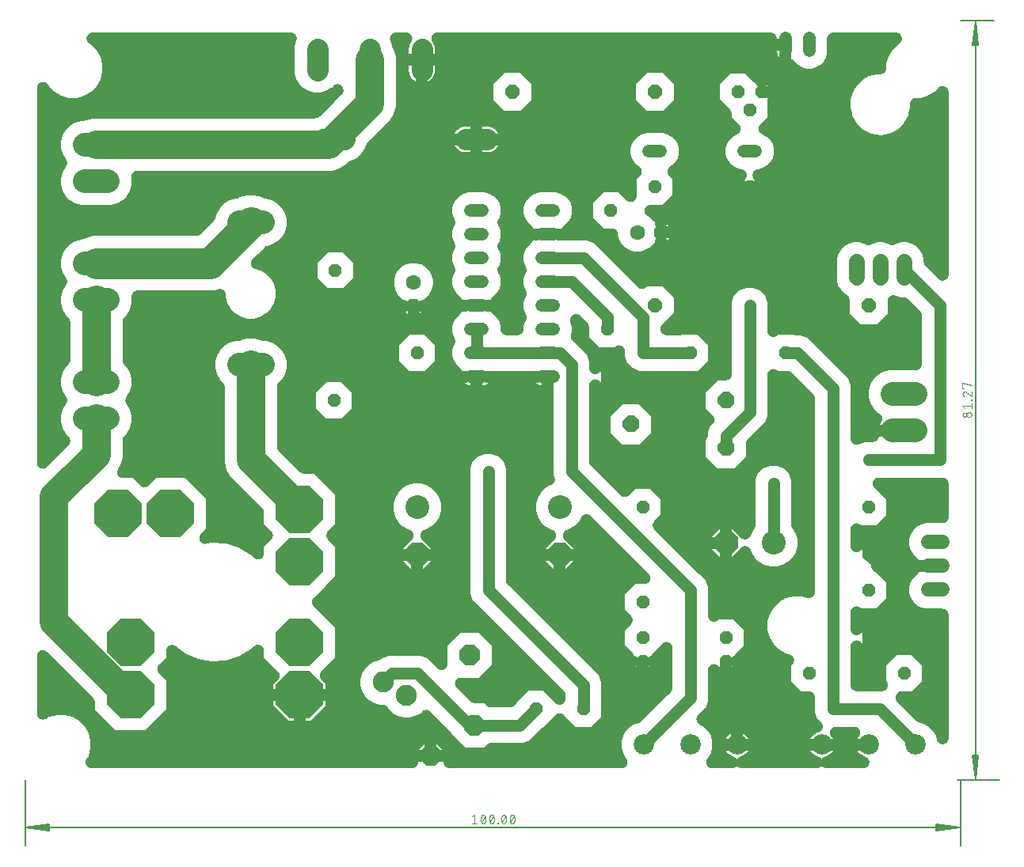
<source format=gbr>
G04 EAGLE Gerber RS-274X export*
G75*
%MOMM*%
%FSLAX34Y34*%
%LPD*%
%INTop Copper*%
%IPPOS*%
%AMOC8*
5,1,8,0,0,1.08239X$1,22.5*%
G01*
%ADD10C,0.130000*%
%ADD11C,0.076200*%
%ADD12P,5.498541X8X22.500000*%
%ADD13P,1.429621X8X22.500000*%
%ADD14P,1.429621X8X112.500000*%
%ADD15P,1.429621X8X292.500000*%
%ADD16C,1.320800*%
%ADD17C,2.247900*%
%ADD18C,2.540000*%
%ADD19C,1.524000*%
%ADD20C,2.514600*%
%ADD21P,1.429621X8X202.500000*%
%ADD22P,1.924489X8X112.500000*%
%ADD23C,1.676400*%
%ADD24P,2.433104X8X112.500000*%
%ADD25C,2.247900*%
%ADD26C,2.540000*%
%ADD27P,2.749271X8X292.500000*%
%ADD28C,2.184400*%
%ADD29P,1.649562X8X22.500000*%
%ADD30P,1.732040X8X292.500000*%
%ADD31C,1.600200*%
%ADD32P,2.749271X8X202.500000*%
%ADD33P,1.649562X8X202.500000*%
%ADD34P,1.732040X8X22.500000*%
%ADD35C,3.048000*%
%ADD36C,1.270000*%
%ADD37R,0.756400X0.756400*%
%ADD38C,0.756400*%
%ADD39C,3.810000*%
%ADD40C,3.302000*%

G36*
X413705Y12701D02*
X413705Y12701D01*
X413708Y12701D01*
X414056Y12721D01*
X414414Y12741D01*
X414417Y12741D01*
X414419Y12741D01*
X414760Y12800D01*
X415116Y12860D01*
X415119Y12861D01*
X415122Y12861D01*
X415463Y12960D01*
X415801Y13057D01*
X415803Y13059D01*
X415806Y13059D01*
X416130Y13194D01*
X416459Y13330D01*
X416461Y13332D01*
X416464Y13333D01*
X416775Y13505D01*
X417082Y13675D01*
X417084Y13677D01*
X417087Y13678D01*
X417370Y13879D01*
X417663Y14087D01*
X417665Y14089D01*
X417668Y14091D01*
X417935Y14331D01*
X418194Y14562D01*
X418196Y14565D01*
X418198Y14566D01*
X418437Y14834D01*
X418669Y15094D01*
X418670Y15096D01*
X418672Y15098D01*
X418868Y15376D01*
X419081Y15675D01*
X419082Y15678D01*
X419084Y15680D01*
X419243Y15970D01*
X419425Y16299D01*
X419426Y16302D01*
X419427Y16304D01*
X419558Y16621D01*
X419697Y16957D01*
X419698Y16960D01*
X419699Y16963D01*
X419793Y17292D01*
X419894Y17642D01*
X419894Y17645D01*
X419895Y17647D01*
X419954Y18001D01*
X420012Y18344D01*
X420013Y18347D01*
X420013Y18350D01*
X420052Y19050D01*
X420052Y19813D01*
X433832Y19813D01*
X447612Y19813D01*
X447612Y19050D01*
X447612Y19047D01*
X447612Y19044D01*
X447633Y18683D01*
X447652Y18339D01*
X447653Y18336D01*
X447653Y18333D01*
X447711Y17993D01*
X447772Y17636D01*
X447772Y17634D01*
X447773Y17631D01*
X447873Y17286D01*
X447969Y16952D01*
X447970Y16949D01*
X447971Y16946D01*
X448110Y16611D01*
X448242Y16294D01*
X448243Y16291D01*
X448244Y16289D01*
X448421Y15970D01*
X448587Y15670D01*
X448588Y15668D01*
X448590Y15665D01*
X448801Y15368D01*
X448999Y15089D01*
X449001Y15087D01*
X449003Y15085D01*
X449243Y14817D01*
X449474Y14558D01*
X449476Y14556D01*
X449478Y14554D01*
X449745Y14316D01*
X450005Y14084D01*
X450008Y14082D01*
X450010Y14080D01*
X450294Y13879D01*
X450587Y13672D01*
X450589Y13670D01*
X450591Y13669D01*
X450888Y13506D01*
X451210Y13328D01*
X451213Y13327D01*
X451215Y13325D01*
X451534Y13194D01*
X451869Y13056D01*
X451872Y13055D01*
X451874Y13054D01*
X452204Y12959D01*
X452553Y12859D01*
X452556Y12858D01*
X452559Y12858D01*
X452913Y12798D01*
X453256Y12740D01*
X453259Y12740D01*
X453262Y12739D01*
X453961Y12701D01*
X637863Y12701D01*
X637865Y12701D01*
X637866Y12701D01*
X638215Y12721D01*
X638575Y12741D01*
X638576Y12741D01*
X638578Y12741D01*
X638939Y12803D01*
X639277Y12860D01*
X639278Y12860D01*
X639280Y12861D01*
X639664Y12972D01*
X639961Y13057D01*
X639963Y13058D01*
X639964Y13058D01*
X640300Y13198D01*
X640620Y13330D01*
X640621Y13331D01*
X640622Y13332D01*
X640947Y13511D01*
X641243Y13675D01*
X641244Y13676D01*
X641246Y13677D01*
X641562Y13902D01*
X641824Y14087D01*
X641825Y14088D01*
X641826Y14089D01*
X642105Y14339D01*
X642355Y14562D01*
X642356Y14564D01*
X642357Y14565D01*
X642600Y14837D01*
X642829Y15094D01*
X642830Y15095D01*
X642831Y15096D01*
X643029Y15376D01*
X643241Y15675D01*
X643242Y15676D01*
X643243Y15678D01*
X643404Y15970D01*
X643586Y16299D01*
X643586Y16300D01*
X643587Y16302D01*
X643719Y16621D01*
X643858Y16957D01*
X643858Y16959D01*
X643859Y16960D01*
X643956Y17298D01*
X644054Y17642D01*
X644055Y17644D01*
X644055Y17645D01*
X644114Y17992D01*
X644173Y18344D01*
X644173Y18346D01*
X644174Y18347D01*
X644192Y18687D01*
X644213Y19056D01*
X644212Y19057D01*
X644213Y19059D01*
X644190Y19449D01*
X644172Y19767D01*
X644172Y19768D01*
X644172Y19770D01*
X644110Y20127D01*
X644052Y20469D01*
X644051Y20470D01*
X644051Y20472D01*
X643948Y20829D01*
X643854Y21154D01*
X643853Y21155D01*
X643853Y21156D01*
X643721Y21473D01*
X643581Y21811D01*
X643580Y21813D01*
X643579Y21814D01*
X643419Y22103D01*
X643235Y22435D01*
X643234Y22436D01*
X643234Y22437D01*
X643034Y22718D01*
X642822Y23015D01*
X642821Y23016D01*
X642820Y23017D01*
X642353Y23540D01*
X642297Y23595D01*
X639187Y28982D01*
X637577Y34990D01*
X637577Y41210D01*
X639187Y47218D01*
X642297Y52605D01*
X646695Y57003D01*
X652082Y60113D01*
X656161Y61206D01*
X656391Y61282D01*
X656624Y61349D01*
X656729Y61393D01*
X656838Y61429D01*
X657058Y61530D01*
X657282Y61623D01*
X657382Y61678D01*
X657485Y61726D01*
X657693Y61851D01*
X657905Y61968D01*
X657998Y62035D01*
X658095Y62093D01*
X658288Y62241D01*
X658485Y62382D01*
X658571Y62459D01*
X658661Y62527D01*
X658827Y62687D01*
X659007Y62849D01*
X680562Y84404D01*
X686912Y90753D01*
X686912Y90754D01*
X690290Y94131D01*
X690292Y94135D01*
X690296Y94138D01*
X690530Y94400D01*
X690764Y94663D01*
X690767Y94666D01*
X690770Y94669D01*
X690963Y94943D01*
X691177Y95244D01*
X691179Y95248D01*
X691181Y95251D01*
X691352Y95561D01*
X691521Y95867D01*
X691523Y95871D01*
X691525Y95875D01*
X691659Y96200D01*
X691794Y96526D01*
X691795Y96530D01*
X691796Y96534D01*
X691890Y96861D01*
X691991Y97210D01*
X691991Y97215D01*
X691992Y97219D01*
X692051Y97566D01*
X692110Y97913D01*
X692110Y97917D01*
X692111Y97921D01*
X692149Y98621D01*
X692149Y141520D01*
X692149Y141521D01*
X692149Y141523D01*
X692130Y141869D01*
X692109Y142231D01*
X692109Y142232D01*
X692109Y142234D01*
X692045Y142612D01*
X691990Y142933D01*
X691990Y142935D01*
X691989Y142936D01*
X691892Y143274D01*
X691793Y143618D01*
X691792Y143619D01*
X691792Y143621D01*
X691668Y143919D01*
X691520Y144276D01*
X691519Y144277D01*
X691519Y144279D01*
X691346Y144591D01*
X691175Y144900D01*
X691174Y144901D01*
X691173Y144902D01*
X690958Y145204D01*
X690763Y145480D01*
X690762Y145481D01*
X690761Y145483D01*
X690514Y145758D01*
X690288Y146011D01*
X690287Y146012D01*
X690286Y146013D01*
X690019Y146251D01*
X689756Y146486D01*
X689755Y146487D01*
X689754Y146488D01*
X689482Y146680D01*
X689175Y146898D01*
X689173Y146899D01*
X689172Y146899D01*
X688885Y147058D01*
X688551Y147242D01*
X688550Y147243D01*
X688549Y147243D01*
X688227Y147376D01*
X687893Y147514D01*
X687891Y147515D01*
X687890Y147515D01*
X687575Y147606D01*
X687208Y147711D01*
X687207Y147711D01*
X687205Y147712D01*
X686845Y147772D01*
X686506Y147830D01*
X686504Y147830D01*
X686503Y147830D01*
X686120Y147851D01*
X685794Y147869D01*
X685793Y147869D01*
X685791Y147869D01*
X685418Y147848D01*
X685083Y147828D01*
X685082Y147828D01*
X685080Y147828D01*
X684698Y147763D01*
X684381Y147708D01*
X684380Y147708D01*
X684378Y147708D01*
X684039Y147609D01*
X683696Y147510D01*
X683695Y147510D01*
X683694Y147510D01*
X683388Y147382D01*
X683039Y147237D01*
X683037Y147236D01*
X683036Y147236D01*
X682733Y147068D01*
X682415Y146892D01*
X682414Y146891D01*
X682413Y146890D01*
X682089Y146660D01*
X681835Y146479D01*
X681834Y146478D01*
X681833Y146477D01*
X681310Y146009D01*
X673125Y137824D01*
X671404Y136103D01*
X671402Y136100D01*
X671398Y136097D01*
X671164Y135835D01*
X670930Y135572D01*
X670927Y135569D01*
X670924Y135565D01*
X670723Y135281D01*
X670517Y134991D01*
X670515Y134987D01*
X670513Y134984D01*
X670340Y134671D01*
X670173Y134367D01*
X670171Y134364D01*
X670169Y134360D01*
X670034Y134031D01*
X669900Y133709D01*
X669899Y133705D01*
X669898Y133701D01*
X669803Y133370D01*
X669741Y133154D01*
X669666Y133132D01*
X669461Y133083D01*
X669323Y133033D01*
X669182Y132993D01*
X668989Y132912D01*
X668791Y132841D01*
X668660Y132776D01*
X668524Y132720D01*
X668341Y132618D01*
X668153Y132526D01*
X668029Y132446D01*
X667901Y132375D01*
X667730Y132254D01*
X667553Y132140D01*
X667438Y132046D01*
X667320Y131963D01*
X667171Y131830D01*
X667009Y131698D01*
X666902Y131589D01*
X666789Y131488D01*
X666788Y131487D01*
X666653Y131335D01*
X666510Y131190D01*
X666415Y131070D01*
X666314Y130956D01*
X666196Y130790D01*
X666070Y130629D01*
X665990Y130499D01*
X665902Y130375D01*
X665803Y130196D01*
X665767Y130137D01*
X665561Y130428D01*
X665363Y130707D01*
X665361Y130709D01*
X665359Y130711D01*
X665119Y130979D01*
X664888Y131238D01*
X664886Y131240D01*
X664884Y131242D01*
X664626Y131471D01*
X664356Y131712D01*
X664354Y131714D01*
X664352Y131716D01*
X664075Y131911D01*
X663775Y132124D01*
X663772Y132126D01*
X663770Y132127D01*
X663474Y132290D01*
X663151Y132468D01*
X663149Y132469D01*
X663146Y132471D01*
X662828Y132602D01*
X662493Y132740D01*
X662490Y132741D01*
X662488Y132742D01*
X662159Y132837D01*
X661808Y132937D01*
X661805Y132938D01*
X661803Y132938D01*
X661449Y132998D01*
X661106Y133056D01*
X661103Y133056D01*
X661100Y133057D01*
X660400Y133095D01*
X660397Y133095D01*
X660394Y133095D01*
X660047Y133075D01*
X659689Y133055D01*
X659686Y133055D01*
X659683Y133055D01*
X659342Y132996D01*
X658986Y132936D01*
X658983Y132935D01*
X658981Y132935D01*
X658635Y132835D01*
X658302Y132739D01*
X658299Y132737D01*
X658296Y132737D01*
X657972Y132602D01*
X657644Y132466D01*
X657641Y132464D01*
X657638Y132463D01*
X657316Y132284D01*
X657020Y132121D01*
X657018Y132119D01*
X657015Y132118D01*
X656718Y131907D01*
X656439Y131709D01*
X656437Y131707D01*
X656435Y131705D01*
X656167Y131465D01*
X655908Y131234D01*
X655906Y131231D01*
X655904Y131230D01*
X655664Y130960D01*
X655434Y130702D01*
X655432Y130700D01*
X655430Y130698D01*
X655232Y130417D01*
X655033Y130137D01*
X654991Y130206D01*
X654892Y130384D01*
X654803Y130509D01*
X654723Y130638D01*
X654597Y130799D01*
X654479Y130965D01*
X654377Y131078D01*
X654283Y131198D01*
X654137Y131346D01*
X654004Y131495D01*
X654003Y131496D01*
X653895Y131592D01*
X653791Y131698D01*
X653628Y131830D01*
X653471Y131970D01*
X653351Y132055D01*
X653237Y132147D01*
X653061Y132260D01*
X652890Y132381D01*
X652761Y132452D01*
X652637Y132531D01*
X652449Y132624D01*
X652266Y132725D01*
X652130Y132781D01*
X651998Y132846D01*
X651801Y132917D01*
X651607Y132996D01*
X651466Y133037D01*
X651328Y133087D01*
X651124Y133135D01*
X651060Y133153D01*
X650997Y133370D01*
X650899Y133712D01*
X650897Y133716D01*
X650896Y133720D01*
X650763Y134039D01*
X650626Y134370D01*
X650624Y134374D01*
X650622Y134378D01*
X650455Y134680D01*
X650281Y134993D01*
X650279Y134997D01*
X650276Y135001D01*
X650067Y135295D01*
X649869Y135574D01*
X649866Y135577D01*
X649863Y135581D01*
X649396Y136103D01*
X641095Y144404D01*
X641095Y160396D01*
X647659Y166960D01*
X647661Y166963D01*
X647663Y166964D01*
X647901Y167231D01*
X648134Y167492D01*
X648136Y167494D01*
X648138Y167496D01*
X648340Y167782D01*
X648546Y168073D01*
X648548Y168075D01*
X648549Y168078D01*
X648716Y168379D01*
X648891Y168696D01*
X648892Y168699D01*
X648893Y168701D01*
X649025Y169021D01*
X649163Y169355D01*
X649164Y169357D01*
X649165Y169360D01*
X649262Y169698D01*
X649360Y170039D01*
X649361Y170042D01*
X649362Y170045D01*
X649423Y170407D01*
X649479Y170742D01*
X649480Y170744D01*
X649480Y170747D01*
X649500Y171113D01*
X649519Y171453D01*
X649519Y171456D01*
X649519Y171459D01*
X649499Y171810D01*
X649479Y172164D01*
X649478Y172167D01*
X649478Y172170D01*
X649420Y172511D01*
X649359Y172866D01*
X649358Y172869D01*
X649358Y172872D01*
X649262Y173204D01*
X649161Y173551D01*
X649160Y173554D01*
X649159Y173556D01*
X649027Y173874D01*
X648888Y174209D01*
X648887Y174211D01*
X648886Y174214D01*
X648719Y174514D01*
X648543Y174832D01*
X648542Y174835D01*
X648540Y174837D01*
X648335Y175125D01*
X648131Y175413D01*
X648129Y175415D01*
X648127Y175417D01*
X647659Y175940D01*
X641095Y182504D01*
X641095Y198496D01*
X652404Y209805D01*
X662325Y209805D01*
X662326Y209805D01*
X662328Y209805D01*
X662694Y209825D01*
X663036Y209845D01*
X663038Y209845D01*
X663039Y209845D01*
X663417Y209909D01*
X663739Y209964D01*
X663740Y209964D01*
X663741Y209965D01*
X664106Y210070D01*
X664423Y210161D01*
X664424Y210162D01*
X664426Y210162D01*
X664744Y210295D01*
X665081Y210434D01*
X665083Y210435D01*
X665084Y210435D01*
X665411Y210616D01*
X665705Y210779D01*
X665706Y210780D01*
X665707Y210781D01*
X666028Y211009D01*
X666286Y211191D01*
X666287Y211192D01*
X666288Y211193D01*
X666584Y211458D01*
X666817Y211666D01*
X666817Y211667D01*
X666819Y211668D01*
X667080Y211962D01*
X667291Y212198D01*
X667292Y212199D01*
X667293Y212200D01*
X667490Y212478D01*
X667703Y212779D01*
X667704Y212781D01*
X667705Y212782D01*
X667856Y213056D01*
X668047Y213403D01*
X668048Y213404D01*
X668049Y213405D01*
X668178Y213719D01*
X668319Y214061D01*
X668320Y214063D01*
X668320Y214064D01*
X668416Y214398D01*
X668516Y214746D01*
X668516Y214747D01*
X668517Y214749D01*
X668580Y215121D01*
X668635Y215448D01*
X668635Y215450D01*
X668635Y215451D01*
X668655Y215811D01*
X668674Y216160D01*
X668674Y216161D01*
X668674Y216163D01*
X668657Y216470D01*
X668634Y216871D01*
X668633Y216872D01*
X668633Y216874D01*
X668569Y217251D01*
X668514Y217573D01*
X668513Y217574D01*
X668513Y217576D01*
X668409Y217934D01*
X668316Y218258D01*
X668315Y218259D01*
X668315Y218260D01*
X668176Y218594D01*
X668042Y218915D01*
X668042Y218917D01*
X668041Y218918D01*
X667886Y219198D01*
X667697Y219539D01*
X667696Y219540D01*
X667695Y219541D01*
X667488Y219833D01*
X667284Y220119D01*
X667283Y220120D01*
X667282Y220121D01*
X666815Y220644D01*
X604678Y282780D01*
X604588Y282861D01*
X604504Y282948D01*
X604323Y283098D01*
X604147Y283255D01*
X604048Y283325D01*
X603955Y283402D01*
X603758Y283531D01*
X603566Y283667D01*
X603460Y283725D01*
X603358Y283792D01*
X603148Y283898D01*
X602942Y284011D01*
X602830Y284058D01*
X602722Y284112D01*
X602502Y284194D01*
X602284Y284284D01*
X602167Y284317D01*
X602054Y284359D01*
X601826Y284416D01*
X601600Y284481D01*
X601480Y284501D01*
X601362Y284530D01*
X601129Y284561D01*
X600897Y284600D01*
X600776Y284607D01*
X600656Y284622D01*
X600421Y284626D01*
X600186Y284640D01*
X600065Y284633D01*
X599943Y284635D01*
X599710Y284613D01*
X599475Y284599D01*
X599355Y284579D01*
X599234Y284567D01*
X599005Y284519D01*
X598772Y284480D01*
X598655Y284446D01*
X598537Y284421D01*
X598314Y284347D01*
X598088Y284282D01*
X597976Y284235D01*
X597861Y284197D01*
X597647Y284099D01*
X597430Y284009D01*
X597324Y283950D01*
X597214Y283899D01*
X597013Y283778D01*
X596807Y283664D01*
X596707Y283593D01*
X596604Y283531D01*
X596418Y283387D01*
X596226Y283251D01*
X596136Y283170D01*
X596039Y283096D01*
X595870Y282933D01*
X595695Y282776D01*
X595614Y282685D01*
X595527Y282601D01*
X595378Y282420D01*
X595221Y282244D01*
X595151Y282145D01*
X595074Y282052D01*
X594942Y281850D01*
X594809Y281663D01*
X594754Y281563D01*
X594690Y281465D01*
X591826Y276504D01*
X587096Y271774D01*
X581304Y268430D01*
X579796Y268026D01*
X579569Y267951D01*
X579339Y267885D01*
X579231Y267840D01*
X579120Y267804D01*
X578902Y267704D01*
X578681Y267612D01*
X578578Y267555D01*
X578472Y267506D01*
X578267Y267383D01*
X578057Y267267D01*
X577962Y267199D01*
X577862Y267139D01*
X577672Y266993D01*
X577477Y266854D01*
X577390Y266776D01*
X577297Y266705D01*
X577124Y266539D01*
X576946Y266379D01*
X576868Y266292D01*
X576784Y266210D01*
X576631Y266026D01*
X576472Y265847D01*
X576404Y265752D01*
X576329Y265662D01*
X576199Y265461D01*
X576060Y265266D01*
X576004Y265163D01*
X575939Y265065D01*
X575832Y264852D01*
X575716Y264642D01*
X575671Y264534D01*
X575619Y264429D01*
X575536Y264205D01*
X575444Y263983D01*
X575412Y263871D01*
X575371Y263761D01*
X575314Y263529D01*
X575248Y263299D01*
X575228Y263183D01*
X575200Y263070D01*
X575169Y262832D01*
X575129Y262596D01*
X575123Y262479D01*
X575108Y262363D01*
X575103Y262124D01*
X575090Y261885D01*
X575097Y261768D01*
X575095Y261651D01*
X575117Y261413D01*
X575131Y261173D01*
X575151Y261058D01*
X575162Y260942D01*
X575211Y260708D01*
X575252Y260471D01*
X575284Y260359D01*
X575308Y260244D01*
X575383Y260017D01*
X575450Y259787D01*
X575495Y259679D01*
X575531Y259568D01*
X575631Y259350D01*
X575723Y259129D01*
X575780Y259027D01*
X575829Y258921D01*
X575953Y258716D01*
X576069Y258506D01*
X576137Y258411D01*
X576197Y258311D01*
X576343Y258121D01*
X576482Y257926D01*
X576561Y257838D01*
X576632Y257746D01*
X576790Y257582D01*
X576950Y257404D01*
X586704Y247649D01*
X571500Y247649D01*
X556296Y247649D01*
X558131Y249484D01*
X566050Y257404D01*
X566210Y257582D01*
X566376Y257755D01*
X566447Y257848D01*
X566525Y257935D01*
X566663Y258130D01*
X566809Y258320D01*
X566869Y258421D01*
X566937Y258516D01*
X567053Y258725D01*
X567176Y258931D01*
X567225Y259037D01*
X567281Y259140D01*
X567373Y259361D01*
X567473Y259579D01*
X567509Y259689D01*
X567554Y259798D01*
X567620Y260028D01*
X567695Y260256D01*
X567719Y260370D01*
X567751Y260482D01*
X567791Y260718D01*
X567840Y260953D01*
X567851Y261070D01*
X567870Y261185D01*
X567883Y261424D01*
X567906Y261662D01*
X567903Y261779D01*
X567910Y261896D01*
X567896Y262135D01*
X567891Y262375D01*
X567876Y262491D01*
X567869Y262607D01*
X567829Y262844D01*
X567798Y263081D01*
X567769Y263194D01*
X567750Y263310D01*
X567683Y263540D01*
X567625Y263772D01*
X567584Y263882D01*
X567552Y263994D01*
X567460Y264215D01*
X567377Y264440D01*
X567324Y264544D01*
X567279Y264652D01*
X567163Y264862D01*
X567055Y265075D01*
X566991Y265173D01*
X566934Y265275D01*
X566795Y265471D01*
X566664Y265671D01*
X566589Y265761D01*
X566521Y265856D01*
X566361Y266035D01*
X566208Y266219D01*
X566124Y266300D01*
X566046Y266387D01*
X565867Y266546D01*
X565695Y266712D01*
X565602Y266783D01*
X565514Y266861D01*
X565319Y267000D01*
X565129Y267145D01*
X565028Y267205D01*
X564933Y267273D01*
X564723Y267388D01*
X564518Y267512D01*
X564411Y267560D01*
X564309Y267617D01*
X564088Y267708D01*
X563870Y267808D01*
X563757Y267845D01*
X563651Y267889D01*
X563431Y267952D01*
X563204Y268026D01*
X561696Y268430D01*
X555904Y271774D01*
X551174Y276504D01*
X547830Y282296D01*
X546099Y288756D01*
X546099Y295444D01*
X547830Y301904D01*
X551174Y307696D01*
X555904Y312426D01*
X561696Y315770D01*
X561778Y315792D01*
X561837Y315811D01*
X561898Y315825D01*
X562175Y315922D01*
X562455Y316014D01*
X562511Y316040D01*
X562570Y316061D01*
X562835Y316189D01*
X563102Y316312D01*
X563156Y316344D01*
X563212Y316371D01*
X563460Y316527D01*
X563713Y316679D01*
X563762Y316717D01*
X563814Y316750D01*
X564044Y316934D01*
X564278Y317113D01*
X564322Y317156D01*
X564371Y317195D01*
X564579Y317404D01*
X564791Y317608D01*
X564830Y317655D01*
X564874Y317699D01*
X565058Y317930D01*
X565245Y318156D01*
X565279Y318208D01*
X565318Y318257D01*
X565474Y318506D01*
X565635Y318753D01*
X565663Y318808D01*
X565696Y318861D01*
X565823Y319126D01*
X565956Y319389D01*
X565977Y319447D01*
X566004Y319503D01*
X566101Y319781D01*
X566203Y320057D01*
X566218Y320117D01*
X566239Y320176D01*
X566304Y320463D01*
X566374Y320748D01*
X566382Y320810D01*
X566396Y320870D01*
X566429Y321164D01*
X566467Y321455D01*
X566468Y321517D01*
X566475Y321579D01*
X566474Y321874D01*
X566480Y322167D01*
X566474Y322229D01*
X566474Y322291D01*
X566440Y322583D01*
X566413Y322876D01*
X566400Y322937D01*
X566393Y322999D01*
X566327Y323285D01*
X566266Y323573D01*
X566247Y323632D01*
X566233Y323693D01*
X566131Y323984D01*
X566043Y324250D01*
X566020Y324301D01*
X566001Y324355D01*
X565149Y326411D01*
X565149Y431546D01*
X565149Y431549D01*
X565149Y431552D01*
X565129Y431899D01*
X565109Y432257D01*
X565109Y432260D01*
X565109Y432263D01*
X565053Y432588D01*
X564990Y432960D01*
X564989Y432962D01*
X564989Y432965D01*
X564889Y433310D01*
X564793Y433644D01*
X564791Y433647D01*
X564791Y433650D01*
X564658Y433969D01*
X564520Y434302D01*
X564518Y434305D01*
X564517Y434307D01*
X564347Y434614D01*
X564175Y434926D01*
X564173Y434928D01*
X564172Y434931D01*
X563973Y435210D01*
X563763Y435507D01*
X563761Y435509D01*
X563759Y435511D01*
X563522Y435776D01*
X563288Y436038D01*
X563285Y436040D01*
X563284Y436042D01*
X563016Y436280D01*
X562756Y436512D01*
X562754Y436514D01*
X562752Y436516D01*
X562477Y436710D01*
X562175Y436924D01*
X562172Y436926D01*
X562170Y436927D01*
X561874Y437090D01*
X561551Y437268D01*
X561548Y437269D01*
X561546Y437271D01*
X561228Y437402D01*
X560893Y437540D01*
X560890Y437541D01*
X560887Y437542D01*
X560558Y437637D01*
X560208Y437737D01*
X560205Y437738D01*
X560203Y437738D01*
X559849Y437798D01*
X559506Y437856D01*
X559503Y437856D01*
X559500Y437857D01*
X558800Y437895D01*
X558797Y437895D01*
X558794Y437895D01*
X558447Y437875D01*
X558089Y437855D01*
X558086Y437855D01*
X558083Y437855D01*
X557742Y437796D01*
X557386Y437736D01*
X557383Y437735D01*
X557381Y437735D01*
X557035Y437635D01*
X556702Y437539D01*
X556699Y437537D01*
X556696Y437537D01*
X556372Y437402D01*
X556044Y437266D01*
X556041Y437264D01*
X556038Y437263D01*
X555724Y437089D01*
X555420Y436921D01*
X555418Y436919D01*
X555415Y436918D01*
X555108Y436699D01*
X554839Y436509D01*
X554837Y436507D01*
X554835Y436505D01*
X554567Y436265D01*
X554308Y436034D01*
X554306Y436031D01*
X554304Y436030D01*
X554061Y435756D01*
X553834Y435502D01*
X553832Y435500D01*
X553830Y435498D01*
X553630Y435215D01*
X553422Y434921D01*
X553420Y434918D01*
X553419Y434916D01*
X553406Y434893D01*
X553280Y435125D01*
X553260Y435154D01*
X553243Y435184D01*
X553058Y435445D01*
X552874Y435710D01*
X552851Y435736D01*
X552830Y435765D01*
X552617Y436004D01*
X552404Y436246D01*
X552378Y436269D01*
X552355Y436295D01*
X552115Y436510D01*
X551878Y436726D01*
X551849Y436746D01*
X551823Y436769D01*
X551560Y436955D01*
X551301Y437143D01*
X551270Y437161D01*
X551241Y437181D01*
X550960Y437336D01*
X550680Y437494D01*
X550648Y437508D01*
X550617Y437525D01*
X550321Y437647D01*
X550025Y437773D01*
X549991Y437783D01*
X549959Y437796D01*
X549680Y437876D01*
X549353Y437974D01*
X549352Y437974D01*
X549313Y437981D01*
X549274Y437992D01*
X549273Y437992D01*
X548962Y438045D01*
X548651Y438101D01*
X548611Y438104D01*
X548571Y438111D01*
X548232Y438129D01*
X547941Y438149D01*
X547906Y438147D01*
X547871Y438149D01*
X493529Y438149D01*
X493489Y438147D01*
X493448Y438149D01*
X493133Y438127D01*
X492818Y438109D01*
X492778Y438102D01*
X492737Y438100D01*
X492402Y438039D01*
X492116Y437990D01*
X492115Y437990D01*
X492082Y437980D01*
X492048Y437974D01*
X492047Y437974D01*
X491738Y437881D01*
X491430Y437792D01*
X491398Y437779D01*
X491364Y437769D01*
X491069Y437643D01*
X490772Y437520D01*
X490742Y437503D01*
X490709Y437489D01*
X490430Y437330D01*
X490149Y437175D01*
X490120Y437155D01*
X490090Y437137D01*
X489829Y436947D01*
X489568Y436762D01*
X489542Y436739D01*
X489514Y436718D01*
X489276Y436501D01*
X489037Y436287D01*
X489014Y436261D01*
X488988Y436238D01*
X488776Y435996D01*
X488562Y435756D01*
X488542Y435727D01*
X488519Y435701D01*
X488336Y435436D01*
X488151Y435175D01*
X488134Y435144D01*
X488114Y435115D01*
X487994Y434892D01*
X487975Y434926D01*
X487974Y434928D01*
X487972Y434931D01*
X487773Y435210D01*
X487563Y435507D01*
X487561Y435509D01*
X487559Y435511D01*
X487322Y435776D01*
X487088Y436038D01*
X487086Y436040D01*
X487084Y436042D01*
X486816Y436280D01*
X486556Y436512D01*
X486554Y436514D01*
X486552Y436516D01*
X486277Y436710D01*
X485975Y436924D01*
X485972Y436926D01*
X485970Y436927D01*
X485674Y437090D01*
X485351Y437268D01*
X485349Y437269D01*
X485346Y437271D01*
X485028Y437402D01*
X484693Y437540D01*
X484690Y437541D01*
X484688Y437542D01*
X484359Y437637D01*
X484008Y437737D01*
X484005Y437738D01*
X484003Y437738D01*
X483649Y437798D01*
X483306Y437856D01*
X483303Y437856D01*
X483300Y437857D01*
X482600Y437895D01*
X482597Y437895D01*
X482594Y437895D01*
X482247Y437875D01*
X481889Y437855D01*
X481886Y437855D01*
X481883Y437855D01*
X481542Y437796D01*
X481186Y437736D01*
X481183Y437735D01*
X481181Y437735D01*
X480835Y437635D01*
X480502Y437539D01*
X480499Y437537D01*
X480496Y437537D01*
X480172Y437402D01*
X479844Y437266D01*
X479841Y437264D01*
X479838Y437263D01*
X479524Y437089D01*
X479220Y436921D01*
X479218Y436919D01*
X479215Y436918D01*
X478908Y436699D01*
X478639Y436509D01*
X478637Y436507D01*
X478635Y436505D01*
X478367Y436265D01*
X478108Y436034D01*
X478106Y436031D01*
X478104Y436030D01*
X477861Y435756D01*
X477634Y435502D01*
X477632Y435500D01*
X477630Y435498D01*
X477430Y435215D01*
X477222Y434921D01*
X477220Y434918D01*
X477219Y434916D01*
X477207Y434894D01*
X477111Y435074D01*
X477075Y435128D01*
X477043Y435184D01*
X476875Y435421D01*
X476710Y435663D01*
X476668Y435712D01*
X476630Y435765D01*
X476436Y435981D01*
X476246Y436203D01*
X476198Y436247D01*
X476155Y436295D01*
X475937Y436489D01*
X475724Y436688D01*
X475672Y436726D01*
X475623Y436769D01*
X475385Y436938D01*
X475151Y437111D01*
X475094Y437143D01*
X475041Y437181D01*
X474787Y437321D01*
X474534Y437467D01*
X474474Y437493D01*
X474417Y437525D01*
X474148Y437636D01*
X473881Y437752D01*
X473818Y437772D01*
X473759Y437796D01*
X473496Y437871D01*
X473211Y437960D01*
X473210Y437960D01*
X473141Y437973D01*
X473074Y437992D01*
X473073Y437993D01*
X472791Y438040D01*
X472510Y438094D01*
X472440Y438099D01*
X472370Y438111D01*
X472073Y438127D01*
X471800Y438148D01*
X471736Y438146D01*
X471670Y438149D01*
X467144Y438149D01*
X467066Y438397D01*
X467046Y438444D01*
X467030Y438493D01*
X466902Y438770D01*
X466779Y439049D01*
X466753Y439093D01*
X466732Y439140D01*
X466574Y439401D01*
X466420Y439665D01*
X466390Y439706D01*
X466363Y439749D01*
X466177Y439991D01*
X465995Y440236D01*
X465960Y440273D01*
X465929Y440314D01*
X465716Y440533D01*
X465508Y440756D01*
X465469Y440789D01*
X465433Y440826D01*
X465198Y441020D01*
X464966Y441219D01*
X464923Y441247D01*
X464884Y441280D01*
X464613Y441457D01*
X464375Y441617D01*
X464336Y441638D01*
X464297Y441663D01*
X464143Y441752D01*
X460548Y445347D01*
X458007Y449749D01*
X456691Y454658D01*
X456691Y459742D01*
X458007Y464651D01*
X459204Y466725D01*
X459260Y466835D01*
X459323Y466940D01*
X459378Y467061D01*
X459397Y467096D01*
X459425Y467162D01*
X459525Y467361D01*
X459568Y467476D01*
X459619Y467588D01*
X459692Y467810D01*
X459773Y468029D01*
X459803Y468149D01*
X459841Y468265D01*
X459888Y468494D01*
X459944Y468721D01*
X459960Y468842D01*
X459985Y468963D01*
X460007Y469195D01*
X460037Y469427D01*
X460040Y469550D01*
X460051Y469672D01*
X460046Y469906D01*
X460050Y470139D01*
X460039Y470261D01*
X460036Y470384D01*
X460006Y470616D01*
X459984Y470849D01*
X459959Y470969D01*
X459942Y471091D01*
X459886Y471318D01*
X459838Y471546D01*
X459799Y471662D01*
X459770Y471782D01*
X459688Y472001D01*
X459615Y472223D01*
X459564Y472334D01*
X459521Y472449D01*
X459413Y472663D01*
X459317Y472870D01*
X459258Y472969D01*
X459204Y473075D01*
X458007Y475149D01*
X456691Y480058D01*
X456691Y485142D01*
X458007Y490051D01*
X460548Y494453D01*
X464143Y498048D01*
X464297Y498137D01*
X464340Y498165D01*
X464385Y498189D01*
X464638Y498360D01*
X464893Y498527D01*
X464933Y498560D01*
X464975Y498588D01*
X465207Y498787D01*
X465442Y498982D01*
X465477Y499018D01*
X465516Y499052D01*
X465724Y499275D01*
X465936Y499495D01*
X465967Y499535D01*
X466002Y499573D01*
X466184Y499818D01*
X466370Y500060D01*
X466396Y500104D01*
X466426Y500145D01*
X466580Y500410D01*
X466737Y500670D01*
X466758Y500717D01*
X466784Y500761D01*
X466907Y501041D01*
X467034Y501318D01*
X467050Y501366D01*
X467070Y501413D01*
X467144Y501651D01*
X471670Y501651D01*
X471691Y501652D01*
X471708Y501651D01*
X471825Y501658D01*
X471946Y501657D01*
X472164Y501678D01*
X472381Y501691D01*
X472401Y501694D01*
X472419Y501695D01*
X472535Y501715D01*
X472655Y501727D01*
X472873Y501774D01*
X473084Y501810D01*
X473102Y501815D01*
X473121Y501819D01*
X473228Y501850D01*
X473341Y501874D01*
X473554Y501946D01*
X473768Y502007D01*
X473785Y502014D01*
X473804Y502020D01*
X473909Y502064D01*
X474017Y502100D01*
X474222Y502195D01*
X474426Y502280D01*
X474442Y502289D01*
X474461Y502296D01*
X474560Y502352D01*
X474663Y502400D01*
X474858Y502519D01*
X475050Y502625D01*
X475064Y502635D01*
X475082Y502645D01*
X475175Y502711D01*
X475272Y502771D01*
X475454Y502912D01*
X475631Y503037D01*
X475643Y503048D01*
X475660Y503061D01*
X475745Y503137D01*
X475835Y503207D01*
X476001Y503369D01*
X476162Y503512D01*
X476172Y503524D01*
X476189Y503539D01*
X476264Y503624D01*
X476346Y503704D01*
X476494Y503884D01*
X476636Y504044D01*
X476645Y504056D01*
X476660Y504073D01*
X476725Y504166D01*
X476798Y504254D01*
X476925Y504451D01*
X477048Y504625D01*
X477055Y504638D01*
X477068Y504657D01*
X477123Y504757D01*
X477185Y504852D01*
X477290Y505064D01*
X477392Y505249D01*
X477398Y505261D01*
X477409Y505282D01*
X477452Y505388D01*
X477503Y505490D01*
X477584Y505713D01*
X477665Y505907D01*
X477668Y505920D01*
X477677Y505942D01*
X477708Y506052D01*
X477747Y506159D01*
X477803Y506390D01*
X477861Y506592D01*
X477864Y506605D01*
X477870Y506628D01*
X477888Y506740D01*
X477915Y506851D01*
X477945Y507088D01*
X477980Y507295D01*
X477981Y507308D01*
X477985Y507331D01*
X477990Y507445D01*
X478005Y507558D01*
X478008Y507796D01*
X478019Y508006D01*
X478019Y508019D01*
X478020Y508043D01*
X478013Y508157D01*
X478014Y508271D01*
X477991Y508507D01*
X477979Y508717D01*
X477977Y508730D01*
X477975Y508754D01*
X477955Y508866D01*
X477944Y508980D01*
X477894Y509211D01*
X477859Y509419D01*
X477855Y509432D01*
X477851Y509455D01*
X477819Y509565D01*
X477795Y509676D01*
X477720Y509900D01*
X477661Y510104D01*
X477656Y510117D01*
X477649Y510139D01*
X477605Y510244D01*
X477568Y510352D01*
X477469Y510565D01*
X477387Y510762D01*
X477381Y510774D01*
X477372Y510795D01*
X477316Y510894D01*
X477268Y510998D01*
X477146Y511198D01*
X477042Y511385D01*
X477034Y511397D01*
X477023Y511416D01*
X476956Y511508D01*
X476897Y511606D01*
X476754Y511790D01*
X476629Y511965D01*
X476619Y511976D01*
X476606Y511994D01*
X476530Y512078D01*
X476460Y512168D01*
X476298Y512335D01*
X476154Y512496D01*
X476142Y512506D01*
X476128Y512522D01*
X476042Y512597D01*
X475963Y512679D01*
X475785Y512825D01*
X475622Y512970D01*
X475609Y512979D01*
X475593Y512993D01*
X475500Y513058D01*
X475412Y513130D01*
X475219Y513255D01*
X475040Y513381D01*
X475026Y513389D01*
X475009Y513401D01*
X474909Y513455D01*
X474813Y513517D01*
X474610Y513618D01*
X474416Y513725D01*
X474400Y513731D01*
X474383Y513741D01*
X474278Y513784D01*
X474176Y513834D01*
X473963Y513912D01*
X473758Y513996D01*
X473741Y514001D01*
X473723Y514008D01*
X473612Y514040D01*
X473506Y514078D01*
X473288Y514131D01*
X473073Y514193D01*
X473060Y514195D01*
X473048Y514198D01*
X472930Y514218D01*
X472814Y514246D01*
X472592Y514273D01*
X472370Y514311D01*
X472357Y514311D01*
X472345Y514313D01*
X472224Y514320D01*
X472107Y514334D01*
X471896Y514337D01*
X471670Y514349D01*
X467144Y514349D01*
X467066Y514597D01*
X467046Y514644D01*
X467030Y514693D01*
X466902Y514970D01*
X466779Y515249D01*
X466753Y515293D01*
X466732Y515340D01*
X466574Y515601D01*
X466420Y515865D01*
X466390Y515906D01*
X466363Y515949D01*
X466177Y516191D01*
X465995Y516436D01*
X465960Y516473D01*
X465929Y516514D01*
X465716Y516733D01*
X465508Y516956D01*
X465469Y516989D01*
X465433Y517026D01*
X465198Y517220D01*
X464966Y517419D01*
X464923Y517447D01*
X464884Y517480D01*
X464613Y517657D01*
X464375Y517817D01*
X464336Y517838D01*
X464297Y517863D01*
X464143Y517952D01*
X460548Y521547D01*
X458007Y525949D01*
X456691Y530858D01*
X456691Y535942D01*
X458007Y540851D01*
X459204Y542925D01*
X459260Y543035D01*
X459323Y543140D01*
X459379Y543263D01*
X459392Y543287D01*
X459413Y543338D01*
X459420Y543353D01*
X459525Y543561D01*
X459568Y543676D01*
X459619Y543788D01*
X459692Y544010D01*
X459773Y544229D01*
X459803Y544349D01*
X459841Y544465D01*
X459888Y544694D01*
X459944Y544921D01*
X459960Y545042D01*
X459985Y545163D01*
X460007Y545395D01*
X460037Y545627D01*
X460040Y545750D01*
X460051Y545872D01*
X460046Y546106D01*
X460050Y546339D01*
X460039Y546461D01*
X460036Y546584D01*
X460006Y546816D01*
X459984Y547049D01*
X459959Y547169D01*
X459942Y547291D01*
X459886Y547518D01*
X459838Y547746D01*
X459799Y547862D01*
X459770Y547982D01*
X459688Y548201D01*
X459615Y548423D01*
X459564Y548534D01*
X459521Y548649D01*
X459413Y548863D01*
X459317Y549070D01*
X459258Y549169D01*
X459204Y549275D01*
X458007Y551349D01*
X456691Y556258D01*
X456691Y561342D01*
X458007Y566251D01*
X459204Y568325D01*
X459260Y568435D01*
X459323Y568540D01*
X459379Y568664D01*
X459390Y568684D01*
X459408Y568727D01*
X459420Y568752D01*
X459525Y568961D01*
X459568Y569076D01*
X459619Y569188D01*
X459692Y569410D01*
X459773Y569629D01*
X459803Y569748D01*
X459841Y569865D01*
X459888Y570094D01*
X459944Y570321D01*
X459961Y570443D01*
X459985Y570563D01*
X460007Y570795D01*
X460037Y571027D01*
X460040Y571150D01*
X460051Y571272D01*
X460046Y571505D01*
X460050Y571739D01*
X460039Y571862D01*
X460036Y571984D01*
X460006Y572216D01*
X459984Y572449D01*
X459959Y572569D01*
X459942Y572690D01*
X459886Y572917D01*
X459838Y573146D01*
X459799Y573262D01*
X459770Y573382D01*
X459688Y573601D01*
X459615Y573823D01*
X459564Y573934D01*
X459521Y574049D01*
X459413Y574263D01*
X459317Y574470D01*
X459258Y574569D01*
X459204Y574675D01*
X458007Y576749D01*
X456691Y581658D01*
X456691Y586742D01*
X458007Y591651D01*
X459204Y593725D01*
X459260Y593835D01*
X459323Y593940D01*
X459380Y594065D01*
X459389Y594081D01*
X459403Y594115D01*
X459420Y594153D01*
X459525Y594361D01*
X459568Y594476D01*
X459619Y594588D01*
X459692Y594811D01*
X459773Y595029D01*
X459803Y595148D01*
X459841Y595265D01*
X459888Y595494D01*
X459944Y595721D01*
X459960Y595842D01*
X459985Y595963D01*
X460007Y596195D01*
X460037Y596427D01*
X460040Y596550D01*
X460051Y596672D01*
X460046Y596906D01*
X460050Y597139D01*
X460039Y597262D01*
X460036Y597384D01*
X460006Y597616D01*
X459984Y597849D01*
X459959Y597969D01*
X459942Y598090D01*
X459886Y598317D01*
X459838Y598546D01*
X459799Y598663D01*
X459770Y598782D01*
X459688Y599000D01*
X459615Y599223D01*
X459564Y599334D01*
X459521Y599449D01*
X459413Y599662D01*
X459317Y599870D01*
X459258Y599969D01*
X459204Y600075D01*
X458007Y602149D01*
X456691Y607058D01*
X456691Y612142D01*
X458007Y617051D01*
X460548Y621453D01*
X464143Y625048D01*
X468545Y627589D01*
X473454Y628905D01*
X491746Y628905D01*
X496655Y627589D01*
X501057Y625048D01*
X504652Y621453D01*
X507193Y617051D01*
X508509Y612142D01*
X508509Y607058D01*
X507193Y602149D01*
X505996Y600075D01*
X505941Y599965D01*
X505877Y599860D01*
X505780Y599647D01*
X505675Y599439D01*
X505632Y599323D01*
X505581Y599212D01*
X505508Y598990D01*
X505427Y598771D01*
X505397Y598652D01*
X505359Y598535D01*
X505312Y598306D01*
X505256Y598079D01*
X505240Y597958D01*
X505215Y597837D01*
X505193Y597605D01*
X505163Y597373D01*
X505160Y597250D01*
X505149Y597128D01*
X505154Y596894D01*
X505150Y596661D01*
X505161Y596539D01*
X505164Y596416D01*
X505194Y596184D01*
X505216Y595951D01*
X505241Y595831D01*
X505258Y595710D01*
X505314Y595483D01*
X505362Y595254D01*
X505401Y595137D01*
X505430Y595018D01*
X505512Y594800D01*
X505585Y594577D01*
X505636Y594466D01*
X505679Y594351D01*
X505787Y594138D01*
X505801Y594107D01*
X505816Y594070D01*
X505826Y594053D01*
X505883Y593930D01*
X505942Y593831D01*
X505996Y593725D01*
X507193Y591651D01*
X508509Y586742D01*
X508509Y581658D01*
X507193Y576749D01*
X505996Y574675D01*
X505940Y574565D01*
X505877Y574460D01*
X505780Y574247D01*
X505675Y574039D01*
X505632Y573924D01*
X505581Y573812D01*
X505508Y573590D01*
X505427Y573371D01*
X505397Y573251D01*
X505359Y573135D01*
X505312Y572906D01*
X505256Y572679D01*
X505240Y572558D01*
X505215Y572437D01*
X505193Y572205D01*
X505163Y571973D01*
X505160Y571850D01*
X505149Y571728D01*
X505154Y571494D01*
X505150Y571261D01*
X505161Y571139D01*
X505164Y571016D01*
X505194Y570784D01*
X505216Y570551D01*
X505241Y570431D01*
X505258Y570309D01*
X505314Y570082D01*
X505362Y569854D01*
X505401Y569738D01*
X505430Y569618D01*
X505512Y569399D01*
X505585Y569177D01*
X505636Y569066D01*
X505679Y568951D01*
X505787Y568737D01*
X505796Y568719D01*
X505815Y568673D01*
X505826Y568652D01*
X505883Y568530D01*
X505942Y568431D01*
X505996Y568325D01*
X507193Y566251D01*
X508509Y561342D01*
X508509Y556258D01*
X507193Y551349D01*
X505996Y549275D01*
X505940Y549165D01*
X505877Y549060D01*
X505780Y548848D01*
X505675Y548639D01*
X505632Y548524D01*
X505581Y548412D01*
X505508Y548190D01*
X505427Y547971D01*
X505397Y547852D01*
X505359Y547735D01*
X505312Y547506D01*
X505256Y547279D01*
X505239Y547157D01*
X505215Y547037D01*
X505193Y546805D01*
X505163Y546573D01*
X505160Y546450D01*
X505149Y546328D01*
X505154Y546095D01*
X505150Y545861D01*
X505161Y545738D01*
X505164Y545616D01*
X505194Y545384D01*
X505216Y545151D01*
X505241Y545031D01*
X505258Y544910D01*
X505314Y544683D01*
X505362Y544454D01*
X505401Y544338D01*
X505430Y544218D01*
X505512Y543999D01*
X505585Y543777D01*
X505636Y543666D01*
X505679Y543551D01*
X505787Y543337D01*
X505791Y543330D01*
X505813Y543276D01*
X505827Y543252D01*
X505883Y543130D01*
X505942Y543031D01*
X505996Y542925D01*
X507193Y540851D01*
X508509Y535942D01*
X508509Y530858D01*
X507193Y525949D01*
X504652Y521547D01*
X501057Y517952D01*
X500903Y517863D01*
X500860Y517835D01*
X500815Y517811D01*
X500562Y517640D01*
X500307Y517473D01*
X500267Y517440D01*
X500225Y517412D01*
X499993Y517213D01*
X499758Y517018D01*
X499723Y516982D01*
X499684Y516948D01*
X499476Y516725D01*
X499264Y516505D01*
X499233Y516465D01*
X499198Y516427D01*
X499016Y516182D01*
X498830Y515940D01*
X498804Y515896D01*
X498774Y515855D01*
X498620Y515590D01*
X498463Y515330D01*
X498442Y515283D01*
X498416Y515239D01*
X498293Y514959D01*
X498166Y514682D01*
X498150Y514634D01*
X498130Y514587D01*
X498056Y514349D01*
X493530Y514349D01*
X493304Y514337D01*
X493082Y514333D01*
X492964Y514319D01*
X492844Y514312D01*
X492831Y514310D01*
X492819Y514309D01*
X492597Y514272D01*
X492375Y514243D01*
X492266Y514217D01*
X492152Y514198D01*
X492134Y514193D01*
X492116Y514190D01*
X491901Y514128D01*
X491683Y514075D01*
X491576Y514036D01*
X491466Y514005D01*
X491448Y513998D01*
X491432Y513993D01*
X491226Y513908D01*
X491014Y513830D01*
X490912Y513779D01*
X490806Y513736D01*
X490789Y513727D01*
X490773Y513720D01*
X490580Y513613D01*
X490377Y513511D01*
X490281Y513449D01*
X490181Y513395D01*
X490164Y513383D01*
X490150Y513375D01*
X489972Y513249D01*
X489779Y513123D01*
X489691Y513051D01*
X489598Y512986D01*
X489582Y512972D01*
X489569Y512963D01*
X489407Y512818D01*
X489229Y512671D01*
X489149Y512589D01*
X489064Y512514D01*
X489050Y512498D01*
X489038Y512488D01*
X488894Y512327D01*
X488732Y512160D01*
X488663Y512070D01*
X488586Y511985D01*
X488574Y511968D01*
X488564Y511956D01*
X488439Y511781D01*
X488297Y511596D01*
X488238Y511499D01*
X488171Y511406D01*
X488160Y511387D01*
X488152Y511375D01*
X488048Y511187D01*
X487927Y510987D01*
X487879Y510884D01*
X487823Y510785D01*
X487814Y510764D01*
X487808Y510751D01*
X487726Y510555D01*
X487627Y510341D01*
X487591Y510233D01*
X487547Y510128D01*
X487541Y510106D01*
X487535Y510093D01*
X487477Y509889D01*
X487402Y509665D01*
X487378Y509553D01*
X487346Y509444D01*
X487342Y509421D01*
X487339Y509408D01*
X487303Y509200D01*
X487254Y508968D01*
X487243Y508855D01*
X487224Y508743D01*
X487222Y508719D01*
X487220Y508706D01*
X487208Y508496D01*
X487185Y508259D01*
X487187Y508145D01*
X487180Y508031D01*
X487181Y508008D01*
X487181Y507994D01*
X487193Y507785D01*
X487196Y507547D01*
X487211Y507434D01*
X487217Y507320D01*
X487220Y507296D01*
X487221Y507283D01*
X487257Y507076D01*
X487287Y506840D01*
X487314Y506729D01*
X487332Y506617D01*
X487339Y506594D01*
X487341Y506581D01*
X487400Y506379D01*
X487456Y506148D01*
X487495Y506041D01*
X487526Y505932D01*
X487535Y505909D01*
X487539Y505897D01*
X487549Y505872D01*
X487620Y505702D01*
X487702Y505479D01*
X487753Y505378D01*
X487796Y505272D01*
X487807Y505251D01*
X487813Y505238D01*
X487915Y505054D01*
X488021Y504842D01*
X488083Y504747D01*
X488138Y504647D01*
X488151Y504628D01*
X488158Y504615D01*
X488281Y504442D01*
X488409Y504245D01*
X488482Y504157D01*
X488547Y504064D01*
X488562Y504047D01*
X488571Y504035D01*
X488714Y503876D01*
X488862Y503695D01*
X488944Y503616D01*
X489019Y503531D01*
X489036Y503516D01*
X489046Y503504D01*
X489207Y503361D01*
X489374Y503200D01*
X489464Y503130D01*
X489549Y503054D01*
X489566Y503041D01*
X489578Y503030D01*
X489756Y502905D01*
X489938Y502764D01*
X490035Y502705D01*
X490128Y502639D01*
X490146Y502629D01*
X490160Y502619D01*
X490352Y502513D01*
X490547Y502395D01*
X490650Y502347D01*
X490750Y502291D01*
X490768Y502284D01*
X490784Y502275D01*
X490988Y502191D01*
X491194Y502096D01*
X491303Y502059D01*
X491407Y502016D01*
X491425Y502011D01*
X491443Y502004D01*
X491647Y501945D01*
X491859Y501874D01*
X491976Y501849D01*
X492090Y501816D01*
X492109Y501813D01*
X492127Y501807D01*
X492343Y501771D01*
X492556Y501726D01*
X492676Y501714D01*
X492792Y501694D01*
X492810Y501693D01*
X492830Y501689D01*
X493053Y501677D01*
X493265Y501656D01*
X493387Y501658D01*
X493503Y501651D01*
X493515Y501651D01*
X493530Y501651D01*
X498056Y501651D01*
X498134Y501403D01*
X498154Y501356D01*
X498170Y501307D01*
X498298Y501030D01*
X498421Y500751D01*
X498447Y500707D01*
X498468Y500660D01*
X498626Y500399D01*
X498780Y500135D01*
X498811Y500094D01*
X498837Y500051D01*
X499023Y499809D01*
X499205Y499564D01*
X499240Y499527D01*
X499271Y499486D01*
X499484Y499267D01*
X499692Y499044D01*
X499731Y499011D01*
X499767Y498974D01*
X500002Y498779D01*
X500234Y498581D01*
X500277Y498553D01*
X500316Y498520D01*
X500587Y498343D01*
X500825Y498183D01*
X500864Y498162D01*
X500903Y498137D01*
X501057Y498048D01*
X504652Y494453D01*
X507193Y490051D01*
X508509Y485142D01*
X508509Y482600D01*
X508509Y482597D01*
X508509Y482594D01*
X508529Y482243D01*
X508549Y481889D01*
X508549Y481886D01*
X508549Y481883D01*
X508610Y481529D01*
X508668Y481186D01*
X508669Y481184D01*
X508669Y481181D01*
X508770Y480834D01*
X508865Y480502D01*
X508867Y480499D01*
X508867Y480496D01*
X509002Y480172D01*
X509138Y479844D01*
X509140Y479841D01*
X509141Y479839D01*
X509324Y479507D01*
X509483Y479220D01*
X509485Y479218D01*
X509486Y479215D01*
X509698Y478918D01*
X509895Y478639D01*
X509897Y478637D01*
X509899Y478635D01*
X510141Y478364D01*
X510370Y478108D01*
X510373Y478106D01*
X510374Y478104D01*
X510647Y477861D01*
X510902Y477634D01*
X510904Y477632D01*
X510906Y477630D01*
X511187Y477432D01*
X511483Y477222D01*
X511486Y477220D01*
X511488Y477219D01*
X511784Y477056D01*
X512107Y476878D01*
X512110Y476877D01*
X512112Y476875D01*
X512430Y476744D01*
X512765Y476606D01*
X512768Y476605D01*
X512771Y476604D01*
X513100Y476509D01*
X513450Y476409D01*
X513453Y476408D01*
X513455Y476408D01*
X513809Y476348D01*
X514152Y476290D01*
X514155Y476290D01*
X514158Y476289D01*
X514858Y476251D01*
X526542Y476251D01*
X526545Y476251D01*
X526548Y476251D01*
X526895Y476271D01*
X527253Y476291D01*
X527256Y476291D01*
X527259Y476291D01*
X527599Y476350D01*
X527956Y476410D01*
X527958Y476411D01*
X527961Y476411D01*
X528306Y476511D01*
X528640Y476607D01*
X528643Y476609D01*
X528646Y476609D01*
X528970Y476744D01*
X529298Y476880D01*
X529301Y476882D01*
X529303Y476883D01*
X529615Y477055D01*
X529922Y477225D01*
X529924Y477227D01*
X529927Y477228D01*
X530224Y477439D01*
X530503Y477637D01*
X530505Y477639D01*
X530507Y477641D01*
X530772Y477879D01*
X531034Y478112D01*
X531036Y478115D01*
X531038Y478116D01*
X531276Y478384D01*
X531508Y478644D01*
X531510Y478646D01*
X531512Y478648D01*
X531710Y478929D01*
X531920Y479225D01*
X531922Y479228D01*
X531923Y479230D01*
X532076Y479507D01*
X532264Y479849D01*
X532265Y479852D01*
X532267Y479854D01*
X532393Y480161D01*
X532536Y480507D01*
X532537Y480510D01*
X532538Y480513D01*
X532633Y480842D01*
X532733Y481192D01*
X532734Y481195D01*
X532734Y481197D01*
X532794Y481551D01*
X532852Y481894D01*
X532852Y481897D01*
X532853Y481900D01*
X532891Y482600D01*
X532891Y485142D01*
X534207Y490051D01*
X535404Y492125D01*
X535460Y492235D01*
X535523Y492340D01*
X535578Y492461D01*
X535595Y492493D01*
X535622Y492556D01*
X535725Y492761D01*
X535768Y492876D01*
X535819Y492988D01*
X535892Y493210D01*
X535973Y493429D01*
X536003Y493548D01*
X536041Y493665D01*
X536088Y493894D01*
X536144Y494121D01*
X536161Y494243D01*
X536185Y494363D01*
X536207Y494595D01*
X536237Y494827D01*
X536240Y494950D01*
X536251Y495072D01*
X536246Y495305D01*
X536250Y495539D01*
X536239Y495662D01*
X536236Y495784D01*
X536206Y496016D01*
X536184Y496249D01*
X536159Y496369D01*
X536142Y496490D01*
X536086Y496717D01*
X536038Y496946D01*
X535999Y497062D01*
X535970Y497182D01*
X535888Y497401D01*
X535815Y497623D01*
X535764Y497734D01*
X535721Y497849D01*
X535613Y498063D01*
X535517Y498270D01*
X535458Y498369D01*
X535404Y498475D01*
X534207Y500549D01*
X532891Y505458D01*
X532891Y510542D01*
X534207Y515451D01*
X535404Y517525D01*
X535460Y517635D01*
X535523Y517740D01*
X535579Y517862D01*
X535594Y517890D01*
X535618Y517949D01*
X535620Y517952D01*
X535725Y518161D01*
X535768Y518276D01*
X535819Y518388D01*
X535892Y518610D01*
X535973Y518829D01*
X536003Y518948D01*
X536041Y519065D01*
X536088Y519294D01*
X536144Y519521D01*
X536161Y519643D01*
X536185Y519763D01*
X536207Y519995D01*
X536237Y520227D01*
X536240Y520350D01*
X536251Y520472D01*
X536246Y520705D01*
X536250Y520939D01*
X536239Y521061D01*
X536236Y521184D01*
X536206Y521416D01*
X536184Y521649D01*
X536159Y521769D01*
X536142Y521890D01*
X536086Y522117D01*
X536038Y522346D01*
X535999Y522462D01*
X535970Y522582D01*
X535888Y522801D01*
X535815Y523023D01*
X535764Y523134D01*
X535721Y523249D01*
X535613Y523463D01*
X535517Y523670D01*
X535458Y523769D01*
X535404Y523875D01*
X534207Y525949D01*
X532891Y530858D01*
X532891Y535942D01*
X534207Y540851D01*
X535404Y542925D01*
X535460Y543035D01*
X535523Y543140D01*
X535579Y543263D01*
X535592Y543287D01*
X535613Y543338D01*
X535620Y543353D01*
X535725Y543561D01*
X535768Y543676D01*
X535819Y543788D01*
X535892Y544010D01*
X535973Y544229D01*
X536003Y544349D01*
X536041Y544465D01*
X536088Y544694D01*
X536144Y544921D01*
X536160Y545042D01*
X536185Y545163D01*
X536207Y545395D01*
X536237Y545627D01*
X536240Y545750D01*
X536251Y545872D01*
X536246Y546106D01*
X536250Y546339D01*
X536239Y546461D01*
X536236Y546584D01*
X536206Y546816D01*
X536184Y547049D01*
X536159Y547169D01*
X536142Y547291D01*
X536086Y547518D01*
X536038Y547746D01*
X535999Y547862D01*
X535970Y547982D01*
X535888Y548201D01*
X535815Y548423D01*
X535764Y548534D01*
X535721Y548649D01*
X535613Y548863D01*
X535517Y549070D01*
X535458Y549169D01*
X535404Y549275D01*
X534207Y551349D01*
X532891Y556258D01*
X532891Y561342D01*
X534207Y566251D01*
X536748Y570653D01*
X540343Y574248D01*
X540497Y574337D01*
X540540Y574365D01*
X540585Y574388D01*
X540838Y574560D01*
X541093Y574727D01*
X541132Y574760D01*
X541175Y574788D01*
X541407Y574987D01*
X541642Y575182D01*
X541677Y575218D01*
X541716Y575251D01*
X541924Y575475D01*
X542136Y575695D01*
X542167Y575735D01*
X542202Y575773D01*
X542383Y576017D01*
X542570Y576260D01*
X542596Y576304D01*
X542626Y576345D01*
X542779Y576608D01*
X542937Y576871D01*
X542958Y576917D01*
X542984Y576961D01*
X543106Y577239D01*
X543234Y577518D01*
X543250Y577566D01*
X543270Y577613D01*
X543344Y577851D01*
X547870Y577851D01*
X547891Y577852D01*
X547908Y577851D01*
X548025Y577858D01*
X548146Y577857D01*
X548364Y577878D01*
X548581Y577891D01*
X548601Y577894D01*
X548619Y577895D01*
X548735Y577915D01*
X548855Y577927D01*
X549073Y577974D01*
X549284Y578010D01*
X549302Y578015D01*
X549321Y578019D01*
X549428Y578050D01*
X549541Y578074D01*
X549754Y578146D01*
X549968Y578207D01*
X549985Y578214D01*
X550004Y578220D01*
X550109Y578264D01*
X550217Y578300D01*
X550422Y578395D01*
X550626Y578480D01*
X550642Y578489D01*
X550661Y578496D01*
X550760Y578552D01*
X550863Y578600D01*
X551058Y578719D01*
X551250Y578825D01*
X551263Y578835D01*
X551282Y578845D01*
X551374Y578911D01*
X551472Y578971D01*
X551654Y579112D01*
X551831Y579237D01*
X551843Y579248D01*
X551860Y579261D01*
X551945Y579337D01*
X552035Y579407D01*
X552201Y579569D01*
X552362Y579712D01*
X552372Y579724D01*
X552389Y579739D01*
X552464Y579824D01*
X552546Y579904D01*
X552694Y580084D01*
X552836Y580244D01*
X552845Y580256D01*
X552860Y580273D01*
X552925Y580366D01*
X552998Y580454D01*
X553125Y580651D01*
X553248Y580825D01*
X553255Y580838D01*
X553268Y580857D01*
X553323Y580957D01*
X553385Y581052D01*
X553490Y581264D01*
X553592Y581449D01*
X553598Y581461D01*
X553609Y581482D01*
X553652Y581588D01*
X553703Y581690D01*
X553784Y581913D01*
X553863Y582104D01*
X553865Y582107D01*
X553868Y582120D01*
X553877Y582142D01*
X553908Y582252D01*
X553947Y582359D01*
X554003Y582590D01*
X554061Y582792D01*
X554064Y582805D01*
X554070Y582828D01*
X554088Y582940D01*
X554115Y583051D01*
X554145Y583288D01*
X554180Y583495D01*
X554181Y583508D01*
X554185Y583531D01*
X554190Y583645D01*
X554205Y583758D01*
X554208Y583996D01*
X554219Y584206D01*
X554219Y584219D01*
X554220Y584243D01*
X554213Y584356D01*
X554214Y584471D01*
X554191Y584707D01*
X554179Y584917D01*
X554177Y584930D01*
X554175Y584954D01*
X554155Y585066D01*
X554144Y585180D01*
X554094Y585411D01*
X554059Y585619D01*
X554055Y585632D01*
X554051Y585655D01*
X554019Y585765D01*
X553995Y585876D01*
X553920Y586100D01*
X553861Y586304D01*
X553855Y586317D01*
X553849Y586339D01*
X553805Y586444D01*
X553768Y586552D01*
X553669Y586765D01*
X553587Y586962D01*
X553581Y586974D01*
X553572Y586995D01*
X553516Y587094D01*
X553468Y587198D01*
X553346Y587398D01*
X553242Y587585D01*
X553234Y587596D01*
X553223Y587616D01*
X553156Y587708D01*
X553097Y587806D01*
X552954Y587990D01*
X552829Y588165D01*
X552819Y588176D01*
X552806Y588194D01*
X552730Y588278D01*
X552660Y588368D01*
X552498Y588535D01*
X552354Y588696D01*
X552342Y588706D01*
X552328Y588722D01*
X552242Y588797D01*
X552163Y588879D01*
X551985Y589025D01*
X551822Y589170D01*
X551809Y589179D01*
X551793Y589193D01*
X551700Y589258D01*
X551612Y589330D01*
X551419Y589455D01*
X551240Y589581D01*
X551226Y589589D01*
X551209Y589601D01*
X551109Y589655D01*
X551013Y589717D01*
X550809Y589818D01*
X550616Y589925D01*
X550600Y589931D01*
X550583Y589941D01*
X550477Y589984D01*
X550376Y590034D01*
X550163Y590112D01*
X549958Y590196D01*
X549941Y590201D01*
X549923Y590208D01*
X549812Y590240D01*
X549706Y590278D01*
X549488Y590331D01*
X549273Y590393D01*
X549260Y590395D01*
X549248Y590398D01*
X549130Y590418D01*
X549014Y590446D01*
X548792Y590473D01*
X548570Y590511D01*
X548557Y590511D01*
X548544Y590513D01*
X548424Y590520D01*
X548307Y590534D01*
X548096Y590537D01*
X547870Y590549D01*
X543344Y590549D01*
X543266Y590798D01*
X543246Y590844D01*
X543230Y590892D01*
X543102Y591170D01*
X542979Y591449D01*
X542953Y591493D01*
X542932Y591540D01*
X542774Y591800D01*
X542620Y592065D01*
X542589Y592106D01*
X542563Y592149D01*
X542377Y592391D01*
X542194Y592636D01*
X542159Y592674D01*
X542129Y592714D01*
X541917Y592933D01*
X541708Y593156D01*
X541669Y593189D01*
X541633Y593226D01*
X541398Y593420D01*
X541166Y593619D01*
X541123Y593647D01*
X541084Y593680D01*
X540814Y593856D01*
X540575Y594017D01*
X540535Y594038D01*
X540497Y594063D01*
X540343Y594152D01*
X536748Y597747D01*
X534207Y602149D01*
X532891Y607058D01*
X532891Y612142D01*
X534207Y617051D01*
X536748Y621453D01*
X540343Y625048D01*
X544745Y627589D01*
X549654Y628905D01*
X567946Y628905D01*
X572855Y627589D01*
X577257Y625048D01*
X580852Y621453D01*
X583393Y617051D01*
X584709Y612142D01*
X584709Y607058D01*
X583393Y602149D01*
X580852Y597747D01*
X577257Y594152D01*
X577103Y594063D01*
X577060Y594035D01*
X577015Y594012D01*
X576762Y593840D01*
X576507Y593673D01*
X576468Y593640D01*
X576425Y593612D01*
X576193Y593413D01*
X575958Y593218D01*
X575923Y593182D01*
X575884Y593149D01*
X575676Y592925D01*
X575464Y592705D01*
X575433Y592665D01*
X575398Y592627D01*
X575217Y592383D01*
X575030Y592140D01*
X575004Y592096D01*
X574974Y592055D01*
X574821Y591792D01*
X574663Y591529D01*
X574642Y591483D01*
X574616Y591439D01*
X574493Y591160D01*
X574366Y590882D01*
X574350Y590834D01*
X574330Y590787D01*
X574256Y590549D01*
X569730Y590549D01*
X569434Y590533D01*
X569147Y590523D01*
X569097Y590515D01*
X569044Y590512D01*
X569031Y590510D01*
X569019Y590509D01*
X568748Y590464D01*
X568723Y590459D01*
X568443Y590418D01*
X568398Y590406D01*
X568352Y590398D01*
X568334Y590393D01*
X568316Y590390D01*
X568037Y590310D01*
X567754Y590234D01*
X567711Y590217D01*
X567666Y590205D01*
X567648Y590198D01*
X567632Y590193D01*
X567631Y590193D01*
X567365Y590082D01*
X567090Y589975D01*
X567049Y589953D01*
X567007Y589936D01*
X566990Y589927D01*
X566973Y589920D01*
X566722Y589781D01*
X566460Y589643D01*
X566422Y589617D01*
X566381Y589595D01*
X566365Y589583D01*
X566350Y589575D01*
X566117Y589410D01*
X565871Y589242D01*
X565836Y589212D01*
X565798Y589186D01*
X565783Y589173D01*
X565769Y589162D01*
X565556Y588972D01*
X565330Y588779D01*
X565299Y588744D01*
X565264Y588714D01*
X565251Y588699D01*
X565238Y588688D01*
X565048Y588475D01*
X564845Y588257D01*
X564817Y588219D01*
X564786Y588185D01*
X564775Y588169D01*
X564763Y588156D01*
X564598Y587923D01*
X564421Y587684D01*
X564398Y587644D01*
X564371Y587606D01*
X564362Y587589D01*
X564351Y587575D01*
X564213Y587324D01*
X564064Y587068D01*
X564046Y587025D01*
X564023Y586985D01*
X564016Y586966D01*
X564007Y586951D01*
X563898Y586687D01*
X563779Y586415D01*
X563765Y586371D01*
X563747Y586328D01*
X563742Y586309D01*
X563735Y586293D01*
X563656Y586018D01*
X563568Y585734D01*
X563560Y585689D01*
X563546Y585644D01*
X563543Y585625D01*
X563538Y585608D01*
X563491Y585327D01*
X563435Y585035D01*
X563432Y584988D01*
X563424Y584943D01*
X563422Y584922D01*
X563419Y584906D01*
X563404Y584621D01*
X563381Y584324D01*
X563383Y584278D01*
X563380Y584231D01*
X563381Y584212D01*
X563380Y584194D01*
X563396Y583909D01*
X563407Y583612D01*
X563414Y583566D01*
X563417Y583520D01*
X563420Y583500D01*
X563421Y583483D01*
X563469Y583202D01*
X563513Y582908D01*
X563525Y582863D01*
X563532Y582817D01*
X563538Y582798D01*
X563541Y582781D01*
X563620Y582506D01*
X563697Y582219D01*
X563714Y582176D01*
X563726Y582132D01*
X563734Y582113D01*
X563739Y582096D01*
X563849Y581832D01*
X563957Y581556D01*
X563978Y581515D01*
X563996Y581472D01*
X564005Y581455D01*
X564012Y581439D01*
X564151Y581188D01*
X564289Y580926D01*
X564315Y580888D01*
X564338Y580847D01*
X564349Y580831D01*
X564357Y580815D01*
X564524Y580582D01*
X564690Y580337D01*
X564721Y580302D01*
X564747Y580264D01*
X564760Y580249D01*
X564770Y580235D01*
X564962Y580021D01*
X565155Y579797D01*
X565189Y579765D01*
X565219Y579731D01*
X565234Y579718D01*
X565246Y579704D01*
X565461Y579512D01*
X565677Y579312D01*
X565714Y579285D01*
X565749Y579254D01*
X565764Y579242D01*
X565778Y579230D01*
X566014Y579063D01*
X566250Y578889D01*
X566290Y578866D01*
X566328Y578839D01*
X566344Y578829D01*
X566359Y578819D01*
X566613Y578679D01*
X566867Y578533D01*
X566909Y578514D01*
X566950Y578491D01*
X566967Y578484D01*
X566983Y578475D01*
X567252Y578365D01*
X567520Y578248D01*
X567565Y578234D01*
X567607Y578216D01*
X567625Y578211D01*
X567642Y578204D01*
X567904Y578129D01*
X568189Y578040D01*
X568241Y578031D01*
X568291Y578016D01*
X568309Y578013D01*
X568327Y578008D01*
X568609Y577960D01*
X568889Y577907D01*
X568941Y577903D01*
X568992Y577894D01*
X569011Y577893D01*
X569029Y577889D01*
X569327Y577873D01*
X569600Y577852D01*
X569652Y577854D01*
X569704Y577851D01*
X569716Y577851D01*
X569729Y577851D01*
X600689Y577851D01*
X607691Y574950D01*
X613943Y568699D01*
X613943Y568698D01*
X655012Y527629D01*
X655015Y527628D01*
X655016Y527625D01*
X655274Y527395D01*
X655544Y527155D01*
X655546Y527153D01*
X655548Y527151D01*
X655832Y526950D01*
X656125Y526743D01*
X656127Y526741D01*
X656130Y526739D01*
X656443Y526567D01*
X656748Y526398D01*
X656751Y526397D01*
X656753Y526396D01*
X657072Y526264D01*
X657407Y526126D01*
X657409Y526125D01*
X657412Y526124D01*
X657745Y526028D01*
X658091Y525929D01*
X658094Y525928D01*
X658097Y525927D01*
X658456Y525867D01*
X658794Y525809D01*
X658796Y525809D01*
X658799Y525809D01*
X659163Y525789D01*
X659505Y525770D01*
X659508Y525770D01*
X659511Y525770D01*
X659863Y525790D01*
X660216Y525810D01*
X660219Y525811D01*
X660222Y525811D01*
X660568Y525870D01*
X660918Y525930D01*
X660921Y525931D01*
X660924Y525931D01*
X661265Y526030D01*
X661603Y526127D01*
X661605Y526129D01*
X661608Y526129D01*
X661939Y526267D01*
X662261Y526400D01*
X662263Y526402D01*
X662266Y526403D01*
X662568Y526571D01*
X662884Y526746D01*
X662887Y526747D01*
X662889Y526749D01*
X663157Y526940D01*
X663465Y527158D01*
X663467Y527160D01*
X663469Y527162D01*
X663992Y527629D01*
X664683Y528321D01*
X681517Y528321D01*
X693421Y516417D01*
X693421Y499583D01*
X681310Y487473D01*
X681308Y487469D01*
X681304Y487466D01*
X681068Y487201D01*
X680836Y486941D01*
X680833Y486938D01*
X680830Y486935D01*
X680629Y486650D01*
X680423Y486360D01*
X680421Y486356D01*
X680419Y486353D01*
X680248Y486042D01*
X680079Y485737D01*
X680077Y485733D01*
X680075Y485729D01*
X679941Y485404D01*
X679806Y485078D01*
X679805Y485074D01*
X679804Y485070D01*
X679704Y484723D01*
X679609Y484394D01*
X679609Y484390D01*
X679608Y484385D01*
X679546Y484021D01*
X679490Y483691D01*
X679490Y483687D01*
X679489Y483683D01*
X679451Y482983D01*
X679451Y482600D01*
X679451Y482597D01*
X679451Y482594D01*
X679471Y482243D01*
X679491Y481889D01*
X679491Y481886D01*
X679491Y481883D01*
X679552Y481529D01*
X679610Y481186D01*
X679611Y481184D01*
X679611Y481181D01*
X679712Y480834D01*
X679807Y480502D01*
X679809Y480499D01*
X679809Y480496D01*
X679944Y480172D01*
X680080Y479844D01*
X680082Y479841D01*
X680083Y479839D01*
X680266Y479507D01*
X680425Y479220D01*
X680427Y479218D01*
X680428Y479215D01*
X680640Y478918D01*
X680837Y478639D01*
X680839Y478637D01*
X680841Y478635D01*
X681083Y478364D01*
X681312Y478108D01*
X681315Y478106D01*
X681316Y478104D01*
X681589Y477861D01*
X681844Y477634D01*
X681846Y477632D01*
X681848Y477630D01*
X682129Y477432D01*
X682425Y477222D01*
X682428Y477220D01*
X682430Y477219D01*
X682726Y477056D01*
X683049Y476878D01*
X683052Y476877D01*
X683054Y476875D01*
X683372Y476744D01*
X683707Y476606D01*
X683710Y476605D01*
X683713Y476604D01*
X684042Y476509D01*
X684392Y476409D01*
X684395Y476408D01*
X684397Y476408D01*
X684751Y476348D01*
X685094Y476290D01*
X685097Y476290D01*
X685100Y476289D01*
X685800Y476251D01*
X700320Y476251D01*
X700324Y476251D01*
X700328Y476251D01*
X700682Y476271D01*
X701031Y476291D01*
X701035Y476291D01*
X701040Y476292D01*
X701390Y476352D01*
X701733Y476410D01*
X701737Y476411D01*
X701742Y476412D01*
X702062Y476505D01*
X719196Y476505D01*
X730505Y465196D01*
X730505Y449204D01*
X719196Y437895D01*
X702062Y437895D01*
X701731Y437991D01*
X701726Y437991D01*
X701722Y437992D01*
X701366Y438052D01*
X701028Y438110D01*
X701024Y438110D01*
X701020Y438111D01*
X700320Y438149D01*
X656611Y438149D01*
X649609Y441050D01*
X644250Y446409D01*
X641349Y453411D01*
X641349Y459020D01*
X641349Y459021D01*
X641349Y459023D01*
X641328Y459394D01*
X641309Y459731D01*
X641309Y459732D01*
X641309Y459734D01*
X641248Y460094D01*
X641190Y460433D01*
X641189Y460435D01*
X641189Y460436D01*
X641093Y460770D01*
X640993Y461118D01*
X640992Y461119D01*
X640992Y461121D01*
X640858Y461442D01*
X640720Y461776D01*
X640719Y461778D01*
X640719Y461779D01*
X640553Y462078D01*
X640375Y462400D01*
X640374Y462401D01*
X640373Y462402D01*
X640153Y462713D01*
X639963Y462980D01*
X639962Y462981D01*
X639961Y462983D01*
X639700Y463274D01*
X639488Y463511D01*
X639487Y463512D01*
X639486Y463514D01*
X639202Y463766D01*
X638956Y463986D01*
X638955Y463987D01*
X638954Y463988D01*
X638664Y464193D01*
X638375Y464398D01*
X638374Y464399D01*
X638372Y464399D01*
X638086Y464557D01*
X637751Y464742D01*
X637750Y464743D01*
X637749Y464743D01*
X637425Y464877D01*
X637093Y465014D01*
X637091Y465015D01*
X637090Y465015D01*
X636760Y465110D01*
X636408Y465211D01*
X636406Y465211D01*
X636405Y465212D01*
X636058Y465270D01*
X635706Y465330D01*
X635704Y465330D01*
X635703Y465330D01*
X635324Y465351D01*
X634994Y465369D01*
X634993Y465369D01*
X634991Y465369D01*
X634614Y465347D01*
X634283Y465328D01*
X634282Y465328D01*
X634280Y465328D01*
X633921Y465266D01*
X633581Y465208D01*
X633579Y465208D01*
X633578Y465208D01*
X633253Y465113D01*
X632896Y465010D01*
X632895Y465010D01*
X632894Y465010D01*
X632563Y464872D01*
X632239Y464737D01*
X632237Y464736D01*
X632236Y464736D01*
X631930Y464566D01*
X631615Y464392D01*
X631614Y464391D01*
X631613Y464390D01*
X631319Y464181D01*
X631035Y463979D01*
X631034Y463978D01*
X631033Y463977D01*
X630510Y463509D01*
X630296Y463295D01*
X614304Y463295D01*
X602995Y474604D01*
X602995Y485033D01*
X602995Y485037D01*
X602995Y485042D01*
X602975Y485390D01*
X602955Y485744D01*
X602955Y485748D01*
X602954Y485753D01*
X602897Y486090D01*
X602836Y486447D01*
X602835Y486451D01*
X602834Y486455D01*
X602734Y486802D01*
X602639Y487131D01*
X602637Y487135D01*
X602636Y487139D01*
X602500Y487465D01*
X602366Y487789D01*
X602364Y487793D01*
X602362Y487797D01*
X602193Y488102D01*
X602021Y488413D01*
X602019Y488416D01*
X602016Y488420D01*
X601804Y488719D01*
X601609Y488994D01*
X601606Y488997D01*
X601603Y489000D01*
X601136Y489523D01*
X593848Y496810D01*
X593758Y496890D01*
X593675Y496976D01*
X593494Y497127D01*
X593317Y497285D01*
X593219Y497354D01*
X593127Y497431D01*
X592929Y497560D01*
X592736Y497697D01*
X592631Y497755D01*
X592530Y497821D01*
X592319Y497927D01*
X592112Y498042D01*
X592001Y498088D01*
X591894Y498141D01*
X591673Y498224D01*
X591454Y498314D01*
X591338Y498347D01*
X591226Y498389D01*
X590997Y498446D01*
X590769Y498511D01*
X590651Y498531D01*
X590535Y498560D01*
X590300Y498591D01*
X590067Y498630D01*
X589947Y498637D01*
X589828Y498653D01*
X589591Y498657D01*
X589355Y498670D01*
X589236Y498663D01*
X589116Y498665D01*
X588881Y498643D01*
X588644Y498630D01*
X588526Y498609D01*
X588407Y498598D01*
X588176Y498550D01*
X587942Y498510D01*
X587826Y498477D01*
X587709Y498452D01*
X587485Y498378D01*
X587257Y498312D01*
X587147Y498266D01*
X587033Y498229D01*
X586818Y498130D01*
X586599Y498039D01*
X586495Y497981D01*
X586386Y497931D01*
X586183Y497809D01*
X585976Y497694D01*
X585878Y497625D01*
X585776Y497563D01*
X585588Y497418D01*
X585395Y497281D01*
X585306Y497202D01*
X585211Y497128D01*
X585041Y496964D01*
X584865Y496806D01*
X584785Y496717D01*
X584699Y496634D01*
X584548Y496451D01*
X584390Y496275D01*
X584321Y496177D01*
X584245Y496084D01*
X584116Y495886D01*
X583979Y495693D01*
X583921Y495588D01*
X583855Y495488D01*
X583749Y495277D01*
X583635Y495069D01*
X583589Y494958D01*
X583535Y494851D01*
X583453Y494630D01*
X583363Y494411D01*
X583330Y494295D01*
X583288Y494183D01*
X583232Y493953D01*
X583167Y493726D01*
X583147Y493608D01*
X583118Y493491D01*
X583087Y493257D01*
X583048Y493023D01*
X583041Y492904D01*
X583026Y492785D01*
X583022Y492549D01*
X583009Y492312D01*
X583016Y492192D01*
X583014Y492073D01*
X583036Y491837D01*
X583050Y491601D01*
X583070Y491483D01*
X583082Y491363D01*
X583131Y491126D01*
X583170Y490899D01*
X583202Y490790D01*
X583225Y490677D01*
X584709Y485142D01*
X584709Y480058D01*
X583729Y476402D01*
X583704Y476282D01*
X583670Y476164D01*
X583631Y475934D01*
X583584Y475705D01*
X583572Y475583D01*
X583552Y475462D01*
X583539Y475228D01*
X583517Y474996D01*
X583519Y474873D01*
X583513Y474750D01*
X583526Y474517D01*
X583531Y474283D01*
X583547Y474162D01*
X583554Y474039D01*
X583593Y473809D01*
X583624Y473577D01*
X583653Y473458D01*
X583674Y473337D01*
X583739Y473112D01*
X583795Y472886D01*
X583838Y472771D01*
X583872Y472653D01*
X583962Y472437D01*
X584043Y472218D01*
X584099Y472108D01*
X584146Y471995D01*
X584259Y471791D01*
X584365Y471582D01*
X584432Y471479D01*
X584492Y471372D01*
X584627Y471182D01*
X584755Y470986D01*
X584834Y470892D01*
X584905Y470792D01*
X585064Y470614D01*
X585210Y470438D01*
X585294Y470358D01*
X585372Y470269D01*
X600350Y455291D01*
X603251Y448289D01*
X603251Y441012D01*
X603251Y441010D01*
X603251Y441009D01*
X603272Y440639D01*
X603291Y440300D01*
X603291Y440299D01*
X603291Y440298D01*
X603358Y439905D01*
X603410Y439598D01*
X603410Y439597D01*
X603411Y439595D01*
X603523Y439208D01*
X603607Y438914D01*
X603608Y438912D01*
X603608Y438911D01*
X603764Y438537D01*
X603880Y438255D01*
X603881Y438254D01*
X603881Y438253D01*
X604079Y437895D01*
X604225Y437632D01*
X604226Y437631D01*
X604227Y437630D01*
X604442Y437327D01*
X604637Y437051D01*
X604638Y437050D01*
X604639Y437049D01*
X604889Y436769D01*
X605112Y436520D01*
X605113Y436519D01*
X605114Y436518D01*
X605375Y436286D01*
X605644Y436046D01*
X605645Y436045D01*
X605646Y436044D01*
X605911Y435856D01*
X606225Y435634D01*
X606227Y435633D01*
X606228Y435632D01*
X606523Y435469D01*
X606849Y435289D01*
X606850Y435289D01*
X606851Y435288D01*
X607173Y435156D01*
X607507Y435017D01*
X607509Y435017D01*
X607510Y435016D01*
X607826Y434926D01*
X608192Y434821D01*
X608193Y434820D01*
X608195Y434820D01*
X608555Y434759D01*
X608894Y434702D01*
X608896Y434702D01*
X608897Y434701D01*
X609280Y434681D01*
X609606Y434662D01*
X609607Y434663D01*
X609609Y434662D01*
X609982Y434684D01*
X610317Y434703D01*
X610318Y434703D01*
X610320Y434703D01*
X610702Y434769D01*
X611019Y434823D01*
X611020Y434824D01*
X611022Y434824D01*
X611357Y434921D01*
X611704Y435021D01*
X611705Y435022D01*
X611706Y435022D01*
X612024Y435154D01*
X612361Y435294D01*
X612363Y435295D01*
X612364Y435296D01*
X612682Y435472D01*
X612985Y435640D01*
X612986Y435641D01*
X612987Y435641D01*
X613289Y435856D01*
X613565Y436053D01*
X613566Y436054D01*
X613567Y436055D01*
X614090Y436522D01*
X615951Y438383D01*
X615951Y431800D01*
X615951Y425217D01*
X614090Y427078D01*
X614089Y427079D01*
X614088Y427080D01*
X613810Y427327D01*
X613558Y427553D01*
X613557Y427553D01*
X613556Y427554D01*
X613237Y427780D01*
X612977Y427965D01*
X612976Y427965D01*
X612975Y427966D01*
X612658Y428141D01*
X612354Y428309D01*
X612352Y428310D01*
X612351Y428311D01*
X612033Y428442D01*
X611695Y428582D01*
X611694Y428582D01*
X611693Y428583D01*
X611348Y428682D01*
X611011Y428779D01*
X611010Y428779D01*
X611008Y428779D01*
X610647Y428840D01*
X610308Y428898D01*
X610307Y428898D01*
X610306Y428898D01*
X609957Y428917D01*
X609597Y428938D01*
X609596Y428937D01*
X609594Y428938D01*
X609259Y428918D01*
X608886Y428897D01*
X608884Y428897D01*
X608883Y428897D01*
X608571Y428844D01*
X608184Y428778D01*
X608182Y428777D01*
X608181Y428777D01*
X607843Y428679D01*
X607499Y428580D01*
X607498Y428579D01*
X607496Y428579D01*
X607151Y428435D01*
X606841Y428307D01*
X606840Y428306D01*
X606839Y428306D01*
X606522Y428130D01*
X606218Y427962D01*
X606217Y427961D01*
X606215Y427960D01*
X605963Y427780D01*
X605637Y427549D01*
X605636Y427548D01*
X605635Y427547D01*
X605373Y427313D01*
X605106Y427074D01*
X605105Y427073D01*
X605104Y427072D01*
X604850Y426787D01*
X604632Y426542D01*
X604631Y426541D01*
X604630Y426540D01*
X604409Y426227D01*
X604220Y425961D01*
X604220Y425959D01*
X604219Y425958D01*
X604044Y425640D01*
X603877Y425337D01*
X603876Y425336D01*
X603875Y425334D01*
X603738Y425001D01*
X603605Y424678D01*
X603604Y424677D01*
X603604Y424676D01*
X603505Y424333D01*
X603408Y423994D01*
X603408Y423992D01*
X603408Y423991D01*
X603351Y423652D01*
X603290Y423291D01*
X603290Y423290D01*
X603289Y423288D01*
X603251Y422588D01*
X603251Y340721D01*
X603251Y340717D01*
X603251Y340712D01*
X603272Y340350D01*
X603291Y340010D01*
X603291Y340006D01*
X603292Y340001D01*
X603353Y339640D01*
X603410Y339307D01*
X603411Y339303D01*
X603412Y339299D01*
X603515Y338944D01*
X603607Y338623D01*
X603609Y338619D01*
X603610Y338615D01*
X603750Y338280D01*
X603880Y337965D01*
X603882Y337961D01*
X603884Y337957D01*
X604055Y337649D01*
X604225Y337341D01*
X604227Y337338D01*
X604230Y337334D01*
X604443Y337034D01*
X604637Y336760D01*
X604640Y336757D01*
X604643Y336754D01*
X605110Y336231D01*
X636681Y304661D01*
X636683Y304659D01*
X636685Y304657D01*
X636960Y304411D01*
X637212Y304186D01*
X637214Y304185D01*
X637216Y304183D01*
X637514Y303972D01*
X637793Y303774D01*
X637796Y303773D01*
X637798Y303771D01*
X638113Y303597D01*
X638417Y303430D01*
X638419Y303429D01*
X638422Y303427D01*
X638752Y303291D01*
X639075Y303157D01*
X639078Y303156D01*
X639080Y303155D01*
X639423Y303057D01*
X639760Y302960D01*
X639762Y302960D01*
X639765Y302959D01*
X640133Y302897D01*
X640462Y302841D01*
X640465Y302841D01*
X640468Y302840D01*
X640833Y302820D01*
X641173Y302801D01*
X641176Y302802D01*
X641179Y302801D01*
X641530Y302822D01*
X641885Y302842D01*
X641887Y302842D01*
X641890Y302842D01*
X642231Y302901D01*
X642587Y302961D01*
X642590Y302962D01*
X642592Y302963D01*
X642941Y303064D01*
X643271Y303159D01*
X643274Y303160D01*
X643277Y303161D01*
X643609Y303299D01*
X643929Y303432D01*
X643932Y303434D01*
X643934Y303435D01*
X644235Y303601D01*
X644553Y303777D01*
X644555Y303779D01*
X644557Y303780D01*
X644845Y303985D01*
X645133Y304190D01*
X645135Y304192D01*
X645138Y304193D01*
X645660Y304661D01*
X652404Y311405D01*
X668396Y311405D01*
X679705Y300096D01*
X679705Y284104D01*
X672961Y277360D01*
X672959Y277358D01*
X672957Y277356D01*
X672706Y277075D01*
X672486Y276829D01*
X672485Y276826D01*
X672483Y276824D01*
X672280Y276538D01*
X672074Y276248D01*
X672073Y276245D01*
X672071Y276243D01*
X671897Y275928D01*
X671730Y275624D01*
X671729Y275622D01*
X671727Y275619D01*
X671588Y275283D01*
X671457Y274966D01*
X671456Y274963D01*
X671455Y274960D01*
X671353Y274603D01*
X671260Y274281D01*
X671260Y274279D01*
X671259Y274276D01*
X671195Y273898D01*
X671141Y273579D01*
X671141Y273576D01*
X671140Y273573D01*
X671120Y273206D01*
X671101Y272868D01*
X671102Y272865D01*
X671101Y272862D01*
X671122Y272509D01*
X671142Y272156D01*
X671142Y272153D01*
X671142Y272151D01*
X671201Y271810D01*
X671261Y271454D01*
X671262Y271451D01*
X671263Y271448D01*
X671364Y271100D01*
X671459Y270770D01*
X671460Y270767D01*
X671461Y270764D01*
X671599Y270431D01*
X671732Y270112D01*
X671734Y270109D01*
X671735Y270106D01*
X671901Y269806D01*
X672077Y269488D01*
X672079Y269486D01*
X672080Y269483D01*
X672285Y269195D01*
X672490Y268908D01*
X672492Y268905D01*
X672493Y268903D01*
X672961Y268381D01*
X721098Y220243D01*
X727350Y213991D01*
X730251Y206989D01*
X730251Y175980D01*
X730251Y175979D01*
X730251Y175977D01*
X730272Y175606D01*
X730291Y175269D01*
X730291Y175268D01*
X730291Y175266D01*
X730352Y174906D01*
X730410Y174567D01*
X730411Y174565D01*
X730411Y174564D01*
X730526Y174164D01*
X730607Y173882D01*
X730608Y173881D01*
X730608Y173879D01*
X730748Y173543D01*
X730880Y173224D01*
X730881Y173222D01*
X730881Y173221D01*
X731060Y172900D01*
X731225Y172600D01*
X731226Y172599D01*
X731227Y172598D01*
X731447Y172287D01*
X731637Y172020D01*
X731638Y172019D01*
X731639Y172017D01*
X731919Y171705D01*
X732112Y171489D01*
X732113Y171488D01*
X732114Y171486D01*
X732436Y171200D01*
X732644Y171014D01*
X732645Y171013D01*
X732646Y171012D01*
X732942Y170803D01*
X733225Y170602D01*
X733226Y170601D01*
X733228Y170601D01*
X733525Y170437D01*
X733849Y170258D01*
X733850Y170257D01*
X733851Y170257D01*
X734177Y170122D01*
X734507Y169986D01*
X734509Y169985D01*
X734510Y169985D01*
X734844Y169889D01*
X735192Y169789D01*
X735194Y169789D01*
X735195Y169788D01*
X735542Y169730D01*
X735894Y169670D01*
X735896Y169670D01*
X735897Y169670D01*
X736276Y169649D01*
X736606Y169631D01*
X736607Y169631D01*
X736609Y169631D01*
X736986Y169653D01*
X737317Y169672D01*
X737318Y169672D01*
X737320Y169672D01*
X737679Y169734D01*
X738019Y169792D01*
X738021Y169792D01*
X738022Y169792D01*
X738346Y169886D01*
X738704Y169990D01*
X738705Y169990D01*
X738706Y169990D01*
X739037Y170128D01*
X739361Y170263D01*
X739363Y170264D01*
X739364Y170264D01*
X739670Y170434D01*
X739985Y170608D01*
X739986Y170609D01*
X739987Y170610D01*
X740281Y170819D01*
X740565Y171021D01*
X740566Y171022D01*
X740567Y171023D01*
X741090Y171491D01*
X741304Y171705D01*
X757296Y171705D01*
X768605Y160396D01*
X768605Y144404D01*
X760304Y136103D01*
X760302Y136100D01*
X760298Y136097D01*
X760064Y135835D01*
X759830Y135572D01*
X759827Y135569D01*
X759824Y135565D01*
X759623Y135281D01*
X759417Y134991D01*
X759415Y134987D01*
X759413Y134984D01*
X759240Y134671D01*
X759073Y134367D01*
X759071Y134364D01*
X759069Y134360D01*
X758934Y134031D01*
X758800Y133709D01*
X758799Y133705D01*
X758798Y133701D01*
X758701Y133363D01*
X758641Y133154D01*
X758566Y133132D01*
X758361Y133083D01*
X758223Y133033D01*
X758082Y132993D01*
X757889Y132912D01*
X757691Y132841D01*
X757560Y132776D01*
X757424Y132720D01*
X757241Y132618D01*
X757053Y132526D01*
X756929Y132446D01*
X756801Y132375D01*
X756630Y132254D01*
X756453Y132140D01*
X756338Y132046D01*
X756220Y131963D01*
X756071Y131830D01*
X755909Y131698D01*
X755802Y131589D01*
X755689Y131488D01*
X755688Y131487D01*
X755553Y131335D01*
X755410Y131190D01*
X755315Y131070D01*
X755214Y130956D01*
X755096Y130790D01*
X754970Y130629D01*
X754890Y130499D01*
X754802Y130375D01*
X754703Y130196D01*
X754667Y130137D01*
X754461Y130428D01*
X754263Y130707D01*
X754261Y130709D01*
X754259Y130711D01*
X754019Y130979D01*
X753788Y131238D01*
X753786Y131240D01*
X753784Y131242D01*
X753526Y131471D01*
X753256Y131712D01*
X753254Y131714D01*
X753252Y131716D01*
X752975Y131911D01*
X752675Y132124D01*
X752672Y132126D01*
X752670Y132127D01*
X752374Y132290D01*
X752051Y132468D01*
X752049Y132469D01*
X752046Y132471D01*
X751728Y132602D01*
X751393Y132740D01*
X751390Y132741D01*
X751388Y132742D01*
X751059Y132837D01*
X750708Y132937D01*
X750705Y132938D01*
X750703Y132938D01*
X750349Y132998D01*
X750006Y133056D01*
X750003Y133056D01*
X750000Y133057D01*
X749300Y133095D01*
X749297Y133095D01*
X749294Y133095D01*
X748947Y133075D01*
X748589Y133055D01*
X748586Y133055D01*
X748583Y133055D01*
X748242Y132996D01*
X747886Y132936D01*
X747883Y132935D01*
X747881Y132935D01*
X747535Y132835D01*
X747202Y132739D01*
X747199Y132737D01*
X747196Y132737D01*
X746872Y132602D01*
X746544Y132466D01*
X746541Y132464D01*
X746538Y132463D01*
X746216Y132284D01*
X745920Y132121D01*
X745918Y132119D01*
X745915Y132118D01*
X745618Y131907D01*
X745339Y131709D01*
X745337Y131707D01*
X745335Y131705D01*
X745067Y131465D01*
X744808Y131234D01*
X744806Y131231D01*
X744804Y131230D01*
X744564Y130960D01*
X744334Y130702D01*
X744332Y130700D01*
X744330Y130698D01*
X744132Y130417D01*
X743922Y130121D01*
X743920Y130118D01*
X743919Y130116D01*
X743755Y129818D01*
X743578Y129497D01*
X743576Y129494D01*
X743575Y129492D01*
X743444Y129174D01*
X743305Y128839D01*
X743305Y128836D01*
X743304Y128833D01*
X743209Y128504D01*
X743109Y128154D01*
X743108Y128151D01*
X743107Y128149D01*
X743048Y127794D01*
X742990Y127452D01*
X742990Y127449D01*
X742989Y127446D01*
X742951Y126746D01*
X742951Y120417D01*
X741090Y122278D01*
X741089Y122279D01*
X741088Y122280D01*
X740822Y122517D01*
X740558Y122753D01*
X740557Y122753D01*
X740556Y122754D01*
X740240Y122978D01*
X739977Y123165D01*
X739976Y123165D01*
X739975Y123166D01*
X739658Y123341D01*
X739354Y123509D01*
X739352Y123510D01*
X739351Y123511D01*
X739033Y123642D01*
X738695Y123782D01*
X738694Y123782D01*
X738693Y123783D01*
X738348Y123882D01*
X738011Y123979D01*
X738010Y123979D01*
X738008Y123979D01*
X737647Y124040D01*
X737308Y124098D01*
X737307Y124098D01*
X737306Y124098D01*
X736957Y124117D01*
X736597Y124138D01*
X736596Y124137D01*
X736594Y124138D01*
X736259Y124118D01*
X735886Y124097D01*
X735884Y124097D01*
X735883Y124097D01*
X735571Y124044D01*
X735184Y123978D01*
X735182Y123977D01*
X735181Y123977D01*
X734845Y123880D01*
X734499Y123780D01*
X734498Y123779D01*
X734496Y123779D01*
X734151Y123635D01*
X733841Y123507D01*
X733840Y123506D01*
X733839Y123506D01*
X733538Y123339D01*
X733218Y123162D01*
X733217Y123161D01*
X733215Y123160D01*
X732959Y122978D01*
X732637Y122749D01*
X732636Y122748D01*
X732635Y122747D01*
X732373Y122512D01*
X732106Y122274D01*
X732105Y122273D01*
X732104Y122272D01*
X731851Y121987D01*
X731632Y121742D01*
X731631Y121741D01*
X731630Y121740D01*
X731403Y121419D01*
X731220Y121161D01*
X731220Y121159D01*
X731219Y121158D01*
X731028Y120812D01*
X730877Y120537D01*
X730876Y120536D01*
X730875Y120534D01*
X730726Y120173D01*
X730605Y119878D01*
X730604Y119877D01*
X730604Y119876D01*
X730509Y119547D01*
X730408Y119194D01*
X730408Y119192D01*
X730408Y119191D01*
X730351Y118852D01*
X730290Y118491D01*
X730290Y118490D01*
X730289Y118488D01*
X730251Y117788D01*
X730251Y84311D01*
X727350Y77309D01*
X724374Y74332D01*
X719726Y69684D01*
X719645Y69594D01*
X719558Y69509D01*
X719408Y69328D01*
X719251Y69153D01*
X719181Y69054D01*
X719104Y68960D01*
X718975Y68763D01*
X718839Y68572D01*
X718780Y68466D01*
X718714Y68364D01*
X718608Y68154D01*
X718494Y67948D01*
X718448Y67836D01*
X718393Y67728D01*
X718312Y67507D01*
X718222Y67290D01*
X718188Y67173D01*
X718146Y67060D01*
X718090Y66831D01*
X718025Y66605D01*
X718005Y66486D01*
X717975Y66368D01*
X717945Y66135D01*
X717906Y65903D01*
X717899Y65782D01*
X717883Y65661D01*
X717879Y65426D01*
X717866Y65191D01*
X717873Y65071D01*
X717871Y64949D01*
X717893Y64715D01*
X717906Y64480D01*
X717927Y64361D01*
X717938Y64240D01*
X717987Y64010D01*
X718026Y63778D01*
X718060Y63661D01*
X718085Y63543D01*
X718158Y63319D01*
X718224Y63093D01*
X718270Y62982D01*
X718308Y62866D01*
X718407Y62653D01*
X718497Y62435D01*
X718555Y62329D01*
X718606Y62219D01*
X718728Y62018D01*
X718842Y61812D01*
X718912Y61713D01*
X718975Y61610D01*
X719118Y61423D01*
X719255Y61231D01*
X719336Y61141D01*
X719409Y61045D01*
X719573Y60876D01*
X719730Y60701D01*
X719820Y60620D01*
X719904Y60533D01*
X720086Y60383D01*
X720261Y60226D01*
X720360Y60156D01*
X720454Y60079D01*
X720656Y59947D01*
X720843Y59815D01*
X720943Y59760D01*
X721041Y59696D01*
X725705Y57003D01*
X730103Y52605D01*
X733213Y47218D01*
X734823Y41210D01*
X734823Y34990D01*
X733213Y28982D01*
X730103Y23595D01*
X730047Y23540D01*
X730046Y23538D01*
X730045Y23538D01*
X729805Y23268D01*
X729573Y23008D01*
X729572Y23007D01*
X729571Y23006D01*
X729338Y22678D01*
X729160Y22427D01*
X729160Y22426D01*
X729159Y22425D01*
X728965Y22074D01*
X728816Y21804D01*
X728815Y21802D01*
X728814Y21801D01*
X728660Y21428D01*
X728543Y21146D01*
X728543Y21144D01*
X728542Y21143D01*
X728437Y20777D01*
X728346Y20461D01*
X728346Y20460D01*
X728346Y20458D01*
X728286Y20108D01*
X728227Y19759D01*
X728227Y19757D01*
X728227Y19756D01*
X728208Y19407D01*
X728187Y19047D01*
X728188Y19046D01*
X728187Y19044D01*
X728208Y18683D01*
X728228Y18336D01*
X728228Y18334D01*
X728228Y18333D01*
X728284Y18007D01*
X728347Y17634D01*
X728348Y17632D01*
X728348Y17631D01*
X728439Y17315D01*
X728545Y16949D01*
X728546Y16948D01*
X728546Y16946D01*
X728685Y16611D01*
X728818Y16291D01*
X728819Y16290D01*
X728819Y16289D01*
X728996Y15970D01*
X729163Y15668D01*
X729164Y15667D01*
X729165Y15665D01*
X729371Y15376D01*
X729576Y15087D01*
X729577Y15086D01*
X729578Y15085D01*
X729816Y14820D01*
X730051Y14556D01*
X730052Y14555D01*
X730053Y14554D01*
X730311Y14325D01*
X730583Y14082D01*
X730584Y14081D01*
X730585Y14080D01*
X730869Y13879D01*
X731164Y13671D01*
X731166Y13670D01*
X731167Y13669D01*
X731474Y13500D01*
X731788Y13327D01*
X731789Y13326D01*
X731791Y13325D01*
X732134Y13184D01*
X732447Y13055D01*
X732448Y13054D01*
X732449Y13054D01*
X732790Y12956D01*
X733131Y12858D01*
X733133Y12858D01*
X733134Y12858D01*
X733484Y12799D01*
X733834Y12740D01*
X733835Y12740D01*
X733837Y12739D01*
X734537Y12701D01*
X755748Y12701D01*
X755986Y12714D01*
X756224Y12719D01*
X756341Y12734D01*
X756459Y12741D01*
X756694Y12781D01*
X756930Y12812D01*
X757045Y12840D01*
X757162Y12860D01*
X757390Y12926D01*
X757622Y12983D01*
X757733Y13025D01*
X757846Y13057D01*
X758066Y13149D01*
X758290Y13232D01*
X758395Y13285D01*
X758504Y13330D01*
X758713Y13445D01*
X758925Y13553D01*
X759025Y13618D01*
X759128Y13675D01*
X759322Y13813D01*
X759521Y13943D01*
X759612Y14019D01*
X759709Y14087D01*
X759886Y14246D01*
X760070Y14398D01*
X760152Y14484D01*
X760240Y14562D01*
X760398Y14740D01*
X760563Y14912D01*
X760635Y15006D01*
X760714Y15094D01*
X760852Y15289D01*
X760997Y15477D01*
X761058Y15578D01*
X761126Y15675D01*
X761200Y15809D01*
X761280Y15665D01*
X761349Y15569D01*
X761410Y15468D01*
X761555Y15279D01*
X761693Y15085D01*
X761772Y14997D01*
X761844Y14903D01*
X762009Y14732D01*
X762168Y14554D01*
X762257Y14476D01*
X762339Y14391D01*
X762522Y14239D01*
X762700Y14080D01*
X762797Y14012D01*
X762888Y13937D01*
X763087Y13807D01*
X763282Y13669D01*
X763385Y13612D01*
X763484Y13547D01*
X763697Y13440D01*
X763906Y13325D01*
X764015Y13280D01*
X764121Y13227D01*
X764344Y13144D01*
X764565Y13054D01*
X764678Y13021D01*
X764789Y12980D01*
X765021Y12923D01*
X765249Y12858D01*
X765366Y12838D01*
X765481Y12810D01*
X765717Y12779D01*
X765952Y12739D01*
X766072Y12733D01*
X766187Y12718D01*
X766414Y12714D01*
X766652Y12701D01*
X846248Y12701D01*
X846486Y12714D01*
X846724Y12719D01*
X846841Y12734D01*
X846959Y12741D01*
X847194Y12781D01*
X847430Y12812D01*
X847545Y12840D01*
X847662Y12860D01*
X847890Y12926D01*
X848122Y12983D01*
X848233Y13025D01*
X848346Y13057D01*
X848566Y13149D01*
X848790Y13232D01*
X848895Y13285D01*
X849004Y13330D01*
X849213Y13445D01*
X849425Y13553D01*
X849524Y13618D01*
X849628Y13675D01*
X849822Y13813D01*
X850021Y13943D01*
X850112Y14019D01*
X850209Y14087D01*
X850386Y14246D01*
X850570Y14398D01*
X850652Y14484D01*
X850740Y14562D01*
X850898Y14740D01*
X851063Y14912D01*
X851135Y15006D01*
X851214Y15094D01*
X851352Y15288D01*
X851497Y15477D01*
X851558Y15578D01*
X851626Y15675D01*
X851700Y15809D01*
X851780Y15665D01*
X851849Y15569D01*
X851910Y15468D01*
X852055Y15279D01*
X852193Y15085D01*
X852272Y14997D01*
X852344Y14903D01*
X852509Y14732D01*
X852668Y14554D01*
X852757Y14476D01*
X852839Y14391D01*
X853022Y14239D01*
X853200Y14080D01*
X853297Y14012D01*
X853388Y13937D01*
X853587Y13807D01*
X853782Y13669D01*
X853885Y13612D01*
X853984Y13547D01*
X854197Y13440D01*
X854406Y13325D01*
X854515Y13280D01*
X854621Y13227D01*
X854844Y13144D01*
X855065Y13054D01*
X855178Y13021D01*
X855289Y12980D01*
X855521Y12923D01*
X855749Y12858D01*
X855866Y12838D01*
X855981Y12810D01*
X856217Y12779D01*
X856452Y12739D01*
X856572Y12733D01*
X856687Y12718D01*
X856914Y12714D01*
X857152Y12701D01*
X896248Y12701D01*
X896486Y12714D01*
X896724Y12719D01*
X896841Y12734D01*
X896959Y12741D01*
X897194Y12781D01*
X897430Y12812D01*
X897545Y12840D01*
X897662Y12860D01*
X897890Y12926D01*
X898122Y12983D01*
X898233Y13025D01*
X898346Y13057D01*
X898566Y13149D01*
X898790Y13232D01*
X898895Y13285D01*
X899004Y13330D01*
X899213Y13445D01*
X899425Y13553D01*
X899524Y13618D01*
X899628Y13675D01*
X899822Y13813D01*
X900021Y13943D01*
X900112Y14019D01*
X900209Y14087D01*
X900386Y14246D01*
X900570Y14398D01*
X900652Y14484D01*
X900740Y14562D01*
X900898Y14740D01*
X901063Y14912D01*
X901135Y15006D01*
X901214Y15094D01*
X901352Y15288D01*
X901497Y15477D01*
X901558Y15578D01*
X901626Y15675D01*
X901741Y15884D01*
X901864Y16088D01*
X901913Y16195D01*
X901970Y16299D01*
X902061Y16519D01*
X902160Y16736D01*
X902197Y16848D01*
X902243Y16957D01*
X902308Y17186D01*
X902383Y17412D01*
X902407Y17528D01*
X902439Y17642D01*
X902479Y17877D01*
X902527Y18110D01*
X902538Y18228D01*
X902558Y18344D01*
X902571Y18582D01*
X902593Y18819D01*
X902591Y18938D01*
X902597Y19056D01*
X902584Y19293D01*
X902579Y19532D01*
X902563Y19649D01*
X902557Y19767D01*
X902517Y20001D01*
X902485Y20238D01*
X902457Y20353D01*
X902437Y20469D01*
X902371Y20698D01*
X902313Y20929D01*
X902272Y21040D01*
X902239Y21154D01*
X902147Y21373D01*
X902064Y21597D01*
X902011Y21702D01*
X901965Y21811D01*
X901850Y22020D01*
X901742Y22232D01*
X901677Y22331D01*
X901620Y22435D01*
X901482Y22629D01*
X901351Y22828D01*
X901275Y22919D01*
X901207Y23015D01*
X901048Y23192D01*
X900896Y23376D01*
X900810Y23458D01*
X900732Y23546D01*
X900554Y23704D01*
X900382Y23869D01*
X900288Y23941D01*
X900200Y24020D01*
X900005Y24157D01*
X899816Y24302D01*
X899715Y24363D01*
X899618Y24431D01*
X899409Y24546D01*
X899205Y24669D01*
X899098Y24718D01*
X898994Y24775D01*
X898774Y24865D01*
X898557Y24964D01*
X898443Y25002D01*
X898335Y25046D01*
X898118Y25109D01*
X897891Y25183D01*
X897363Y25324D01*
X895733Y26000D01*
X894204Y26882D01*
X892804Y27956D01*
X891556Y29204D01*
X890482Y30604D01*
X889820Y31751D01*
X901700Y31751D01*
X901703Y31751D01*
X901705Y31751D01*
X902053Y31770D01*
X902411Y31791D01*
X902414Y31791D01*
X902417Y31791D01*
X902757Y31849D01*
X903113Y31910D01*
X903116Y31911D01*
X903119Y31911D01*
X903464Y32011D01*
X903798Y32107D01*
X903800Y32108D01*
X903803Y32109D01*
X904127Y32244D01*
X904456Y32380D01*
X904459Y32381D01*
X904461Y32383D01*
X904773Y32555D01*
X905079Y32725D01*
X905082Y32726D01*
X905084Y32728D01*
X905381Y32939D01*
X905660Y33137D01*
X905662Y33139D01*
X905665Y33141D01*
X905933Y33381D01*
X906191Y33612D01*
X906193Y33614D01*
X906195Y33616D01*
X906434Y33884D01*
X906666Y34144D01*
X906667Y34146D01*
X906669Y34148D01*
X906864Y34424D01*
X907078Y34725D01*
X907079Y34728D01*
X907081Y34730D01*
X907244Y35026D01*
X907422Y35349D01*
X907423Y35351D01*
X907424Y35354D01*
X907556Y35672D01*
X907694Y36007D01*
X907695Y36010D01*
X907696Y36012D01*
X907790Y36341D01*
X907891Y36692D01*
X907891Y36695D01*
X907892Y36697D01*
X907951Y37047D01*
X908010Y37394D01*
X908010Y37397D01*
X908010Y37400D01*
X908049Y38100D01*
X908049Y38103D01*
X908049Y38106D01*
X908029Y38451D01*
X908009Y38811D01*
X908008Y38814D01*
X908008Y38817D01*
X907953Y39140D01*
X907890Y39514D01*
X907889Y39517D01*
X907888Y39519D01*
X907795Y39842D01*
X907692Y40198D01*
X907691Y40201D01*
X907690Y40204D01*
X907556Y40528D01*
X907419Y40856D01*
X907418Y40859D01*
X907417Y40862D01*
X907247Y41169D01*
X907075Y41480D01*
X907073Y41482D01*
X907072Y41485D01*
X906865Y41775D01*
X906662Y42061D01*
X906660Y42063D01*
X906659Y42065D01*
X906425Y42326D01*
X906187Y42592D01*
X906185Y42594D01*
X906183Y42596D01*
X905920Y42830D01*
X905656Y43066D01*
X905653Y43068D01*
X905651Y43070D01*
X905371Y43268D01*
X905075Y43478D01*
X905072Y43480D01*
X905070Y43481D01*
X904773Y43644D01*
X904451Y43822D01*
X904448Y43824D01*
X904446Y43825D01*
X904127Y43956D01*
X903792Y44095D01*
X903790Y44095D01*
X903787Y44096D01*
X903458Y44191D01*
X903108Y44291D01*
X903105Y44292D01*
X903102Y44293D01*
X902748Y44352D01*
X902405Y44410D01*
X902403Y44410D01*
X902400Y44411D01*
X901700Y44449D01*
X889820Y44449D01*
X890482Y45595D01*
X891510Y46935D01*
X891678Y47181D01*
X891851Y47425D01*
X891879Y47476D01*
X891911Y47523D01*
X892050Y47787D01*
X892195Y48049D01*
X892217Y48102D01*
X892244Y48153D01*
X892353Y48432D01*
X892467Y48707D01*
X892483Y48763D01*
X892504Y48816D01*
X892581Y49105D01*
X892664Y49392D01*
X892673Y49449D01*
X892688Y49505D01*
X892733Y49800D01*
X892783Y50094D01*
X892786Y50152D01*
X892794Y50209D01*
X892805Y50508D01*
X892822Y50806D01*
X892819Y50863D01*
X892821Y50921D01*
X892798Y51219D01*
X892781Y51517D01*
X892772Y51574D01*
X892767Y51631D01*
X892711Y51925D01*
X892661Y52219D01*
X892645Y52275D01*
X892634Y52331D01*
X892546Y52617D01*
X892463Y52904D01*
X892441Y52957D01*
X892424Y53012D01*
X892304Y53286D01*
X892190Y53561D01*
X892162Y53612D01*
X892139Y53665D01*
X891989Y53923D01*
X891845Y54185D01*
X891811Y54232D01*
X891782Y54282D01*
X891604Y54522D01*
X891432Y54765D01*
X891393Y54808D01*
X891359Y54855D01*
X891155Y55074D01*
X890956Y55296D01*
X890913Y55334D01*
X890874Y55376D01*
X890648Y55571D01*
X890424Y55770D01*
X890377Y55803D01*
X890333Y55841D01*
X890087Y56008D01*
X889843Y56181D01*
X889792Y56209D01*
X889744Y56241D01*
X889480Y56381D01*
X889219Y56525D01*
X889165Y56547D01*
X889114Y56574D01*
X888836Y56683D01*
X888560Y56796D01*
X888505Y56812D01*
X888451Y56833D01*
X888162Y56910D01*
X887875Y56992D01*
X887818Y57002D01*
X887762Y57017D01*
X887467Y57061D01*
X887173Y57111D01*
X887114Y57114D01*
X887058Y57122D01*
X886779Y57132D01*
X886473Y57149D01*
X866927Y57149D01*
X866629Y57132D01*
X866331Y57121D01*
X866274Y57113D01*
X866216Y57109D01*
X865922Y57059D01*
X865626Y57015D01*
X865571Y57000D01*
X865514Y56990D01*
X865227Y56907D01*
X864938Y56830D01*
X864885Y56809D01*
X864829Y56793D01*
X864553Y56678D01*
X864275Y56569D01*
X864225Y56542D01*
X864171Y56520D01*
X863909Y56375D01*
X863646Y56235D01*
X863598Y56203D01*
X863548Y56175D01*
X863305Y56002D01*
X863058Y55834D01*
X863014Y55796D01*
X862967Y55763D01*
X862744Y55564D01*
X862518Y55368D01*
X862479Y55326D01*
X862436Y55288D01*
X862237Y55065D01*
X862034Y54846D01*
X862000Y54799D01*
X861961Y54756D01*
X861788Y54512D01*
X861612Y54272D01*
X861583Y54222D01*
X861549Y54175D01*
X861405Y53913D01*
X861256Y53655D01*
X861233Y53602D01*
X861205Y53551D01*
X861091Y53275D01*
X860972Y53001D01*
X860955Y52946D01*
X860933Y52893D01*
X860850Y52606D01*
X860763Y52320D01*
X860752Y52264D01*
X860736Y52208D01*
X860686Y51914D01*
X860631Y51620D01*
X860627Y51562D01*
X860617Y51506D01*
X860601Y51208D01*
X860579Y50910D01*
X860581Y50852D01*
X860578Y50794D01*
X860595Y50497D01*
X860607Y50198D01*
X860615Y50140D01*
X860619Y50083D01*
X860669Y49789D01*
X860714Y49493D01*
X860729Y49438D01*
X860739Y49381D01*
X860822Y49094D01*
X860899Y48806D01*
X860921Y48752D01*
X860937Y48696D01*
X861051Y48421D01*
X861161Y48143D01*
X861188Y48092D01*
X861210Y48039D01*
X861355Y47777D01*
X861495Y47514D01*
X861528Y47465D01*
X861555Y47415D01*
X861717Y47189D01*
X861890Y46935D01*
X862918Y45595D01*
X863580Y44449D01*
X851700Y44449D01*
X839820Y44449D01*
X840482Y45596D01*
X841556Y46996D01*
X842804Y48244D01*
X844204Y49318D01*
X845733Y50200D01*
X847363Y50876D01*
X848271Y51119D01*
X848498Y51193D01*
X848728Y51260D01*
X848836Y51305D01*
X848947Y51341D01*
X849165Y51441D01*
X849386Y51533D01*
X849489Y51590D01*
X849595Y51638D01*
X849800Y51762D01*
X850010Y51878D01*
X850105Y51946D01*
X850205Y52006D01*
X850395Y52152D01*
X850590Y52291D01*
X850677Y52369D01*
X850770Y52440D01*
X850943Y52606D01*
X851121Y52766D01*
X851199Y52853D01*
X851283Y52934D01*
X851436Y53119D01*
X851595Y53298D01*
X851663Y53393D01*
X851737Y53483D01*
X851869Y53684D01*
X852007Y53879D01*
X852063Y53982D01*
X852127Y54079D01*
X852235Y54293D01*
X852351Y54503D01*
X852396Y54611D01*
X852448Y54715D01*
X852531Y54940D01*
X852623Y55162D01*
X852655Y55274D01*
X852696Y55384D01*
X852753Y55616D01*
X852819Y55846D01*
X852839Y55962D01*
X852867Y56075D01*
X852898Y56312D01*
X852938Y56549D01*
X852944Y56666D01*
X852959Y56781D01*
X852963Y57021D01*
X852977Y57260D01*
X852970Y57377D01*
X852972Y57494D01*
X852949Y57732D01*
X852936Y57971D01*
X852916Y58087D01*
X852905Y58203D01*
X852856Y58437D01*
X852815Y58674D01*
X852783Y58786D01*
X852759Y58900D01*
X852684Y59128D01*
X852617Y59358D01*
X852572Y59466D01*
X852536Y59577D01*
X852435Y59794D01*
X852343Y60016D01*
X852287Y60118D01*
X852238Y60224D01*
X852114Y60429D01*
X851998Y60639D01*
X851930Y60734D01*
X851870Y60834D01*
X851724Y61024D01*
X851585Y61219D01*
X851506Y61307D01*
X851435Y61399D01*
X851277Y61563D01*
X851117Y61741D01*
X847450Y65409D01*
X844549Y72411D01*
X844549Y88646D01*
X844549Y88649D01*
X844549Y88652D01*
X844531Y88972D01*
X844509Y89357D01*
X844509Y89360D01*
X844509Y89363D01*
X844451Y89702D01*
X844390Y90060D01*
X844389Y90062D01*
X844389Y90065D01*
X844290Y90408D01*
X844193Y90744D01*
X844191Y90747D01*
X844191Y90750D01*
X844056Y91074D01*
X843920Y91402D01*
X843918Y91405D01*
X843917Y91407D01*
X843748Y91712D01*
X843575Y92026D01*
X843573Y92028D01*
X843572Y92031D01*
X843371Y92312D01*
X843163Y92607D01*
X843161Y92609D01*
X843159Y92611D01*
X842919Y92879D01*
X842688Y93138D01*
X842685Y93140D01*
X842684Y93142D01*
X842417Y93379D01*
X842156Y93612D01*
X842154Y93614D01*
X842152Y93616D01*
X841871Y93814D01*
X841575Y94024D01*
X841572Y94026D01*
X841570Y94027D01*
X841274Y94190D01*
X840951Y94368D01*
X840948Y94369D01*
X840946Y94371D01*
X840628Y94502D01*
X840293Y94640D01*
X840290Y94641D01*
X840287Y94642D01*
X839958Y94737D01*
X839608Y94837D01*
X839605Y94838D01*
X839603Y94838D01*
X839249Y94898D01*
X838906Y94956D01*
X838903Y94956D01*
X838900Y94957D01*
X838200Y94995D01*
X830204Y94995D01*
X818895Y106304D01*
X818895Y122296D01*
X820349Y123750D01*
X820508Y123928D01*
X820674Y124101D01*
X820745Y124194D01*
X820823Y124281D01*
X820962Y124476D01*
X821108Y124666D01*
X821168Y124767D01*
X821236Y124862D01*
X821351Y125072D01*
X821475Y125277D01*
X821523Y125383D01*
X821580Y125486D01*
X821672Y125707D01*
X821771Y125925D01*
X821808Y126036D01*
X821853Y126144D01*
X821919Y126374D01*
X821993Y126601D01*
X822017Y126716D01*
X822050Y126828D01*
X822090Y127064D01*
X822138Y127299D01*
X822149Y127416D01*
X822169Y127531D01*
X822182Y127770D01*
X822204Y128008D01*
X822202Y128125D01*
X822208Y128242D01*
X822195Y128481D01*
X822190Y128721D01*
X822175Y128837D01*
X822168Y128953D01*
X822128Y129190D01*
X822096Y129427D01*
X822068Y129540D01*
X822048Y129656D01*
X821982Y129885D01*
X821924Y130118D01*
X821883Y130228D01*
X821851Y130340D01*
X821759Y130561D01*
X821675Y130786D01*
X821622Y130890D01*
X821578Y130998D01*
X821462Y131207D01*
X821353Y131421D01*
X821289Y131519D01*
X821233Y131621D01*
X821094Y131816D01*
X820962Y132017D01*
X820887Y132107D01*
X820820Y132202D01*
X820660Y132380D01*
X820507Y132565D01*
X820423Y132646D01*
X820345Y132733D01*
X820166Y132892D01*
X819993Y133058D01*
X819900Y133129D01*
X819813Y133207D01*
X819617Y133346D01*
X819427Y133491D01*
X819327Y133551D01*
X819232Y133619D01*
X819022Y133734D01*
X818816Y133858D01*
X818710Y133906D01*
X818608Y133963D01*
X818387Y134054D01*
X818168Y134154D01*
X818056Y134191D01*
X817949Y134235D01*
X817730Y134298D01*
X817502Y134372D01*
X813245Y135513D01*
X806005Y139693D01*
X800093Y145605D01*
X795913Y152845D01*
X793749Y160920D01*
X793749Y169280D01*
X795913Y177355D01*
X800093Y184595D01*
X806005Y190507D01*
X813245Y194687D01*
X821320Y196851D01*
X829680Y196851D01*
X836557Y195008D01*
X836675Y194983D01*
X836792Y194950D01*
X837024Y194911D01*
X837254Y194863D01*
X837375Y194851D01*
X837494Y194831D01*
X837729Y194818D01*
X837963Y194796D01*
X838085Y194798D01*
X838206Y194792D01*
X838440Y194805D01*
X838676Y194810D01*
X838796Y194826D01*
X838917Y194832D01*
X839149Y194872D01*
X839382Y194903D01*
X839500Y194932D01*
X839619Y194952D01*
X839845Y195018D01*
X840073Y195074D01*
X840187Y195117D01*
X840304Y195150D01*
X840521Y195241D01*
X840741Y195323D01*
X840849Y195377D01*
X840961Y195424D01*
X841167Y195538D01*
X841377Y195644D01*
X841479Y195710D01*
X841585Y195769D01*
X841776Y195905D01*
X841973Y196034D01*
X842066Y196112D01*
X842165Y196182D01*
X842340Y196339D01*
X842521Y196489D01*
X842605Y196577D01*
X842696Y196658D01*
X842852Y196833D01*
X843015Y197003D01*
X843089Y197099D01*
X843170Y197189D01*
X843306Y197382D01*
X843449Y197568D01*
X843511Y197672D01*
X843581Y197771D01*
X843695Y197977D01*
X843816Y198179D01*
X843866Y198289D01*
X843925Y198395D01*
X844014Y198613D01*
X844112Y198826D01*
X844150Y198942D01*
X844196Y199054D01*
X844261Y199280D01*
X844334Y199503D01*
X844359Y199622D01*
X844392Y199739D01*
X844431Y199970D01*
X844479Y200201D01*
X844490Y200322D01*
X844511Y200441D01*
X844524Y200682D01*
X844545Y200910D01*
X844543Y201024D01*
X844549Y201141D01*
X844549Y408579D01*
X844549Y408583D01*
X844549Y408588D01*
X844529Y408934D01*
X844509Y409290D01*
X844509Y409294D01*
X844508Y409299D01*
X844449Y409643D01*
X844390Y409993D01*
X844389Y409997D01*
X844388Y410001D01*
X844288Y410345D01*
X844193Y410677D01*
X844191Y410681D01*
X844190Y410685D01*
X844054Y411011D01*
X843920Y411335D01*
X843918Y411339D01*
X843916Y411343D01*
X843748Y411647D01*
X843575Y411959D01*
X843573Y411962D01*
X843570Y411966D01*
X843358Y412265D01*
X843163Y412540D01*
X843160Y412543D01*
X843157Y412546D01*
X842690Y413069D01*
X819723Y436036D01*
X819719Y436038D01*
X819716Y436042D01*
X819454Y436276D01*
X819191Y436510D01*
X819188Y436513D01*
X819185Y436516D01*
X818900Y436717D01*
X818610Y436923D01*
X818606Y436925D01*
X818603Y436927D01*
X818293Y437098D01*
X817987Y437267D01*
X817983Y437269D01*
X817979Y437271D01*
X817654Y437405D01*
X817328Y437540D01*
X817324Y437541D01*
X817320Y437542D01*
X816982Y437639D01*
X816644Y437737D01*
X816640Y437737D01*
X816635Y437738D01*
X816279Y437798D01*
X815941Y437856D01*
X815937Y437856D01*
X815933Y437857D01*
X815233Y437895D01*
X804804Y437895D01*
X804590Y438109D01*
X804589Y438110D01*
X804588Y438111D01*
X804336Y438336D01*
X804058Y438584D01*
X804057Y438585D01*
X804056Y438586D01*
X803743Y438808D01*
X803477Y438996D01*
X803476Y438997D01*
X803475Y438998D01*
X803165Y439169D01*
X802854Y439341D01*
X802852Y439341D01*
X802851Y439342D01*
X802528Y439476D01*
X802196Y439613D01*
X802194Y439614D01*
X802193Y439614D01*
X801845Y439714D01*
X801511Y439810D01*
X801510Y439811D01*
X801508Y439811D01*
X801158Y439870D01*
X800808Y439929D01*
X800807Y439930D01*
X800806Y439930D01*
X800461Y439949D01*
X800097Y439969D01*
X800096Y439969D01*
X800094Y439969D01*
X799755Y439950D01*
X799386Y439929D01*
X799384Y439929D01*
X799383Y439928D01*
X799060Y439873D01*
X798684Y439809D01*
X798682Y439809D01*
X798681Y439808D01*
X798355Y439714D01*
X797999Y439611D01*
X797998Y439611D01*
X797996Y439610D01*
X797668Y439474D01*
X797341Y439338D01*
X797340Y439338D01*
X797339Y439337D01*
X796991Y439144D01*
X796718Y438993D01*
X796717Y438992D01*
X796715Y438992D01*
X796418Y438780D01*
X796137Y438581D01*
X796136Y438580D01*
X796135Y438579D01*
X795861Y438334D01*
X795606Y438105D01*
X795605Y438104D01*
X795604Y438103D01*
X795351Y437819D01*
X795132Y437574D01*
X795131Y437573D01*
X795130Y437571D01*
X794914Y437266D01*
X794720Y436992D01*
X794720Y436991D01*
X794719Y436990D01*
X794537Y436659D01*
X794377Y436368D01*
X794376Y436367D01*
X794375Y436366D01*
X794242Y436044D01*
X794105Y435710D01*
X794104Y435708D01*
X794104Y435707D01*
X794015Y435396D01*
X793908Y435025D01*
X793908Y435024D01*
X793908Y435022D01*
X793845Y434647D01*
X793790Y434323D01*
X793790Y434321D01*
X793789Y434320D01*
X793751Y433620D01*
X793751Y389911D01*
X790850Y382909D01*
X772750Y364809D01*
X772748Y364805D01*
X772744Y364802D01*
X772507Y364536D01*
X772276Y364277D01*
X772273Y364274D01*
X772270Y364271D01*
X772069Y363986D01*
X771863Y363696D01*
X771861Y363692D01*
X771859Y363689D01*
X771688Y363379D01*
X771519Y363073D01*
X771517Y363069D01*
X771515Y363065D01*
X771381Y362740D01*
X771246Y362414D01*
X771245Y362410D01*
X771244Y362406D01*
X771146Y362066D01*
X771049Y361730D01*
X771049Y361726D01*
X771048Y361721D01*
X770988Y361365D01*
X770930Y361027D01*
X770930Y361023D01*
X770929Y361019D01*
X770891Y360319D01*
X770891Y346657D01*
X758243Y334009D01*
X740357Y334009D01*
X727709Y346657D01*
X727709Y364543D01*
X728390Y365224D01*
X728392Y365227D01*
X728396Y365230D01*
X728623Y365484D01*
X728864Y365755D01*
X728867Y365758D01*
X728870Y365761D01*
X729067Y366040D01*
X729277Y366336D01*
X729279Y366340D01*
X729281Y366343D01*
X729452Y366654D01*
X729621Y366959D01*
X729623Y366963D01*
X729625Y366967D01*
X729758Y367291D01*
X729894Y367618D01*
X729895Y367622D01*
X729896Y367626D01*
X729993Y367964D01*
X730091Y368302D01*
X730091Y368306D01*
X730092Y368311D01*
X730151Y368660D01*
X730210Y369005D01*
X730210Y369009D01*
X730211Y369013D01*
X730249Y369713D01*
X730249Y372089D01*
X733150Y379091D01*
X735123Y381064D01*
X735124Y381066D01*
X735127Y381068D01*
X735365Y381336D01*
X735597Y381596D01*
X735599Y381598D01*
X735601Y381600D01*
X735808Y381893D01*
X736009Y382177D01*
X736011Y382179D01*
X736012Y382181D01*
X736189Y382502D01*
X736354Y382800D01*
X736355Y382803D01*
X736356Y382805D01*
X736499Y383151D01*
X736626Y383458D01*
X736627Y383461D01*
X736628Y383464D01*
X736725Y383802D01*
X736823Y384143D01*
X736824Y384146D01*
X736825Y384149D01*
X736886Y384510D01*
X736943Y384845D01*
X736943Y384848D01*
X736943Y384851D01*
X736962Y385190D01*
X736982Y385557D01*
X736982Y385560D01*
X736982Y385563D01*
X736963Y385891D01*
X736942Y386268D01*
X736941Y386271D01*
X736941Y386274D01*
X736885Y386601D01*
X736822Y386970D01*
X736821Y386973D01*
X736821Y386976D01*
X736722Y387317D01*
X736625Y387655D01*
X736623Y387657D01*
X736623Y387660D01*
X736485Y387991D01*
X736351Y388313D01*
X736350Y388315D01*
X736349Y388318D01*
X736182Y388619D01*
X736006Y388936D01*
X736005Y388938D01*
X736003Y388941D01*
X735795Y389234D01*
X735594Y389517D01*
X735592Y389519D01*
X735590Y389521D01*
X735123Y390044D01*
X727709Y397457D01*
X727709Y415343D01*
X740357Y427991D01*
X749300Y427991D01*
X749303Y427991D01*
X749306Y427991D01*
X749653Y428011D01*
X750011Y428031D01*
X750014Y428031D01*
X750017Y428031D01*
X750357Y428090D01*
X750714Y428150D01*
X750716Y428151D01*
X750719Y428151D01*
X751064Y428251D01*
X751398Y428347D01*
X751401Y428349D01*
X751404Y428349D01*
X751721Y428481D01*
X752056Y428620D01*
X752059Y428622D01*
X752061Y428623D01*
X752372Y428795D01*
X752680Y428965D01*
X752682Y428967D01*
X752685Y428968D01*
X752980Y429178D01*
X753261Y429377D01*
X753263Y429379D01*
X753265Y429381D01*
X753533Y429621D01*
X753792Y429852D01*
X753794Y429855D01*
X753796Y429856D01*
X754027Y430115D01*
X754266Y430384D01*
X754268Y430386D01*
X754270Y430388D01*
X754466Y430666D01*
X754678Y430965D01*
X754680Y430968D01*
X754681Y430970D01*
X754844Y431266D01*
X755022Y431589D01*
X755023Y431592D01*
X755025Y431594D01*
X755155Y431911D01*
X755294Y432247D01*
X755295Y432250D01*
X755296Y432253D01*
X755385Y432561D01*
X755491Y432932D01*
X755492Y432935D01*
X755492Y432937D01*
X755551Y433287D01*
X755610Y433634D01*
X755610Y433637D01*
X755611Y433640D01*
X755649Y434340D01*
X755649Y511789D01*
X758550Y518791D01*
X763909Y524150D01*
X770911Y527051D01*
X778489Y527051D01*
X785491Y524150D01*
X790850Y518791D01*
X793751Y511789D01*
X793751Y480780D01*
X793751Y480779D01*
X793751Y480777D01*
X793773Y480390D01*
X793791Y480069D01*
X793791Y480068D01*
X793791Y480066D01*
X793852Y479706D01*
X793910Y479367D01*
X793911Y479365D01*
X793911Y479364D01*
X794022Y478977D01*
X794107Y478682D01*
X794108Y478681D01*
X794108Y478679D01*
X794252Y478332D01*
X794380Y478024D01*
X794381Y478022D01*
X794381Y478021D01*
X794564Y477692D01*
X794725Y477400D01*
X794726Y477399D01*
X794727Y477398D01*
X794947Y477087D01*
X795137Y476820D01*
X795138Y476819D01*
X795139Y476817D01*
X795428Y476495D01*
X795612Y476289D01*
X795613Y476288D01*
X795614Y476286D01*
X795912Y476021D01*
X796144Y475814D01*
X796145Y475813D01*
X796146Y475812D01*
X796437Y475607D01*
X796725Y475402D01*
X796726Y475401D01*
X796728Y475401D01*
X797041Y475228D01*
X797349Y475058D01*
X797350Y475057D01*
X797351Y475057D01*
X797677Y474922D01*
X798007Y474786D01*
X798009Y474785D01*
X798010Y474785D01*
X798340Y474690D01*
X798692Y474589D01*
X798694Y474589D01*
X798695Y474588D01*
X799042Y474530D01*
X799394Y474470D01*
X799396Y474470D01*
X799397Y474470D01*
X799776Y474449D01*
X800106Y474431D01*
X800107Y474431D01*
X800109Y474431D01*
X800486Y474453D01*
X800817Y474472D01*
X800818Y474472D01*
X800820Y474472D01*
X801179Y474534D01*
X801519Y474592D01*
X801521Y474592D01*
X801522Y474592D01*
X801847Y474687D01*
X802204Y474790D01*
X802205Y474790D01*
X802206Y474790D01*
X802537Y474928D01*
X802861Y475063D01*
X802863Y475064D01*
X802864Y475064D01*
X803170Y475234D01*
X803485Y475408D01*
X803486Y475409D01*
X803487Y475410D01*
X803765Y475608D01*
X804065Y475821D01*
X804066Y475822D01*
X804067Y475823D01*
X804590Y476291D01*
X804804Y476505D01*
X821938Y476505D01*
X822269Y476409D01*
X822274Y476409D01*
X822278Y476408D01*
X822634Y476348D01*
X822972Y476290D01*
X822976Y476290D01*
X822980Y476289D01*
X823680Y476251D01*
X829289Y476251D01*
X836291Y473350D01*
X879750Y429891D01*
X882651Y422889D01*
X882651Y365132D01*
X882661Y364952D01*
X882661Y364772D01*
X882681Y364597D01*
X882691Y364421D01*
X882721Y364243D01*
X882741Y364064D01*
X882781Y363892D01*
X882810Y363719D01*
X882860Y363545D01*
X882900Y363369D01*
X882959Y363203D01*
X883007Y363034D01*
X883076Y362867D01*
X883136Y362697D01*
X883213Y362539D01*
X883280Y362376D01*
X883368Y362218D01*
X883446Y362056D01*
X883540Y361907D01*
X883625Y361753D01*
X883729Y361606D01*
X883826Y361453D01*
X883936Y361315D01*
X884037Y361172D01*
X884158Y361037D01*
X884270Y360896D01*
X884395Y360772D01*
X884512Y360641D01*
X884647Y360520D01*
X884775Y360393D01*
X884912Y360284D01*
X885044Y360166D01*
X885191Y360062D01*
X885332Y359950D01*
X885481Y359856D01*
X885625Y359754D01*
X885783Y359667D01*
X885936Y359571D01*
X886095Y359495D01*
X886249Y359410D01*
X886416Y359341D01*
X886578Y359263D01*
X886744Y359205D01*
X886907Y359138D01*
X887081Y359088D01*
X887251Y359029D01*
X887423Y358990D01*
X887592Y358941D01*
X887770Y358911D01*
X887946Y358871D01*
X888121Y358852D01*
X888294Y358822D01*
X888474Y358812D01*
X888654Y358792D01*
X888830Y358793D01*
X889006Y358783D01*
X889186Y358793D01*
X889366Y358794D01*
X889541Y358814D01*
X889717Y358824D01*
X889895Y358854D01*
X890074Y358874D01*
X890246Y358914D01*
X890419Y358944D01*
X890593Y358994D01*
X890768Y359034D01*
X890937Y359093D01*
X891104Y359142D01*
X891262Y359208D01*
X891430Y359266D01*
X897911Y361951D01*
X906504Y361951D01*
X906625Y361958D01*
X906747Y361955D01*
X906981Y361978D01*
X907215Y361991D01*
X907335Y362011D01*
X907456Y362022D01*
X907686Y362071D01*
X907918Y362110D01*
X908034Y362144D01*
X908153Y362169D01*
X908376Y362242D01*
X908602Y362307D01*
X908714Y362354D01*
X908830Y362392D01*
X909043Y362490D01*
X909261Y362580D01*
X909367Y362639D01*
X909477Y362690D01*
X909678Y362811D01*
X909884Y362925D01*
X909983Y362995D01*
X910087Y363058D01*
X910273Y363202D01*
X910465Y363337D01*
X910555Y363418D01*
X910651Y363492D01*
X910821Y363656D01*
X910996Y363812D01*
X911077Y363903D01*
X911164Y363987D01*
X911314Y364168D01*
X911470Y364344D01*
X911541Y364443D01*
X911618Y364536D01*
X911746Y364733D01*
X911882Y364925D01*
X911941Y365031D01*
X912007Y365133D01*
X912113Y365343D01*
X912226Y365549D01*
X912273Y365661D01*
X912327Y365769D01*
X912409Y365990D01*
X912499Y366207D01*
X912532Y366324D01*
X912574Y366437D01*
X912630Y366666D01*
X912695Y366892D01*
X912716Y367012D01*
X912745Y367129D01*
X912775Y367363D01*
X912805Y367539D01*
X939800Y367539D01*
X939803Y367539D01*
X939805Y367539D01*
X940153Y367558D01*
X940511Y367579D01*
X940514Y367579D01*
X940517Y367579D01*
X940857Y367637D01*
X941213Y367698D01*
X941216Y367699D01*
X941219Y367699D01*
X941564Y367799D01*
X941898Y367895D01*
X941900Y367896D01*
X941903Y367897D01*
X942227Y368032D01*
X942556Y368168D01*
X942559Y368169D01*
X942561Y368171D01*
X942873Y368343D01*
X943179Y368513D01*
X943182Y368514D01*
X943184Y368516D01*
X943469Y368718D01*
X943760Y368925D01*
X943762Y368927D01*
X943765Y368929D01*
X944033Y369169D01*
X944291Y369400D01*
X944293Y369402D01*
X944295Y369404D01*
X944529Y369667D01*
X944766Y369932D01*
X944767Y369934D01*
X944769Y369936D01*
X944968Y370217D01*
X945178Y370513D01*
X945179Y370516D01*
X945181Y370518D01*
X945344Y370814D01*
X945522Y371137D01*
X945523Y371139D01*
X945524Y371142D01*
X945653Y371453D01*
X945794Y371795D01*
X945795Y371798D01*
X945796Y371800D01*
X945890Y372128D01*
X945991Y372480D01*
X945991Y372483D01*
X945992Y372485D01*
X946051Y372836D01*
X946110Y373182D01*
X946110Y373185D01*
X946110Y373188D01*
X946149Y373888D01*
X946149Y373891D01*
X946149Y373894D01*
X946129Y374241D01*
X946109Y374599D01*
X946108Y374602D01*
X946108Y374605D01*
X946050Y374946D01*
X945990Y375302D01*
X945989Y375305D01*
X945988Y375307D01*
X945894Y375635D01*
X945792Y375986D01*
X945791Y375989D01*
X945790Y375992D01*
X945656Y376316D01*
X945519Y376644D01*
X945518Y376647D01*
X945517Y376650D01*
X945344Y376961D01*
X945175Y377268D01*
X945173Y377270D01*
X945172Y377273D01*
X944970Y377557D01*
X944762Y377849D01*
X944760Y377851D01*
X944759Y377853D01*
X944519Y378121D01*
X944287Y378380D01*
X944285Y378382D01*
X944283Y378384D01*
X944016Y378622D01*
X943756Y378854D01*
X943753Y378856D01*
X943751Y378858D01*
X943473Y379055D01*
X943175Y379266D01*
X943172Y379268D01*
X943170Y379269D01*
X942873Y379432D01*
X942551Y379610D01*
X942548Y379612D01*
X942546Y379613D01*
X942227Y379744D01*
X941892Y379883D01*
X941890Y379883D01*
X941887Y379884D01*
X941558Y379979D01*
X941208Y380079D01*
X941205Y380080D01*
X941202Y380081D01*
X940848Y380140D01*
X940505Y380198D01*
X940503Y380198D01*
X940500Y380199D01*
X939800Y380237D01*
X913498Y380237D01*
X913643Y380587D01*
X914633Y382303D01*
X915169Y383001D01*
X915204Y383053D01*
X915244Y383101D01*
X915405Y383347D01*
X915571Y383590D01*
X915600Y383645D01*
X915634Y383697D01*
X915766Y383959D01*
X915904Y384220D01*
X915926Y384278D01*
X915954Y384333D01*
X916056Y384609D01*
X916164Y384883D01*
X916180Y384943D01*
X916201Y385001D01*
X916272Y385287D01*
X916348Y385571D01*
X916357Y385633D01*
X916372Y385693D01*
X916410Y385985D01*
X916454Y386276D01*
X916456Y386338D01*
X916464Y386399D01*
X916469Y386693D01*
X916480Y386988D01*
X916476Y387050D01*
X916477Y387112D01*
X916449Y387404D01*
X916427Y387698D01*
X916415Y387759D01*
X916409Y387821D01*
X916349Y388109D01*
X916294Y388398D01*
X916276Y388457D01*
X916263Y388518D01*
X916171Y388797D01*
X916084Y389079D01*
X916059Y389136D01*
X916039Y389195D01*
X915916Y389462D01*
X915798Y389731D01*
X915767Y389785D01*
X915741Y389842D01*
X915589Y390094D01*
X915442Y390348D01*
X915405Y390398D01*
X915373Y390451D01*
X915193Y390685D01*
X915018Y390921D01*
X914976Y390967D01*
X914938Y391016D01*
X914734Y391227D01*
X914533Y391443D01*
X914486Y391484D01*
X914443Y391528D01*
X914216Y391715D01*
X913993Y391907D01*
X913942Y391942D01*
X913894Y391982D01*
X913635Y392151D01*
X913404Y392308D01*
X913355Y392334D01*
X913307Y392365D01*
X911709Y393288D01*
X907003Y397994D01*
X903676Y403757D01*
X901953Y410185D01*
X901953Y416839D01*
X903676Y423267D01*
X907003Y429030D01*
X911709Y433736D01*
X917472Y437063D01*
X923900Y438786D01*
X952500Y438786D01*
X952503Y438786D01*
X952506Y438786D01*
X952853Y438806D01*
X953211Y438826D01*
X953214Y438826D01*
X953217Y438826D01*
X953557Y438885D01*
X953914Y438945D01*
X953916Y438946D01*
X953919Y438946D01*
X954264Y439046D01*
X954598Y439142D01*
X954601Y439144D01*
X954604Y439144D01*
X954928Y439279D01*
X955256Y439415D01*
X955259Y439417D01*
X955261Y439418D01*
X955572Y439590D01*
X955880Y439760D01*
X955882Y439762D01*
X955885Y439763D01*
X956182Y439974D01*
X956461Y440172D01*
X956463Y440174D01*
X956465Y440176D01*
X956733Y440416D01*
X956992Y440647D01*
X956994Y440650D01*
X956996Y440651D01*
X957233Y440918D01*
X957466Y441179D01*
X957468Y441181D01*
X957470Y441183D01*
X957668Y441464D01*
X957878Y441760D01*
X957879Y441763D01*
X957881Y441765D01*
X958041Y442056D01*
X958222Y442384D01*
X958223Y442387D01*
X958225Y442389D01*
X958356Y442707D01*
X958494Y443042D01*
X958495Y443045D01*
X958496Y443048D01*
X958591Y443377D01*
X958691Y443727D01*
X958692Y443730D01*
X958692Y443732D01*
X958751Y444084D01*
X958810Y444429D01*
X958810Y444432D01*
X958811Y444435D01*
X958849Y445135D01*
X958849Y497479D01*
X958849Y497483D01*
X958849Y497488D01*
X958829Y497837D01*
X958809Y498190D01*
X958809Y498194D01*
X958808Y498199D01*
X958748Y498550D01*
X958690Y498893D01*
X958689Y498897D01*
X958688Y498901D01*
X958588Y499246D01*
X958493Y499577D01*
X958491Y499581D01*
X958490Y499585D01*
X958354Y499911D01*
X958220Y500235D01*
X958218Y500239D01*
X958216Y500243D01*
X958051Y500540D01*
X957875Y500859D01*
X957873Y500862D01*
X957870Y500866D01*
X957658Y501165D01*
X957463Y501440D01*
X957460Y501443D01*
X957457Y501446D01*
X956990Y501969D01*
X944183Y514776D01*
X944179Y514778D01*
X944176Y514782D01*
X943914Y515016D01*
X943651Y515250D01*
X943648Y515253D01*
X943645Y515256D01*
X943360Y515457D01*
X943070Y515663D01*
X943066Y515665D01*
X943063Y515667D01*
X942753Y515838D01*
X942447Y516007D01*
X942443Y516009D01*
X942439Y516011D01*
X942114Y516145D01*
X941788Y516280D01*
X941784Y516281D01*
X941780Y516282D01*
X941442Y516379D01*
X941104Y516477D01*
X941100Y516477D01*
X941095Y516478D01*
X940739Y516538D01*
X940401Y516596D01*
X940397Y516596D01*
X940393Y516597D01*
X939693Y516635D01*
X937024Y516635D01*
X931662Y518072D01*
X931545Y518140D01*
X931331Y518248D01*
X931121Y518364D01*
X931013Y518408D01*
X930909Y518461D01*
X930684Y518544D01*
X930463Y518636D01*
X930350Y518668D01*
X930241Y518709D01*
X930008Y518766D01*
X929778Y518833D01*
X929663Y518852D01*
X929549Y518880D01*
X929312Y518911D01*
X929076Y518951D01*
X928959Y518958D01*
X928843Y518973D01*
X928603Y518977D01*
X928364Y518991D01*
X928248Y518984D01*
X928131Y518986D01*
X927892Y518964D01*
X927653Y518950D01*
X927538Y518930D01*
X927421Y518919D01*
X927187Y518870D01*
X926951Y518830D01*
X926839Y518798D01*
X926724Y518774D01*
X926496Y518699D01*
X926266Y518632D01*
X926159Y518587D01*
X926048Y518551D01*
X925830Y518451D01*
X925609Y518359D01*
X925506Y518302D01*
X925400Y518253D01*
X925195Y518130D01*
X924985Y518013D01*
X924890Y517946D01*
X924790Y517885D01*
X924600Y517739D01*
X924405Y517600D01*
X924318Y517522D01*
X924225Y517451D01*
X924053Y517285D01*
X923874Y517125D01*
X923797Y517038D01*
X923712Y516957D01*
X923560Y516772D01*
X923400Y516593D01*
X923333Y516498D01*
X923258Y516408D01*
X923127Y516207D01*
X922989Y516011D01*
X922933Y515909D01*
X922869Y515811D01*
X922761Y515597D01*
X922645Y515387D01*
X922601Y515279D01*
X922548Y515175D01*
X922465Y514950D01*
X922374Y514729D01*
X922342Y514617D01*
X922301Y514507D01*
X922243Y514274D01*
X922178Y514044D01*
X922158Y513929D01*
X922130Y513815D01*
X922099Y513578D01*
X922059Y513341D01*
X922053Y513223D01*
X922038Y513109D01*
X922034Y512880D01*
X922021Y512641D01*
X922021Y499583D01*
X910117Y487679D01*
X893283Y487679D01*
X881379Y499583D01*
X881379Y514108D01*
X881372Y514231D01*
X881375Y514353D01*
X881352Y514585D01*
X881339Y514819D01*
X881319Y514940D01*
X881307Y515062D01*
X881259Y515291D01*
X881220Y515521D01*
X881186Y515639D01*
X881161Y515759D01*
X881087Y515982D01*
X881023Y516206D01*
X880976Y516319D01*
X880937Y516436D01*
X880839Y516648D01*
X880750Y516864D01*
X880690Y516972D01*
X880639Y517083D01*
X880518Y517283D01*
X880405Y517488D01*
X880334Y517587D01*
X880270Y517693D01*
X880127Y517878D01*
X879993Y518068D01*
X879911Y518160D01*
X879836Y518257D01*
X879674Y518425D01*
X879518Y518599D01*
X879426Y518681D01*
X879341Y518769D01*
X879160Y518918D01*
X878986Y519074D01*
X878886Y519145D01*
X878791Y519223D01*
X878591Y519354D01*
X878405Y519486D01*
X878304Y519542D01*
X878205Y519606D01*
X876055Y520848D01*
X872130Y524773D01*
X869354Y529580D01*
X867917Y534942D01*
X867917Y557258D01*
X869354Y562620D01*
X872130Y567427D01*
X876055Y571352D01*
X880862Y574128D01*
X886224Y575565D01*
X891776Y575565D01*
X897138Y574128D01*
X898525Y573327D01*
X898635Y573271D01*
X898740Y573208D01*
X898953Y573111D01*
X899161Y573006D01*
X899276Y572963D01*
X899388Y572912D01*
X899610Y572839D01*
X899829Y572758D01*
X899948Y572728D01*
X900065Y572690D01*
X900294Y572643D01*
X900521Y572587D01*
X900642Y572571D01*
X900763Y572546D01*
X900995Y572524D01*
X901227Y572494D01*
X901350Y572491D01*
X901472Y572480D01*
X901705Y572485D01*
X901939Y572481D01*
X902062Y572492D01*
X902184Y572495D01*
X902416Y572526D01*
X902649Y572547D01*
X902768Y572572D01*
X902890Y572589D01*
X903118Y572645D01*
X903346Y572693D01*
X903462Y572732D01*
X903582Y572761D01*
X903801Y572843D01*
X904023Y572916D01*
X904134Y572967D01*
X904249Y573010D01*
X904463Y573118D01*
X904670Y573214D01*
X904769Y573273D01*
X904875Y573327D01*
X906262Y574128D01*
X911624Y575565D01*
X917176Y575565D01*
X922538Y574128D01*
X923925Y573327D01*
X924035Y573271D01*
X924140Y573208D01*
X924353Y573111D01*
X924561Y573006D01*
X924676Y572963D01*
X924788Y572912D01*
X925010Y572839D01*
X925229Y572758D01*
X925348Y572728D01*
X925465Y572690D01*
X925694Y572643D01*
X925921Y572587D01*
X926042Y572571D01*
X926163Y572546D01*
X926395Y572524D01*
X926627Y572494D01*
X926750Y572491D01*
X926872Y572480D01*
X927105Y572485D01*
X927339Y572481D01*
X927462Y572492D01*
X927584Y572495D01*
X927816Y572526D01*
X928049Y572547D01*
X928168Y572572D01*
X928290Y572589D01*
X928518Y572645D01*
X928746Y572693D01*
X928862Y572732D01*
X928982Y572761D01*
X929201Y572843D01*
X929423Y572916D01*
X929534Y572967D01*
X929649Y573010D01*
X929863Y573118D01*
X930070Y573214D01*
X930169Y573273D01*
X930275Y573327D01*
X931662Y574128D01*
X937024Y575565D01*
X942576Y575565D01*
X947938Y574128D01*
X952745Y571352D01*
X956670Y567427D01*
X959446Y562620D01*
X960883Y557258D01*
X960883Y554589D01*
X960883Y554585D01*
X960883Y554580D01*
X960903Y554228D01*
X960923Y553878D01*
X960923Y553874D01*
X960924Y553869D01*
X960984Y553518D01*
X961042Y553175D01*
X961043Y553171D01*
X961044Y553167D01*
X961147Y552812D01*
X961239Y552491D01*
X961241Y552487D01*
X961242Y552483D01*
X961378Y552157D01*
X961512Y551833D01*
X961514Y551829D01*
X961516Y551825D01*
X961688Y551514D01*
X961857Y551209D01*
X961859Y551206D01*
X961862Y551202D01*
X962079Y550897D01*
X962269Y550628D01*
X962272Y550625D01*
X962275Y550622D01*
X962742Y550099D01*
X976460Y536381D01*
X976461Y536380D01*
X976462Y536379D01*
X976740Y536132D01*
X976992Y535907D01*
X976993Y535906D01*
X976994Y535905D01*
X977327Y535669D01*
X977573Y535494D01*
X977574Y535494D01*
X977575Y535493D01*
X977911Y535308D01*
X978196Y535150D01*
X978198Y535149D01*
X978199Y535149D01*
X978517Y535017D01*
X978855Y534877D01*
X978856Y534877D01*
X978857Y534877D01*
X979212Y534775D01*
X979539Y534680D01*
X979540Y534680D01*
X979542Y534680D01*
X979908Y534618D01*
X980242Y534561D01*
X980243Y534561D01*
X980244Y534561D01*
X980593Y534542D01*
X980953Y534522D01*
X980954Y534522D01*
X980956Y534522D01*
X981291Y534541D01*
X981664Y534562D01*
X981666Y534562D01*
X981667Y534562D01*
X981979Y534616D01*
X982366Y534682D01*
X982368Y534682D01*
X982369Y534682D01*
X982705Y534780D01*
X983051Y534879D01*
X983052Y534880D01*
X983054Y534880D01*
X983383Y535017D01*
X983709Y535152D01*
X983710Y535153D01*
X983711Y535154D01*
X984012Y535320D01*
X984332Y535498D01*
X984333Y535498D01*
X984335Y535499D01*
X984584Y535677D01*
X984913Y535910D01*
X984914Y535911D01*
X984915Y535912D01*
X985154Y536126D01*
X985444Y536385D01*
X985445Y536386D01*
X985446Y536387D01*
X985697Y536669D01*
X985918Y536917D01*
X985919Y536918D01*
X985920Y536919D01*
X986125Y537209D01*
X986330Y537499D01*
X986330Y537500D01*
X986331Y537501D01*
X986499Y537806D01*
X986673Y538122D01*
X986674Y538124D01*
X986675Y538125D01*
X986800Y538429D01*
X986945Y538781D01*
X986946Y538782D01*
X986946Y538784D01*
X987029Y539074D01*
X987142Y539466D01*
X987142Y539467D01*
X987142Y539468D01*
X987199Y539808D01*
X987260Y540168D01*
X987260Y540170D01*
X987261Y540171D01*
X987299Y540871D01*
X987299Y736569D01*
X987299Y736570D01*
X987299Y736571D01*
X987278Y736939D01*
X987259Y737280D01*
X987259Y737281D01*
X987259Y737283D01*
X987195Y737657D01*
X987140Y737982D01*
X987140Y737983D01*
X987139Y737985D01*
X987044Y738315D01*
X986943Y738667D01*
X986942Y738668D01*
X986942Y738669D01*
X986809Y738989D01*
X986670Y739325D01*
X986669Y739326D01*
X986669Y739327D01*
X986499Y739634D01*
X986325Y739948D01*
X986324Y739949D01*
X986323Y739951D01*
X986127Y740227D01*
X985913Y740529D01*
X985912Y740530D01*
X985911Y740531D01*
X985664Y740807D01*
X985438Y741060D01*
X985437Y741061D01*
X985436Y741062D01*
X985181Y741289D01*
X984906Y741535D01*
X984905Y741535D01*
X984904Y741536D01*
X984645Y741720D01*
X984325Y741947D01*
X984324Y741947D01*
X984322Y741948D01*
X984032Y742108D01*
X983701Y742291D01*
X983700Y742291D01*
X983699Y742292D01*
X983377Y742425D01*
X983043Y742563D01*
X983041Y742563D01*
X983040Y742564D01*
X982725Y742654D01*
X982358Y742760D01*
X982357Y742760D01*
X982355Y742760D01*
X981995Y742821D01*
X981656Y742878D01*
X981654Y742878D01*
X981653Y742879D01*
X981270Y742900D01*
X980944Y742918D01*
X980943Y742918D01*
X980941Y742918D01*
X980568Y742896D01*
X980233Y742877D01*
X980232Y742877D01*
X980230Y742877D01*
X979841Y742810D01*
X979531Y742757D01*
X979530Y742757D01*
X979528Y742756D01*
X979180Y742656D01*
X978846Y742559D01*
X978845Y742559D01*
X978844Y742558D01*
X978526Y742426D01*
X978189Y742286D01*
X978187Y742285D01*
X978186Y742285D01*
X977857Y742102D01*
X977565Y741940D01*
X977564Y741940D01*
X977563Y741939D01*
X977255Y741720D01*
X976985Y741527D01*
X976984Y741527D01*
X976983Y741526D01*
X976460Y741058D01*
X971995Y736593D01*
X964755Y732413D01*
X956680Y730249D01*
X952500Y730249D01*
X952497Y730249D01*
X952494Y730249D01*
X952147Y730229D01*
X951789Y730209D01*
X951786Y730209D01*
X951783Y730209D01*
X951443Y730150D01*
X951086Y730090D01*
X951084Y730089D01*
X951081Y730089D01*
X950736Y729989D01*
X950402Y729893D01*
X950399Y729891D01*
X950396Y729891D01*
X950072Y729756D01*
X949744Y729620D01*
X949741Y729618D01*
X949739Y729617D01*
X949427Y729445D01*
X949120Y729275D01*
X949118Y729273D01*
X949115Y729272D01*
X948812Y729056D01*
X948539Y728863D01*
X948537Y728861D01*
X948535Y728859D01*
X948267Y728619D01*
X948008Y728388D01*
X948006Y728385D01*
X948004Y728384D01*
X947766Y728116D01*
X947534Y727856D01*
X947532Y727854D01*
X947530Y727852D01*
X947323Y727559D01*
X947122Y727275D01*
X947120Y727272D01*
X947119Y727270D01*
X946953Y726969D01*
X946778Y726651D01*
X946777Y726648D01*
X946775Y726646D01*
X946644Y726328D01*
X946506Y725993D01*
X946505Y725990D01*
X946504Y725987D01*
X946409Y725658D01*
X946309Y725308D01*
X946308Y725305D01*
X946308Y725303D01*
X946248Y724949D01*
X946190Y724606D01*
X946190Y724603D01*
X946189Y724600D01*
X946151Y723900D01*
X946151Y719720D01*
X944476Y713471D01*
X944418Y713189D01*
X944338Y712821D01*
X944159Y711691D01*
X939715Y702968D01*
X932792Y696045D01*
X924069Y691601D01*
X914400Y690069D01*
X904731Y691601D01*
X896008Y696045D01*
X889085Y702968D01*
X884641Y711691D01*
X884462Y712821D01*
X884401Y713102D01*
X884324Y713471D01*
X882649Y719720D01*
X882649Y728080D01*
X884813Y736155D01*
X888993Y743395D01*
X894905Y749307D01*
X902145Y753487D01*
X910220Y755651D01*
X914400Y755651D01*
X914403Y755651D01*
X914406Y755651D01*
X914753Y755671D01*
X915111Y755691D01*
X915114Y755691D01*
X915117Y755691D01*
X915457Y755750D01*
X915814Y755810D01*
X915816Y755811D01*
X915819Y755811D01*
X916164Y755911D01*
X916498Y756007D01*
X916501Y756009D01*
X916504Y756009D01*
X916828Y756144D01*
X917156Y756280D01*
X917159Y756282D01*
X917161Y756283D01*
X917473Y756455D01*
X917780Y756625D01*
X917782Y756627D01*
X917785Y756628D01*
X918071Y756832D01*
X918361Y757037D01*
X918363Y757039D01*
X918365Y757041D01*
X918625Y757274D01*
X918892Y757512D01*
X918894Y757515D01*
X918896Y757516D01*
X919134Y757784D01*
X919366Y758044D01*
X919368Y758046D01*
X919370Y758048D01*
X919565Y758324D01*
X919778Y758625D01*
X919780Y758628D01*
X919781Y758630D01*
X919941Y758920D01*
X920122Y759249D01*
X920123Y759252D01*
X920125Y759254D01*
X920248Y759554D01*
X920394Y759907D01*
X920395Y759910D01*
X920396Y759913D01*
X920490Y760238D01*
X920591Y760592D01*
X920592Y760595D01*
X920592Y760597D01*
X920650Y760938D01*
X920710Y761294D01*
X920710Y761297D01*
X920711Y761300D01*
X920749Y762000D01*
X920749Y766180D01*
X922913Y774255D01*
X927093Y781495D01*
X933005Y787407D01*
X934294Y788151D01*
X934394Y788217D01*
X934499Y788275D01*
X934692Y788412D01*
X934890Y788542D01*
X934983Y788618D01*
X935080Y788688D01*
X935256Y788845D01*
X935439Y788996D01*
X935522Y789083D01*
X935611Y789162D01*
X935769Y789339D01*
X935933Y789509D01*
X936006Y789604D01*
X936086Y789694D01*
X936223Y789887D01*
X936366Y790075D01*
X936428Y790177D01*
X936498Y790275D01*
X936612Y790483D01*
X936734Y790685D01*
X936784Y790794D01*
X936842Y790899D01*
X936932Y791118D01*
X937031Y791333D01*
X937068Y791446D01*
X937114Y791557D01*
X937179Y791785D01*
X937253Y792009D01*
X937278Y792127D01*
X937311Y792242D01*
X937350Y792475D01*
X937398Y792707D01*
X937409Y792826D01*
X937429Y792944D01*
X937442Y793180D01*
X937464Y793416D01*
X937462Y793536D01*
X937469Y793656D01*
X937455Y793892D01*
X937451Y794128D01*
X937435Y794247D01*
X937428Y794367D01*
X937388Y794600D01*
X937357Y794835D01*
X937328Y794951D01*
X937308Y795069D01*
X937242Y795296D01*
X937185Y795526D01*
X937143Y795638D01*
X937110Y795754D01*
X937019Y795972D01*
X936937Y796194D01*
X936883Y796301D01*
X936837Y796411D01*
X936722Y796619D01*
X936615Y796830D01*
X936550Y796930D01*
X936491Y797035D01*
X936354Y797227D01*
X936225Y797425D01*
X936148Y797517D01*
X936078Y797615D01*
X935921Y797791D01*
X935769Y797973D01*
X935683Y798056D01*
X935603Y798146D01*
X935427Y798303D01*
X935256Y798467D01*
X935161Y798540D01*
X935071Y798620D01*
X934878Y798756D01*
X934690Y798900D01*
X934587Y798962D01*
X934490Y799031D01*
X934283Y799145D01*
X934080Y799267D01*
X933970Y799317D01*
X933866Y799375D01*
X933647Y799465D01*
X933432Y799563D01*
X933318Y799601D01*
X933207Y799646D01*
X932979Y799711D01*
X932755Y799785D01*
X932637Y799809D01*
X932522Y799842D01*
X932289Y799882D01*
X932057Y799930D01*
X931938Y799941D01*
X931819Y799961D01*
X931577Y799974D01*
X931348Y799995D01*
X931235Y799993D01*
X931120Y799999D01*
X863854Y799999D01*
X863851Y799999D01*
X863848Y799999D01*
X863501Y799979D01*
X863143Y799959D01*
X863140Y799959D01*
X863137Y799959D01*
X862797Y799900D01*
X862440Y799840D01*
X862438Y799839D01*
X862435Y799839D01*
X862090Y799739D01*
X861756Y799643D01*
X861753Y799641D01*
X861750Y799641D01*
X861426Y799506D01*
X861098Y799370D01*
X861095Y799368D01*
X861093Y799367D01*
X860781Y799195D01*
X860474Y799025D01*
X860472Y799023D01*
X860469Y799022D01*
X860172Y798811D01*
X859893Y798613D01*
X859891Y798611D01*
X859889Y798609D01*
X859621Y798369D01*
X859362Y798138D01*
X859360Y798135D01*
X859358Y798134D01*
X859115Y797861D01*
X858888Y797606D01*
X858886Y797604D01*
X858884Y797602D01*
X858680Y797312D01*
X858476Y797025D01*
X858474Y797022D01*
X858473Y797020D01*
X858310Y796724D01*
X858132Y796401D01*
X858131Y796398D01*
X858129Y796396D01*
X857992Y796063D01*
X857860Y795743D01*
X857859Y795740D01*
X857858Y795737D01*
X857763Y795408D01*
X857663Y795058D01*
X857662Y795055D01*
X857662Y795053D01*
X857599Y794679D01*
X857544Y794356D01*
X857544Y794353D01*
X857543Y794350D01*
X857505Y793650D01*
X857505Y778254D01*
X856189Y773345D01*
X853648Y768943D01*
X850053Y765348D01*
X845651Y762807D01*
X840742Y761491D01*
X835658Y761491D01*
X830749Y762807D01*
X826347Y765348D01*
X822752Y768943D01*
X822663Y769097D01*
X822635Y769140D01*
X822611Y769185D01*
X822440Y769438D01*
X822273Y769693D01*
X822240Y769733D01*
X822212Y769775D01*
X822013Y770007D01*
X821818Y770242D01*
X821782Y770277D01*
X821748Y770316D01*
X821525Y770524D01*
X821305Y770736D01*
X821265Y770767D01*
X821227Y770802D01*
X820982Y770984D01*
X820740Y771170D01*
X820696Y771196D01*
X820655Y771226D01*
X820390Y771380D01*
X820130Y771537D01*
X820083Y771558D01*
X820039Y771584D01*
X819759Y771707D01*
X819482Y771834D01*
X819434Y771850D01*
X819387Y771870D01*
X819149Y771944D01*
X819149Y776470D01*
X819146Y776523D01*
X819149Y776575D01*
X819126Y776878D01*
X819109Y777181D01*
X819101Y777233D01*
X819097Y777286D01*
X819038Y777602D01*
X818990Y777884D01*
X818990Y777885D01*
X818977Y777929D01*
X818969Y777975D01*
X818968Y777976D01*
X818878Y778274D01*
X818792Y778570D01*
X818775Y778613D01*
X818761Y778658D01*
X818638Y778942D01*
X818520Y779228D01*
X818497Y779269D01*
X818478Y779312D01*
X818325Y779580D01*
X818175Y779851D01*
X818148Y779889D01*
X818125Y779930D01*
X817940Y780181D01*
X817762Y780432D01*
X817731Y780467D01*
X817704Y780505D01*
X817493Y780734D01*
X817287Y780963D01*
X817253Y780994D01*
X817221Y781029D01*
X816986Y781232D01*
X816756Y781438D01*
X816718Y781465D01*
X816683Y781495D01*
X816428Y781670D01*
X816175Y781849D01*
X816134Y781872D01*
X816095Y781899D01*
X815893Y782007D01*
X815926Y782025D01*
X815928Y782026D01*
X815931Y782028D01*
X816220Y782234D01*
X816507Y782437D01*
X816509Y782439D01*
X816511Y782441D01*
X816779Y782681D01*
X817038Y782912D01*
X817040Y782914D01*
X817042Y782916D01*
X817280Y783184D01*
X817512Y783444D01*
X817514Y783446D01*
X817516Y783448D01*
X817714Y783729D01*
X817924Y784025D01*
X817926Y784028D01*
X817927Y784030D01*
X818090Y784326D01*
X818268Y784649D01*
X818269Y784651D01*
X818271Y784654D01*
X818402Y784972D01*
X818540Y785307D01*
X818541Y785310D01*
X818542Y785312D01*
X818637Y785641D01*
X818737Y785992D01*
X818738Y785995D01*
X818738Y785997D01*
X818798Y786351D01*
X818856Y786694D01*
X818856Y786697D01*
X818857Y786700D01*
X818895Y787400D01*
X818895Y787403D01*
X818895Y787406D01*
X818875Y787753D01*
X818855Y788111D01*
X818855Y788114D01*
X818855Y788117D01*
X818800Y788438D01*
X818736Y788814D01*
X818735Y788817D01*
X818735Y788819D01*
X818638Y789154D01*
X818539Y789498D01*
X818537Y789501D01*
X818537Y789504D01*
X818402Y789828D01*
X818266Y790156D01*
X818264Y790159D01*
X818263Y790162D01*
X818092Y790470D01*
X817921Y790780D01*
X817919Y790782D01*
X817918Y790785D01*
X817718Y791066D01*
X817509Y791361D01*
X817507Y791363D01*
X817505Y791365D01*
X817266Y791632D01*
X817034Y791892D01*
X817031Y791894D01*
X817030Y791896D01*
X816762Y792134D01*
X816502Y792366D01*
X816500Y792368D01*
X816498Y792370D01*
X816217Y792568D01*
X815921Y792778D01*
X815918Y792780D01*
X815916Y792781D01*
X815620Y792944D01*
X815297Y793122D01*
X815294Y793124D01*
X815292Y793125D01*
X814974Y793256D01*
X814639Y793395D01*
X814636Y793395D01*
X814633Y793396D01*
X814304Y793491D01*
X813954Y793591D01*
X813951Y793592D01*
X813949Y793593D01*
X813595Y793652D01*
X813252Y793710D01*
X813249Y793710D01*
X813246Y793711D01*
X812546Y793749D01*
X803650Y793749D01*
X803635Y794005D01*
X803615Y794361D01*
X803615Y794364D01*
X803615Y794367D01*
X803555Y794713D01*
X803496Y795064D01*
X803495Y795066D01*
X803495Y795069D01*
X803397Y795407D01*
X803299Y795748D01*
X803297Y795751D01*
X803297Y795754D01*
X803168Y796063D01*
X803026Y796406D01*
X803024Y796409D01*
X803023Y796411D01*
X802854Y796717D01*
X802681Y797030D01*
X802679Y797032D01*
X802678Y797035D01*
X802483Y797309D01*
X802269Y797611D01*
X802267Y797613D01*
X802265Y797615D01*
X802039Y797867D01*
X801794Y798142D01*
X801791Y798143D01*
X801790Y798146D01*
X801520Y798386D01*
X801262Y798616D01*
X801260Y798618D01*
X801258Y798620D01*
X800962Y798828D01*
X800681Y799028D01*
X800678Y799029D01*
X800676Y799031D01*
X800360Y799205D01*
X800057Y799372D01*
X800055Y799373D01*
X800052Y799375D01*
X799731Y799507D01*
X799399Y799644D01*
X799396Y799645D01*
X799393Y799646D01*
X799074Y799738D01*
X798714Y799841D01*
X798711Y799842D01*
X798709Y799842D01*
X798361Y799901D01*
X798012Y799960D01*
X798009Y799960D01*
X798006Y799961D01*
X797306Y799999D01*
X440713Y799999D01*
X440415Y799983D01*
X440116Y799971D01*
X440059Y799963D01*
X440001Y799959D01*
X439707Y799909D01*
X439411Y799864D01*
X439356Y799850D01*
X439299Y799840D01*
X439012Y799757D01*
X438723Y799680D01*
X438670Y799658D01*
X438614Y799643D01*
X438339Y799528D01*
X438060Y799419D01*
X438009Y799392D01*
X437956Y799370D01*
X437695Y799225D01*
X437431Y799085D01*
X437383Y799053D01*
X437333Y799025D01*
X437090Y798852D01*
X436842Y798683D01*
X436799Y798646D01*
X436752Y798613D01*
X436530Y798414D01*
X436303Y798218D01*
X436264Y798176D01*
X436221Y798138D01*
X436022Y797915D01*
X435819Y797695D01*
X435785Y797649D01*
X435747Y797606D01*
X435573Y797362D01*
X435397Y797122D01*
X435368Y797072D01*
X435335Y797025D01*
X435190Y796763D01*
X435041Y796504D01*
X435018Y796451D01*
X434990Y796401D01*
X434876Y796125D01*
X434757Y795851D01*
X434740Y795796D01*
X434718Y795743D01*
X434636Y795456D01*
X434548Y795170D01*
X434537Y795113D01*
X434521Y795058D01*
X434472Y794764D01*
X434417Y794470D01*
X434412Y794412D01*
X434403Y794356D01*
X434386Y794057D01*
X434364Y793759D01*
X434367Y793702D01*
X434363Y793644D01*
X434380Y793346D01*
X434392Y793047D01*
X434401Y792990D01*
X434404Y792933D01*
X434454Y792639D01*
X434499Y792343D01*
X434514Y792287D01*
X434524Y792231D01*
X434607Y791944D01*
X434685Y791655D01*
X434706Y791602D01*
X434722Y791546D01*
X434837Y791271D01*
X434946Y790992D01*
X434973Y790942D01*
X434995Y790889D01*
X435140Y790627D01*
X435280Y790363D01*
X435313Y790315D01*
X435341Y790265D01*
X435502Y790038D01*
X435655Y789815D01*
X436566Y788237D01*
X437257Y786568D01*
X437724Y784824D01*
X437960Y783033D01*
X437960Y777239D01*
X424180Y777239D01*
X410400Y777239D01*
X410400Y783033D01*
X410636Y784824D01*
X411103Y786568D01*
X411794Y788237D01*
X412706Y789816D01*
X412852Y790031D01*
X413025Y790275D01*
X413053Y790326D01*
X413086Y790373D01*
X413225Y790636D01*
X413370Y790899D01*
X413392Y790952D01*
X413418Y791003D01*
X413528Y791281D01*
X413642Y791557D01*
X413658Y791612D01*
X413679Y791666D01*
X413756Y791955D01*
X413839Y792242D01*
X413848Y792299D01*
X413863Y792354D01*
X413907Y792650D01*
X413957Y792944D01*
X413960Y793002D01*
X413969Y793059D01*
X413980Y793358D01*
X413997Y793656D01*
X413993Y793713D01*
X413995Y793771D01*
X413973Y794069D01*
X413956Y794367D01*
X413946Y794423D01*
X413942Y794481D01*
X413886Y794776D01*
X413836Y795069D01*
X413820Y795124D01*
X413809Y795181D01*
X413721Y795467D01*
X413638Y795754D01*
X413616Y795807D01*
X413599Y795862D01*
X413479Y796135D01*
X413365Y796411D01*
X413337Y796462D01*
X413314Y796514D01*
X413164Y796773D01*
X413019Y797035D01*
X412986Y797081D01*
X412957Y797131D01*
X412779Y797372D01*
X412606Y797615D01*
X412568Y797658D01*
X412534Y797704D01*
X412330Y797923D01*
X412131Y798146D01*
X412088Y798184D01*
X412049Y798226D01*
X411822Y798421D01*
X411599Y798620D01*
X411552Y798653D01*
X411509Y798690D01*
X411261Y798858D01*
X411017Y799031D01*
X410967Y799059D01*
X410920Y799091D01*
X410655Y799231D01*
X410393Y799375D01*
X410340Y799397D01*
X410289Y799423D01*
X410011Y799533D01*
X409735Y799646D01*
X409680Y799662D01*
X409626Y799683D01*
X409337Y799760D01*
X409050Y799842D01*
X408993Y799852D01*
X408938Y799867D01*
X408642Y799911D01*
X408347Y799961D01*
X408289Y799964D01*
X408233Y799972D01*
X407954Y799982D01*
X407647Y799999D01*
X396571Y799999D01*
X396450Y799992D01*
X396329Y799995D01*
X396095Y799972D01*
X395860Y799959D01*
X395740Y799939D01*
X395619Y799928D01*
X395389Y799879D01*
X395157Y799840D01*
X395041Y799806D01*
X394922Y799781D01*
X394699Y799708D01*
X394473Y799643D01*
X394361Y799596D01*
X394246Y799558D01*
X394032Y799460D01*
X393815Y799370D01*
X393708Y799311D01*
X393598Y799260D01*
X393397Y799139D01*
X393191Y799025D01*
X393093Y798955D01*
X392989Y798892D01*
X392802Y798748D01*
X392610Y798613D01*
X392520Y798532D01*
X392424Y798458D01*
X392254Y798294D01*
X392079Y798138D01*
X391999Y798047D01*
X391911Y797963D01*
X391762Y797782D01*
X391605Y797606D01*
X391535Y797507D01*
X391458Y797414D01*
X391329Y797217D01*
X391193Y797025D01*
X391134Y796919D01*
X391068Y796817D01*
X390963Y796607D01*
X390849Y796401D01*
X390802Y796289D01*
X390748Y796181D01*
X390667Y795960D01*
X390577Y795743D01*
X390543Y795626D01*
X390501Y795513D01*
X390445Y795284D01*
X390380Y795058D01*
X390360Y794938D01*
X390331Y794821D01*
X390300Y794587D01*
X390261Y794356D01*
X390254Y794235D01*
X390239Y794114D01*
X390235Y793879D01*
X390222Y793644D01*
X390229Y793523D01*
X390227Y793402D01*
X390249Y793168D01*
X390262Y792933D01*
X390283Y792814D01*
X390294Y792693D01*
X390344Y792457D01*
X390382Y792231D01*
X390414Y792121D01*
X390438Y792007D01*
X392012Y786134D01*
X392050Y786016D01*
X392081Y785896D01*
X392162Y785678D01*
X392234Y785458D01*
X392286Y785345D01*
X392329Y785229D01*
X392437Y785016D01*
X392531Y784810D01*
X392592Y784710D01*
X392646Y784603D01*
X394337Y781675D01*
X396241Y774568D01*
X396241Y720222D01*
X394337Y713115D01*
X390658Y706744D01*
X380472Y696558D01*
X366150Y682236D01*
X365989Y682055D01*
X365820Y681880D01*
X365751Y681789D01*
X365675Y681704D01*
X365535Y681507D01*
X365388Y681314D01*
X365329Y681217D01*
X365263Y681123D01*
X365146Y680911D01*
X365021Y680703D01*
X364974Y680600D01*
X364918Y680500D01*
X364826Y680276D01*
X364725Y680055D01*
X364689Y679946D01*
X364646Y679842D01*
X364582Y679619D01*
X364507Y679389D01*
X363748Y676559D01*
X360596Y671100D01*
X356139Y666643D01*
X350680Y663491D01*
X347850Y662733D01*
X347620Y662657D01*
X347387Y662590D01*
X347282Y662546D01*
X347173Y662510D01*
X346953Y662409D01*
X346729Y662316D01*
X346629Y662261D01*
X346526Y662213D01*
X346319Y662088D01*
X346106Y661970D01*
X346013Y661904D01*
X345916Y661845D01*
X345724Y661698D01*
X345526Y661557D01*
X345440Y661480D01*
X345351Y661412D01*
X345185Y661252D01*
X345004Y661090D01*
X341768Y657854D01*
X335397Y654175D01*
X328290Y652271D01*
X120082Y652271D01*
X119961Y652264D01*
X119840Y652267D01*
X119606Y652244D01*
X119371Y652231D01*
X119251Y652211D01*
X119131Y652200D01*
X118900Y652151D01*
X118669Y652112D01*
X118552Y652078D01*
X118433Y652053D01*
X118210Y651980D01*
X117984Y651915D01*
X117872Y651868D01*
X117757Y651830D01*
X117543Y651732D01*
X117326Y651642D01*
X117220Y651583D01*
X117110Y651532D01*
X116908Y651411D01*
X116703Y651297D01*
X116604Y651227D01*
X116500Y651164D01*
X116313Y651020D01*
X116122Y650885D01*
X116031Y650804D01*
X115935Y650730D01*
X115766Y650566D01*
X115591Y650410D01*
X115510Y650319D01*
X115423Y650235D01*
X115273Y650054D01*
X115116Y649878D01*
X115046Y649779D01*
X114969Y649686D01*
X114840Y649489D01*
X114704Y649297D01*
X114646Y649191D01*
X114579Y649089D01*
X114474Y648879D01*
X114360Y648673D01*
X114314Y648561D01*
X114259Y648453D01*
X114178Y648232D01*
X114088Y648015D01*
X114054Y647898D01*
X114012Y647784D01*
X113956Y647556D01*
X113891Y647330D01*
X113871Y647211D01*
X113842Y647093D01*
X113811Y646859D01*
X113772Y646628D01*
X113766Y646507D01*
X113750Y646386D01*
X113746Y646151D01*
X113733Y645916D01*
X113740Y645795D01*
X113738Y645674D01*
X113760Y645440D01*
X113774Y645205D01*
X113794Y645086D01*
X113806Y644965D01*
X113855Y644729D01*
X113894Y644503D01*
X113925Y644393D01*
X113949Y644279D01*
X114047Y643915D01*
X114047Y637261D01*
X112324Y630833D01*
X108997Y625070D01*
X104291Y620364D01*
X98528Y617037D01*
X92100Y615314D01*
X60300Y615314D01*
X53872Y617037D01*
X48109Y620364D01*
X43403Y625070D01*
X40076Y630833D01*
X38353Y637261D01*
X38353Y643915D01*
X40076Y650343D01*
X43441Y656172D01*
X43681Y656441D01*
X43683Y656444D01*
X43685Y656446D01*
X43883Y656726D01*
X44094Y657022D01*
X44095Y657025D01*
X44097Y657028D01*
X44265Y657332D01*
X44438Y657646D01*
X44439Y657649D01*
X44441Y657651D01*
X44578Y657985D01*
X44711Y658304D01*
X44712Y658307D01*
X44713Y658310D01*
X44809Y658647D01*
X44908Y658989D01*
X44908Y658992D01*
X44909Y658995D01*
X44964Y659323D01*
X45027Y659691D01*
X45027Y659694D01*
X45028Y659697D01*
X45047Y660059D01*
X45067Y660403D01*
X45066Y660406D01*
X45067Y660409D01*
X45046Y660758D01*
X45026Y661114D01*
X45026Y661117D01*
X45026Y661120D01*
X44973Y661430D01*
X44907Y661816D01*
X44906Y661819D01*
X44905Y661822D01*
X44808Y662159D01*
X44709Y662501D01*
X44708Y662503D01*
X44707Y662506D01*
X44571Y662834D01*
X44436Y663159D01*
X44435Y663161D01*
X44433Y663164D01*
X44272Y663456D01*
X44091Y663782D01*
X44089Y663784D01*
X44088Y663787D01*
X43881Y664077D01*
X43678Y664363D01*
X43676Y664365D01*
X43674Y664367D01*
X43440Y664629D01*
X40076Y670457D01*
X38353Y676885D01*
X38353Y683539D01*
X40076Y689967D01*
X43403Y695730D01*
X48109Y700436D01*
X53872Y703763D01*
X60300Y705486D01*
X62393Y705486D01*
X62635Y705499D01*
X62877Y705504D01*
X62990Y705519D01*
X63104Y705526D01*
X63343Y705566D01*
X63583Y705598D01*
X63694Y705626D01*
X63806Y705645D01*
X64039Y705712D01*
X64274Y705771D01*
X64381Y705811D01*
X64491Y705842D01*
X64715Y705935D01*
X64942Y706020D01*
X65045Y706072D01*
X65149Y706115D01*
X65351Y706227D01*
X65370Y706236D01*
X72522Y708153D01*
X309048Y708153D01*
X309172Y708160D01*
X309296Y708158D01*
X309528Y708180D01*
X309759Y708193D01*
X309882Y708213D01*
X310005Y708225D01*
X310238Y708274D01*
X310462Y708312D01*
X310574Y708344D01*
X310691Y708369D01*
X312550Y708867D01*
X312780Y708943D01*
X313013Y709010D01*
X313118Y709054D01*
X313227Y709090D01*
X313447Y709191D01*
X313671Y709284D01*
X313770Y709339D01*
X313874Y709387D01*
X314082Y709512D01*
X314294Y709630D01*
X314387Y709696D01*
X314484Y709755D01*
X314676Y709902D01*
X314874Y710043D01*
X314960Y710120D01*
X315049Y710188D01*
X315216Y710349D01*
X315396Y710510D01*
X330564Y725678D01*
X330564Y725679D01*
X336913Y732027D01*
X336914Y732028D01*
X338500Y733614D01*
X338502Y733617D01*
X338506Y733620D01*
X338739Y733882D01*
X338974Y734145D01*
X338977Y734149D01*
X338980Y734152D01*
X339181Y734436D01*
X339387Y734726D01*
X339389Y734730D01*
X339391Y734733D01*
X339557Y735035D01*
X339731Y735350D01*
X339733Y735354D01*
X339735Y735357D01*
X339869Y735682D01*
X340004Y736008D01*
X340005Y736012D01*
X340006Y736016D01*
X340096Y736330D01*
X340201Y736693D01*
X340201Y736697D01*
X340202Y736701D01*
X340261Y737048D01*
X340320Y737395D01*
X340320Y737399D01*
X340321Y737403D01*
X340359Y738103D01*
X340359Y738405D01*
X340359Y738406D01*
X340359Y738408D01*
X340341Y738737D01*
X340319Y739116D01*
X340319Y739117D01*
X340319Y739119D01*
X340257Y739480D01*
X340200Y739818D01*
X340200Y739820D01*
X340199Y739821D01*
X340094Y740187D01*
X340003Y740503D01*
X340002Y740504D01*
X340002Y740506D01*
X339880Y740798D01*
X339730Y741161D01*
X339729Y741163D01*
X339729Y741164D01*
X339566Y741456D01*
X339385Y741784D01*
X339384Y741786D01*
X339383Y741787D01*
X339155Y742108D01*
X338973Y742365D01*
X338972Y742366D01*
X338971Y742368D01*
X338724Y742644D01*
X338498Y742896D01*
X338497Y742897D01*
X338496Y742898D01*
X338236Y743130D01*
X337966Y743371D01*
X337965Y743372D01*
X337964Y743373D01*
X337696Y743562D01*
X337385Y743783D01*
X337384Y743784D01*
X337382Y743784D01*
X337082Y743950D01*
X336761Y744127D01*
X336760Y744128D01*
X336759Y744128D01*
X336453Y744254D01*
X336103Y744399D01*
X336101Y744400D01*
X336100Y744400D01*
X335785Y744491D01*
X335418Y744596D01*
X335417Y744596D01*
X335415Y744597D01*
X335055Y744657D01*
X334716Y744715D01*
X334714Y744715D01*
X334713Y744715D01*
X334332Y744736D01*
X334004Y744754D01*
X334003Y744754D01*
X334001Y744754D01*
X333626Y744732D01*
X333293Y744713D01*
X333292Y744713D01*
X333290Y744713D01*
X332901Y744646D01*
X332591Y744593D01*
X332590Y744593D01*
X332588Y744593D01*
X332232Y744489D01*
X331906Y744395D01*
X331905Y744395D01*
X331904Y744394D01*
X331573Y744257D01*
X331249Y744122D01*
X331247Y744121D01*
X331246Y744121D01*
X330940Y743951D01*
X330625Y743777D01*
X330624Y743776D01*
X330623Y743775D01*
X330325Y743563D01*
X330045Y743364D01*
X330044Y743363D01*
X330043Y743362D01*
X329520Y742894D01*
X327629Y741003D01*
X327120Y740494D01*
X321661Y737342D01*
X315572Y735710D01*
X309268Y735710D01*
X303179Y737342D01*
X297720Y740494D01*
X293263Y744951D01*
X290111Y750410D01*
X288480Y756499D01*
X288480Y785281D01*
X290282Y792007D01*
X290307Y792125D01*
X290340Y792242D01*
X290379Y792474D01*
X290427Y792704D01*
X290439Y792825D01*
X290459Y792944D01*
X290472Y793179D01*
X290494Y793413D01*
X290492Y793535D01*
X290498Y793656D01*
X290485Y793890D01*
X290480Y794126D01*
X290464Y794246D01*
X290458Y794367D01*
X290418Y794599D01*
X290387Y794832D01*
X290358Y794950D01*
X290338Y795069D01*
X290272Y795295D01*
X290216Y795523D01*
X290173Y795637D01*
X290140Y795754D01*
X290049Y795971D01*
X289967Y796191D01*
X289913Y796299D01*
X289866Y796411D01*
X289752Y796617D01*
X289646Y796827D01*
X289580Y796929D01*
X289521Y797035D01*
X289385Y797226D01*
X289256Y797423D01*
X289178Y797516D01*
X289108Y797615D01*
X288951Y797790D01*
X288801Y797971D01*
X288713Y798055D01*
X288632Y798146D01*
X288457Y798302D01*
X288287Y798465D01*
X288191Y798539D01*
X288101Y798620D01*
X287908Y798756D01*
X287722Y798899D01*
X287618Y798961D01*
X287519Y799031D01*
X287313Y799144D01*
X287111Y799266D01*
X287001Y799316D01*
X286895Y799375D01*
X286678Y799464D01*
X286464Y799562D01*
X286348Y799600D01*
X286236Y799646D01*
X286010Y799711D01*
X285787Y799784D01*
X285668Y799809D01*
X285551Y799842D01*
X285320Y799881D01*
X285089Y799929D01*
X284968Y799940D01*
X284849Y799961D01*
X284609Y799974D01*
X284380Y799995D01*
X284266Y799993D01*
X284149Y799999D01*
X72180Y799999D01*
X72061Y799993D01*
X71941Y799995D01*
X71705Y799973D01*
X71469Y799959D01*
X71351Y799939D01*
X71232Y799928D01*
X71000Y799880D01*
X70767Y799840D01*
X70652Y799807D01*
X70534Y799782D01*
X70310Y799708D01*
X70082Y799643D01*
X69972Y799597D01*
X69858Y799559D01*
X69643Y799460D01*
X69424Y799370D01*
X69319Y799312D01*
X69210Y799262D01*
X69007Y799139D01*
X68801Y799025D01*
X68703Y798956D01*
X68600Y798894D01*
X68412Y798749D01*
X68220Y798613D01*
X68131Y798533D01*
X68035Y798460D01*
X67865Y798295D01*
X67689Y798138D01*
X67609Y798048D01*
X67523Y797965D01*
X67372Y797783D01*
X67214Y797606D01*
X67145Y797508D01*
X67069Y797416D01*
X66939Y797218D01*
X66802Y797025D01*
X66744Y796920D01*
X66679Y796820D01*
X66573Y796609D01*
X66458Y796401D01*
X66412Y796290D01*
X66359Y796183D01*
X66276Y795961D01*
X66186Y795743D01*
X66153Y795628D01*
X66111Y795515D01*
X66055Y795285D01*
X65989Y795058D01*
X65969Y794940D01*
X65941Y794823D01*
X65910Y794588D01*
X65871Y794356D01*
X65864Y794236D01*
X65848Y794117D01*
X65844Y793880D01*
X65831Y793644D01*
X65838Y793525D01*
X65836Y793405D01*
X65858Y793169D01*
X65872Y792933D01*
X65892Y792815D01*
X65903Y792696D01*
X65952Y792464D01*
X65992Y792231D01*
X66025Y792116D01*
X66050Y791998D01*
X66124Y791774D01*
X66190Y791546D01*
X66236Y791436D01*
X66273Y791322D01*
X66372Y791107D01*
X66463Y790889D01*
X66521Y790784D01*
X66571Y790675D01*
X66694Y790472D01*
X66809Y790265D01*
X66878Y790168D01*
X66940Y790065D01*
X67085Y789878D01*
X67222Y789685D01*
X67301Y789596D01*
X67375Y789501D01*
X67539Y789331D01*
X67697Y789154D01*
X67786Y789075D01*
X67870Y788988D01*
X68052Y788838D01*
X68229Y788680D01*
X68327Y788611D01*
X68419Y788535D01*
X68622Y788402D01*
X68810Y788269D01*
X68909Y788215D01*
X69006Y788151D01*
X70295Y787407D01*
X76207Y781495D01*
X80387Y774255D01*
X82551Y766180D01*
X82551Y757820D01*
X80387Y749745D01*
X76207Y742505D01*
X70295Y736593D01*
X63055Y732413D01*
X54980Y730249D01*
X46620Y730249D01*
X38545Y732413D01*
X31305Y736593D01*
X25393Y742505D01*
X24549Y743967D01*
X24483Y744068D01*
X24425Y744172D01*
X24288Y744365D01*
X24158Y744563D01*
X24082Y744656D01*
X24012Y744753D01*
X23855Y744930D01*
X23704Y745112D01*
X23617Y745195D01*
X23538Y745284D01*
X23361Y745442D01*
X23191Y745606D01*
X23096Y745679D01*
X23006Y745759D01*
X22813Y745896D01*
X22625Y746040D01*
X22523Y746101D01*
X22425Y746171D01*
X22218Y746285D01*
X22015Y746407D01*
X21906Y746457D01*
X21801Y746515D01*
X21582Y746605D01*
X21367Y746704D01*
X21254Y746741D01*
X21143Y746787D01*
X20915Y746853D01*
X20691Y746926D01*
X20573Y746951D01*
X20458Y746984D01*
X20225Y747023D01*
X19993Y747072D01*
X19874Y747083D01*
X19756Y747103D01*
X19519Y747116D01*
X19284Y747138D01*
X19164Y747135D01*
X19044Y747142D01*
X18808Y747128D01*
X18571Y747124D01*
X18453Y747108D01*
X18333Y747101D01*
X18100Y747062D01*
X17865Y747030D01*
X17749Y747001D01*
X17631Y746981D01*
X17404Y746916D01*
X17174Y746858D01*
X17061Y746817D01*
X16946Y746783D01*
X16728Y746693D01*
X16506Y746610D01*
X16399Y746556D01*
X16289Y746510D01*
X16081Y746395D01*
X15870Y746288D01*
X15770Y746223D01*
X15665Y746165D01*
X15473Y746028D01*
X15275Y745898D01*
X15182Y745821D01*
X15085Y745752D01*
X14909Y745594D01*
X14727Y745443D01*
X14643Y745356D01*
X14554Y745276D01*
X14397Y745100D01*
X14233Y744929D01*
X14160Y744834D01*
X14080Y744744D01*
X13943Y744551D01*
X13800Y744363D01*
X13738Y744261D01*
X13669Y744163D01*
X13555Y743955D01*
X13433Y743753D01*
X13383Y743644D01*
X13325Y743539D01*
X13235Y743320D01*
X13137Y743105D01*
X13099Y742991D01*
X13054Y742880D01*
X12989Y742653D01*
X12915Y742428D01*
X12891Y742310D01*
X12858Y742195D01*
X12818Y741962D01*
X12770Y741730D01*
X12759Y741611D01*
X12739Y741493D01*
X12726Y741251D01*
X12705Y741021D01*
X12707Y740908D01*
X12701Y740793D01*
X12701Y339577D01*
X12701Y339576D01*
X12701Y339574D01*
X12722Y339204D01*
X12741Y338866D01*
X12741Y338865D01*
X12741Y338863D01*
X12806Y338480D01*
X12860Y338164D01*
X12860Y338162D01*
X12861Y338161D01*
X12966Y337796D01*
X13057Y337479D01*
X13058Y337478D01*
X13058Y337476D01*
X13197Y337142D01*
X13330Y336821D01*
X13331Y336820D01*
X13331Y336818D01*
X13522Y336474D01*
X13675Y336198D01*
X13676Y336196D01*
X13677Y336195D01*
X13895Y335888D01*
X14087Y335617D01*
X14088Y335616D01*
X14089Y335614D01*
X14354Y335318D01*
X14562Y335086D01*
X14563Y335085D01*
X14564Y335084D01*
X14861Y334819D01*
X15094Y334611D01*
X15095Y334610D01*
X15096Y334609D01*
X15376Y334411D01*
X15675Y334199D01*
X15677Y334198D01*
X15678Y334198D01*
X15965Y334039D01*
X16299Y333855D01*
X16300Y333855D01*
X16301Y333854D01*
X16635Y333716D01*
X16957Y333583D01*
X16959Y333582D01*
X16960Y333582D01*
X17294Y333486D01*
X17642Y333386D01*
X17643Y333386D01*
X17645Y333386D01*
X18017Y333323D01*
X18344Y333267D01*
X18346Y333267D01*
X18347Y333267D01*
X18731Y333246D01*
X19056Y333228D01*
X19057Y333228D01*
X19059Y333228D01*
X19430Y333249D01*
X19767Y333269D01*
X19768Y333269D01*
X19770Y333269D01*
X20147Y333334D01*
X20469Y333389D01*
X20470Y333389D01*
X20472Y333389D01*
X20843Y333497D01*
X21154Y333587D01*
X21155Y333587D01*
X21156Y333588D01*
X21491Y333727D01*
X21811Y333860D01*
X21813Y333861D01*
X21814Y333861D01*
X22117Y334029D01*
X22435Y334205D01*
X22436Y334206D01*
X22437Y334207D01*
X22743Y334425D01*
X23015Y334618D01*
X23016Y334619D01*
X23017Y334620D01*
X23540Y335088D01*
X39524Y351072D01*
X39525Y351073D01*
X45873Y357422D01*
X45874Y357422D01*
X46400Y357948D01*
X46402Y357951D01*
X46406Y357954D01*
X46637Y358213D01*
X46874Y358479D01*
X46877Y358483D01*
X46880Y358486D01*
X47081Y358770D01*
X47287Y359060D01*
X47289Y359064D01*
X47291Y359067D01*
X47458Y359371D01*
X47631Y359684D01*
X47633Y359688D01*
X47635Y359691D01*
X47769Y360016D01*
X47904Y360342D01*
X47905Y360346D01*
X47906Y360350D01*
X48000Y360678D01*
X48101Y361027D01*
X48101Y361031D01*
X48102Y361035D01*
X48161Y361382D01*
X48220Y361729D01*
X48220Y361733D01*
X48221Y361737D01*
X48259Y362437D01*
X48259Y363583D01*
X48259Y363588D01*
X48259Y363592D01*
X48239Y363945D01*
X48219Y364295D01*
X48219Y364299D01*
X48218Y364303D01*
X48158Y364653D01*
X48100Y364997D01*
X48099Y365001D01*
X48098Y365005D01*
X47996Y365357D01*
X47903Y365681D01*
X47901Y365685D01*
X47900Y365690D01*
X47764Y366016D01*
X47630Y366340D01*
X47628Y366344D01*
X47626Y366347D01*
X47456Y366654D01*
X47285Y366963D01*
X47283Y366966D01*
X47280Y366970D01*
X47068Y367269D01*
X46873Y367544D01*
X46870Y367547D01*
X46867Y367551D01*
X46400Y368073D01*
X43403Y371070D01*
X40076Y376833D01*
X38353Y383261D01*
X38353Y389915D01*
X40076Y396343D01*
X43441Y402172D01*
X43450Y402182D01*
X43681Y402441D01*
X43683Y402444D01*
X43685Y402446D01*
X43886Y402730D01*
X44094Y403022D01*
X44095Y403025D01*
X44097Y403028D01*
X44265Y403332D01*
X44438Y403646D01*
X44439Y403649D01*
X44441Y403651D01*
X44575Y403977D01*
X44711Y404304D01*
X44712Y404307D01*
X44713Y404310D01*
X44803Y404625D01*
X44908Y404989D01*
X44908Y404992D01*
X44909Y404995D01*
X44969Y405350D01*
X45027Y405691D01*
X45027Y405694D01*
X45028Y405697D01*
X45048Y406064D01*
X45067Y406403D01*
X45066Y406406D01*
X45067Y406409D01*
X45046Y406758D01*
X45026Y407114D01*
X45026Y407117D01*
X45026Y407120D01*
X44970Y407444D01*
X44907Y407816D01*
X44906Y407819D01*
X44905Y407822D01*
X44808Y408159D01*
X44709Y408501D01*
X44708Y408503D01*
X44707Y408506D01*
X44570Y408836D01*
X44436Y409159D01*
X44435Y409161D01*
X44433Y409164D01*
X44261Y409474D01*
X44091Y409782D01*
X44089Y409784D01*
X44088Y409787D01*
X43887Y410069D01*
X43678Y410363D01*
X43676Y410365D01*
X43674Y410367D01*
X43440Y410629D01*
X40076Y416457D01*
X38353Y422885D01*
X38353Y429539D01*
X40076Y435967D01*
X43403Y441730D01*
X46400Y444727D01*
X46402Y444730D01*
X46406Y444733D01*
X46640Y444996D01*
X46874Y445258D01*
X46877Y445262D01*
X46880Y445265D01*
X47081Y445550D01*
X47287Y445839D01*
X47289Y445843D01*
X47291Y445847D01*
X47458Y446149D01*
X47631Y446463D01*
X47633Y446467D01*
X47635Y446471D01*
X47769Y446795D01*
X47904Y447121D01*
X47905Y447125D01*
X47906Y447129D01*
X48003Y447468D01*
X48101Y447806D01*
X48101Y447810D01*
X48102Y447814D01*
X48162Y448170D01*
X48220Y448508D01*
X48220Y448512D01*
X48221Y448517D01*
X48259Y449217D01*
X48259Y490583D01*
X48259Y490588D01*
X48259Y490592D01*
X48239Y490944D01*
X48219Y491295D01*
X48219Y491299D01*
X48218Y491303D01*
X48160Y491646D01*
X48100Y491997D01*
X48099Y492001D01*
X48098Y492005D01*
X47996Y492357D01*
X47903Y492681D01*
X47901Y492685D01*
X47900Y492690D01*
X47764Y493016D01*
X47630Y493340D01*
X47628Y493344D01*
X47626Y493347D01*
X47456Y493654D01*
X47285Y493963D01*
X47283Y493966D01*
X47280Y493970D01*
X47068Y494269D01*
X46873Y494544D01*
X46870Y494547D01*
X46867Y494551D01*
X46400Y495073D01*
X43403Y498070D01*
X40076Y503833D01*
X38353Y510261D01*
X38353Y516915D01*
X40076Y523343D01*
X43441Y529172D01*
X43441Y529173D01*
X43681Y529441D01*
X43683Y529444D01*
X43685Y529446D01*
X43878Y529718D01*
X44094Y530022D01*
X44095Y530025D01*
X44097Y530028D01*
X44259Y530321D01*
X44438Y530646D01*
X44439Y530649D01*
X44441Y530651D01*
X44574Y530973D01*
X44711Y531304D01*
X44712Y531307D01*
X44713Y531310D01*
X44806Y531634D01*
X44908Y531989D01*
X44908Y531992D01*
X44909Y531995D01*
X44968Y532343D01*
X45027Y532691D01*
X45027Y532694D01*
X45028Y532697D01*
X45048Y533064D01*
X45067Y533403D01*
X45066Y533406D01*
X45067Y533409D01*
X45047Y533749D01*
X45026Y534114D01*
X45026Y534117D01*
X45026Y534120D01*
X44968Y534456D01*
X44907Y534816D01*
X44906Y534819D01*
X44905Y534822D01*
X44808Y535159D01*
X44709Y535501D01*
X44708Y535503D01*
X44707Y535506D01*
X44575Y535824D01*
X44436Y536159D01*
X44435Y536161D01*
X44433Y536164D01*
X44265Y536467D01*
X44091Y536782D01*
X44089Y536784D01*
X44088Y536787D01*
X43890Y537064D01*
X43678Y537363D01*
X43676Y537365D01*
X43674Y537367D01*
X43440Y537629D01*
X40076Y543457D01*
X38353Y549885D01*
X38353Y556539D01*
X40076Y562967D01*
X43403Y568730D01*
X48109Y573436D01*
X53872Y576763D01*
X60400Y578513D01*
X60450Y578519D01*
X60564Y578526D01*
X60803Y578566D01*
X61043Y578598D01*
X61154Y578626D01*
X61266Y578645D01*
X61499Y578712D01*
X61734Y578771D01*
X61841Y578811D01*
X61951Y578842D01*
X62175Y578935D01*
X62402Y579020D01*
X62505Y579072D01*
X62609Y579115D01*
X62811Y579227D01*
X63027Y579336D01*
X64925Y580432D01*
X72354Y582423D01*
X182883Y582423D01*
X182887Y582423D01*
X182891Y582423D01*
X183244Y582443D01*
X183594Y582463D01*
X183598Y582463D01*
X183602Y582464D01*
X183953Y582524D01*
X184296Y582582D01*
X184300Y582583D01*
X184305Y582584D01*
X184653Y582685D01*
X184981Y582779D01*
X184984Y582781D01*
X184989Y582782D01*
X185315Y582918D01*
X185639Y583052D01*
X185643Y583054D01*
X185647Y583056D01*
X185953Y583226D01*
X186262Y583397D01*
X186266Y583399D01*
X186270Y583402D01*
X186568Y583614D01*
X186843Y583809D01*
X186846Y583812D01*
X186850Y583815D01*
X187372Y584282D01*
X189084Y585995D01*
X189085Y585995D01*
X201947Y598857D01*
X202109Y599038D01*
X202276Y599213D01*
X202346Y599303D01*
X202422Y599388D01*
X202562Y599586D01*
X202709Y599779D01*
X202768Y599876D01*
X202834Y599970D01*
X202951Y600182D01*
X203076Y600389D01*
X203123Y600493D01*
X203178Y600593D01*
X203271Y600817D01*
X203372Y601038D01*
X203408Y601147D01*
X203451Y601251D01*
X203515Y601473D01*
X203590Y601704D01*
X204930Y606704D01*
X208274Y612496D01*
X213004Y617226D01*
X218796Y620570D01*
X225278Y622307D01*
X225415Y622314D01*
X225657Y622319D01*
X225770Y622334D01*
X225884Y622341D01*
X226123Y622381D01*
X226363Y622413D01*
X226474Y622441D01*
X226586Y622460D01*
X226819Y622527D01*
X227054Y622586D01*
X227161Y622626D01*
X227271Y622657D01*
X227495Y622750D01*
X227722Y622835D01*
X227825Y622887D01*
X227929Y622930D01*
X228131Y623042D01*
X228347Y623151D01*
X230025Y624120D01*
X237454Y626111D01*
X245146Y626111D01*
X252575Y624120D01*
X254253Y623151D01*
X254469Y623042D01*
X254681Y622925D01*
X254787Y622882D01*
X254889Y622830D01*
X255116Y622746D01*
X255340Y622654D01*
X255450Y622622D01*
X255557Y622583D01*
X255792Y622524D01*
X256025Y622458D01*
X256137Y622439D01*
X256248Y622411D01*
X256488Y622380D01*
X256727Y622339D01*
X256843Y622333D01*
X256955Y622318D01*
X257185Y622314D01*
X257322Y622307D01*
X263804Y620570D01*
X269596Y617226D01*
X274326Y612496D01*
X277670Y606704D01*
X279401Y600244D01*
X279401Y593556D01*
X277670Y587096D01*
X274326Y581304D01*
X269596Y576574D01*
X263804Y573230D01*
X258804Y571890D01*
X258574Y571815D01*
X258341Y571747D01*
X258235Y571703D01*
X258127Y571668D01*
X257907Y571567D01*
X257683Y571473D01*
X257583Y571418D01*
X257479Y571371D01*
X257272Y571246D01*
X257060Y571128D01*
X256967Y571062D01*
X256869Y571003D01*
X256677Y570855D01*
X256480Y570715D01*
X256393Y570638D01*
X256304Y570569D01*
X256138Y570409D01*
X255957Y570247D01*
X248934Y563224D01*
X243336Y557626D01*
X243176Y557447D01*
X243010Y557275D01*
X242940Y557182D01*
X242861Y557095D01*
X242723Y556899D01*
X242577Y556709D01*
X242517Y556609D01*
X242449Y556514D01*
X242333Y556304D01*
X242210Y556099D01*
X242161Y555992D01*
X242105Y555890D01*
X242013Y555669D01*
X241913Y555451D01*
X241877Y555340D01*
X241832Y555232D01*
X241766Y555001D01*
X241691Y554774D01*
X241668Y554660D01*
X241635Y554547D01*
X241595Y554311D01*
X241546Y554076D01*
X241536Y553960D01*
X241516Y553845D01*
X241503Y553606D01*
X241481Y553367D01*
X241483Y553250D01*
X241476Y553133D01*
X241490Y552894D01*
X241495Y552655D01*
X241510Y552539D01*
X241517Y552422D01*
X241557Y552185D01*
X241588Y551949D01*
X241617Y551835D01*
X241636Y551720D01*
X241703Y551490D01*
X241761Y551257D01*
X241802Y551148D01*
X241834Y551035D01*
X241926Y550814D01*
X242009Y550590D01*
X242062Y550486D01*
X242107Y550377D01*
X242223Y550168D01*
X242331Y549954D01*
X242396Y549856D01*
X242452Y549754D01*
X242591Y549559D01*
X242722Y549359D01*
X242797Y549269D01*
X242865Y549173D01*
X243024Y548995D01*
X243178Y548811D01*
X243262Y548730D01*
X243340Y548643D01*
X243519Y548483D01*
X243692Y548317D01*
X243784Y548246D01*
X243872Y548168D01*
X244067Y548030D01*
X244257Y547884D01*
X244358Y547824D01*
X244453Y547757D01*
X244663Y547641D01*
X244868Y547518D01*
X244975Y547469D01*
X245077Y547413D01*
X245299Y547321D01*
X245516Y547222D01*
X245629Y547185D01*
X245736Y547141D01*
X245955Y547078D01*
X246182Y547003D01*
X251594Y545553D01*
X257676Y542042D01*
X262642Y537076D01*
X266153Y530994D01*
X267971Y524211D01*
X267971Y517189D01*
X266153Y510406D01*
X262642Y504324D01*
X257676Y499358D01*
X251594Y495847D01*
X244811Y494029D01*
X237789Y494029D01*
X231006Y495847D01*
X224924Y499358D01*
X219958Y504324D01*
X216447Y510406D01*
X214629Y517189D01*
X214629Y519256D01*
X214622Y519377D01*
X214625Y519498D01*
X214602Y519733D01*
X214589Y519967D01*
X214569Y520087D01*
X214558Y520208D01*
X214509Y520438D01*
X214470Y520670D01*
X214436Y520786D01*
X214411Y520905D01*
X214338Y521128D01*
X214273Y521354D01*
X214226Y521466D01*
X214188Y521581D01*
X214090Y521795D01*
X214000Y522012D01*
X213941Y522119D01*
X213890Y522229D01*
X213769Y522430D01*
X213655Y522636D01*
X213585Y522734D01*
X213522Y522838D01*
X213379Y523025D01*
X213243Y523217D01*
X213162Y523307D01*
X213088Y523403D01*
X212924Y523572D01*
X212768Y523748D01*
X212677Y523828D01*
X212593Y523916D01*
X212412Y524066D01*
X212236Y524222D01*
X212137Y524292D01*
X212044Y524370D01*
X211847Y524498D01*
X211655Y524634D01*
X211549Y524693D01*
X211447Y524759D01*
X211237Y524865D01*
X211031Y524978D01*
X210919Y525025D01*
X210811Y525079D01*
X210590Y525161D01*
X210373Y525251D01*
X210256Y525284D01*
X210143Y525326D01*
X209914Y525382D01*
X209688Y525447D01*
X209568Y525467D01*
X209451Y525496D01*
X209217Y525527D01*
X208986Y525566D01*
X208865Y525573D01*
X208744Y525588D01*
X208509Y525592D01*
X208274Y525605D01*
X208153Y525598D01*
X208032Y525600D01*
X207798Y525578D01*
X207563Y525565D01*
X207444Y525544D01*
X207323Y525533D01*
X207087Y525483D01*
X206861Y525445D01*
X206751Y525413D01*
X206637Y525389D01*
X201458Y524001D01*
X120396Y524001D01*
X120393Y524001D01*
X120390Y524001D01*
X120043Y523981D01*
X119685Y523961D01*
X119682Y523961D01*
X119679Y523961D01*
X119339Y523902D01*
X118982Y523842D01*
X118980Y523841D01*
X118977Y523841D01*
X118632Y523741D01*
X118298Y523645D01*
X118295Y523643D01*
X118292Y523643D01*
X117968Y523508D01*
X117640Y523372D01*
X117637Y523370D01*
X117635Y523369D01*
X117318Y523194D01*
X117016Y523027D01*
X117014Y523025D01*
X117011Y523024D01*
X116714Y522813D01*
X116435Y522615D01*
X116433Y522613D01*
X116431Y522611D01*
X116163Y522371D01*
X115904Y522140D01*
X115902Y522137D01*
X115900Y522136D01*
X115648Y521853D01*
X115430Y521608D01*
X115428Y521606D01*
X115426Y521604D01*
X115221Y521314D01*
X115018Y521027D01*
X115016Y521024D01*
X115015Y521022D01*
X114852Y520726D01*
X114674Y520403D01*
X114673Y520400D01*
X114671Y520398D01*
X114540Y520080D01*
X114402Y519745D01*
X114401Y519742D01*
X114400Y519739D01*
X114303Y519401D01*
X114205Y519060D01*
X114204Y519057D01*
X114204Y519055D01*
X114142Y518689D01*
X114086Y518358D01*
X114086Y518355D01*
X114085Y518352D01*
X114047Y517652D01*
X114047Y510261D01*
X112324Y503833D01*
X108997Y498070D01*
X106000Y495073D01*
X105998Y495070D01*
X105994Y495067D01*
X105760Y494804D01*
X105526Y494542D01*
X105523Y494538D01*
X105520Y494535D01*
X105319Y494250D01*
X105113Y493961D01*
X105111Y493957D01*
X105109Y493953D01*
X104938Y493643D01*
X104769Y493337D01*
X104767Y493333D01*
X104765Y493329D01*
X104630Y493001D01*
X104496Y492679D01*
X104495Y492675D01*
X104494Y492671D01*
X104391Y492312D01*
X104299Y491994D01*
X104299Y491990D01*
X104298Y491986D01*
X104238Y491630D01*
X104180Y491292D01*
X104180Y491288D01*
X104179Y491283D01*
X104141Y490583D01*
X104141Y449217D01*
X104141Y449212D01*
X104141Y449208D01*
X104161Y448855D01*
X104181Y448505D01*
X104181Y448501D01*
X104182Y448497D01*
X104242Y448146D01*
X104300Y447803D01*
X104301Y447799D01*
X104302Y447795D01*
X104404Y447442D01*
X104497Y447119D01*
X104499Y447115D01*
X104500Y447110D01*
X104642Y446770D01*
X104770Y446460D01*
X104772Y446456D01*
X104774Y446453D01*
X104947Y446141D01*
X105115Y445837D01*
X105117Y445834D01*
X105120Y445830D01*
X105332Y445531D01*
X105527Y445256D01*
X105530Y445253D01*
X105533Y445249D01*
X106000Y444727D01*
X108997Y441730D01*
X112324Y435967D01*
X114047Y429539D01*
X114047Y422885D01*
X112324Y416457D01*
X108959Y410628D01*
X108950Y410618D01*
X108718Y410358D01*
X108717Y410356D01*
X108715Y410354D01*
X108505Y410057D01*
X108306Y409777D01*
X108305Y409775D01*
X108303Y409772D01*
X108135Y409467D01*
X107962Y409154D01*
X107961Y409151D01*
X107959Y409148D01*
X107822Y408815D01*
X107689Y408495D01*
X107688Y408492D01*
X107687Y408490D01*
X107586Y408137D01*
X107492Y407811D01*
X107492Y407808D01*
X107491Y407805D01*
X107431Y407447D01*
X107373Y407108D01*
X107373Y407105D01*
X107372Y407103D01*
X107353Y406751D01*
X107333Y406397D01*
X107334Y406394D01*
X107333Y406391D01*
X107354Y406042D01*
X107374Y405686D01*
X107374Y405683D01*
X107374Y405680D01*
X107432Y405343D01*
X107493Y404984D01*
X107494Y404981D01*
X107495Y404978D01*
X107600Y404615D01*
X107691Y404299D01*
X107692Y404296D01*
X107693Y404293D01*
X107842Y403936D01*
X107964Y403641D01*
X107966Y403639D01*
X107967Y403636D01*
X108139Y403325D01*
X108309Y403018D01*
X108311Y403015D01*
X108312Y403013D01*
X108519Y402722D01*
X108722Y402437D01*
X108724Y402435D01*
X108726Y402432D01*
X108960Y402171D01*
X112324Y396343D01*
X114047Y389915D01*
X114047Y383261D01*
X112324Y376833D01*
X108997Y371070D01*
X106000Y368073D01*
X105998Y368070D01*
X105994Y368067D01*
X105756Y367800D01*
X105526Y367542D01*
X105523Y367538D01*
X105520Y367535D01*
X105318Y367250D01*
X105113Y366961D01*
X105111Y366957D01*
X105109Y366953D01*
X104938Y366643D01*
X104769Y366337D01*
X104767Y366333D01*
X104765Y366329D01*
X104631Y366005D01*
X104496Y365679D01*
X104495Y365675D01*
X104494Y365671D01*
X104397Y365332D01*
X104299Y364994D01*
X104299Y364990D01*
X104298Y364986D01*
X104237Y364628D01*
X104180Y364292D01*
X104180Y364288D01*
X104179Y364283D01*
X104141Y363583D01*
X104141Y344556D01*
X102237Y337449D01*
X99444Y332613D01*
X99336Y332399D01*
X99221Y332189D01*
X99176Y332081D01*
X99123Y331977D01*
X99040Y331752D01*
X98948Y331531D01*
X98916Y331418D01*
X98875Y331309D01*
X98818Y331076D01*
X98752Y330846D01*
X98732Y330731D01*
X98704Y330617D01*
X98673Y330380D01*
X98633Y330144D01*
X98626Y330027D01*
X98611Y329911D01*
X98607Y329671D01*
X98594Y329432D01*
X98600Y329315D01*
X98598Y329199D01*
X98620Y328960D01*
X98634Y328721D01*
X98654Y328606D01*
X98665Y328489D01*
X98714Y328255D01*
X98754Y328019D01*
X98787Y327906D01*
X98811Y327792D01*
X98886Y327565D01*
X98952Y327334D01*
X98997Y327226D01*
X99034Y327115D01*
X99134Y326898D01*
X99225Y326677D01*
X99282Y326574D01*
X99331Y326468D01*
X99455Y326263D01*
X99571Y326053D01*
X99639Y325958D01*
X99699Y325858D01*
X99845Y325668D01*
X99984Y325473D01*
X100062Y325386D01*
X100133Y325293D01*
X100300Y325121D01*
X100459Y324942D01*
X100547Y324865D01*
X100628Y324780D01*
X100812Y324628D01*
X100991Y324468D01*
X101086Y324401D01*
X101177Y324326D01*
X101378Y324195D01*
X101573Y324057D01*
X101675Y324001D01*
X101773Y323937D01*
X101987Y323829D01*
X102197Y323713D01*
X102305Y323669D01*
X102409Y323616D01*
X102634Y323533D01*
X102855Y323442D01*
X102968Y323410D01*
X103078Y323369D01*
X103310Y323311D01*
X103540Y323246D01*
X103656Y323226D01*
X103769Y323198D01*
X104006Y323167D01*
X104243Y323127D01*
X104361Y323121D01*
X104476Y323106D01*
X104703Y323102D01*
X104943Y323089D01*
X115604Y323089D01*
X123272Y315420D01*
X123275Y315418D01*
X123276Y315416D01*
X123552Y315171D01*
X123804Y314945D01*
X123806Y314944D01*
X123808Y314942D01*
X124105Y314731D01*
X124385Y314533D01*
X124387Y314532D01*
X124390Y314530D01*
X124704Y314357D01*
X125008Y314189D01*
X125011Y314188D01*
X125013Y314186D01*
X125344Y314050D01*
X125666Y313916D01*
X125669Y313915D01*
X125672Y313914D01*
X126010Y313818D01*
X126351Y313719D01*
X126354Y313719D01*
X126357Y313718D01*
X126722Y313656D01*
X127054Y313600D01*
X127056Y313600D01*
X127059Y313599D01*
X127425Y313579D01*
X127765Y313560D01*
X127768Y313561D01*
X127771Y313560D01*
X128122Y313581D01*
X128476Y313601D01*
X128479Y313601D01*
X128482Y313601D01*
X128825Y313660D01*
X129178Y313720D01*
X129181Y313721D01*
X129184Y313722D01*
X129537Y313824D01*
X129863Y313918D01*
X129865Y313919D01*
X129868Y313920D01*
X130201Y314058D01*
X130521Y314191D01*
X130523Y314193D01*
X130526Y314194D01*
X130824Y314359D01*
X131144Y314536D01*
X131147Y314538D01*
X131149Y314539D01*
X131425Y314736D01*
X131725Y314949D01*
X131727Y314951D01*
X131729Y314953D01*
X132252Y315420D01*
X139920Y323089D01*
X171484Y323089D01*
X193803Y300770D01*
X193803Y269206D01*
X188177Y263580D01*
X188044Y263432D01*
X187904Y263290D01*
X187807Y263166D01*
X187702Y263049D01*
X187587Y262887D01*
X187464Y262730D01*
X187381Y262596D01*
X187290Y262468D01*
X187194Y262294D01*
X187089Y262124D01*
X187021Y261982D01*
X186945Y261844D01*
X186869Y261660D01*
X186784Y261480D01*
X186733Y261331D01*
X186673Y261186D01*
X186618Y260995D01*
X186553Y260806D01*
X186519Y260652D01*
X186476Y260501D01*
X186443Y260305D01*
X186399Y260111D01*
X186383Y259954D01*
X186357Y259799D01*
X186346Y259600D01*
X186325Y259402D01*
X186326Y259245D01*
X186317Y259088D01*
X186328Y258889D01*
X186330Y258690D01*
X186348Y258534D01*
X186357Y258376D01*
X186391Y258180D01*
X186414Y257982D01*
X186451Y257829D01*
X186477Y257674D01*
X186532Y257483D01*
X186578Y257289D01*
X186631Y257141D01*
X186675Y256990D01*
X186751Y256806D01*
X186818Y256618D01*
X186887Y256477D01*
X186948Y256332D01*
X187044Y256157D01*
X187132Y255979D01*
X187217Y255846D01*
X187293Y255708D01*
X187408Y255546D01*
X187515Y255378D01*
X187614Y255256D01*
X187706Y255128D01*
X187838Y254979D01*
X187964Y254825D01*
X188076Y254714D01*
X188181Y254597D01*
X188329Y254464D01*
X188471Y254325D01*
X188595Y254227D01*
X188712Y254123D01*
X188875Y254008D01*
X189032Y253885D01*
X189165Y253802D01*
X189294Y253711D01*
X189468Y253615D01*
X189638Y253510D01*
X189780Y253443D01*
X189918Y253367D01*
X190102Y253291D01*
X190282Y253206D01*
X190431Y253155D01*
X190576Y253095D01*
X190768Y253040D01*
X190956Y252976D01*
X191110Y252942D01*
X191261Y252899D01*
X191457Y252866D01*
X191652Y252823D01*
X191808Y252806D01*
X191963Y252780D01*
X192163Y252769D01*
X192360Y252749D01*
X192518Y252750D01*
X192675Y252741D01*
X192874Y252753D01*
X193073Y252754D01*
X193231Y252773D01*
X193386Y252782D01*
X193573Y252814D01*
X193769Y252838D01*
X199510Y253850D01*
X214219Y252993D01*
X228334Y248768D01*
X241094Y241401D01*
X244817Y237889D01*
X245020Y237717D01*
X245218Y237541D01*
X245292Y237488D01*
X245362Y237429D01*
X245582Y237282D01*
X245799Y237129D01*
X245879Y237085D01*
X245954Y237034D01*
X246190Y236913D01*
X246423Y236785D01*
X246507Y236750D01*
X246588Y236708D01*
X246836Y236614D01*
X247081Y236512D01*
X247169Y236487D01*
X247254Y236455D01*
X247511Y236389D01*
X247766Y236316D01*
X247856Y236300D01*
X247944Y236278D01*
X248207Y236241D01*
X248468Y236197D01*
X248559Y236192D01*
X248649Y236179D01*
X248915Y236172D01*
X249180Y236158D01*
X249271Y236163D01*
X249362Y236160D01*
X249626Y236183D01*
X249891Y236198D01*
X249980Y236213D01*
X250071Y236221D01*
X250332Y236274D01*
X250593Y236318D01*
X250680Y236343D01*
X250770Y236361D01*
X251023Y236442D01*
X251278Y236516D01*
X251362Y236551D01*
X251448Y236579D01*
X251690Y236688D01*
X251935Y236790D01*
X252015Y236834D01*
X252098Y236871D01*
X252326Y237006D01*
X252559Y237135D01*
X252633Y237188D01*
X252711Y237234D01*
X252923Y237394D01*
X253139Y237548D01*
X253207Y237608D01*
X253279Y237663D01*
X253472Y237847D01*
X253670Y238023D01*
X253730Y238091D01*
X253796Y238154D01*
X253967Y238357D01*
X254144Y238555D01*
X254196Y238629D01*
X254255Y238699D01*
X254402Y238920D01*
X254555Y239137D01*
X254599Y239216D01*
X254649Y239292D01*
X254771Y239528D01*
X254899Y239761D01*
X254933Y239845D01*
X254975Y239926D01*
X255069Y240174D01*
X255170Y240419D01*
X255195Y240507D01*
X255228Y240592D01*
X255293Y240849D01*
X255366Y241104D01*
X255382Y241194D01*
X255404Y241282D01*
X255441Y241545D01*
X255485Y241807D01*
X255490Y241899D01*
X255502Y241988D01*
X255508Y242239D01*
X255523Y242507D01*
X255523Y249716D01*
X263192Y257384D01*
X263194Y257387D01*
X263196Y257388D01*
X263433Y257655D01*
X263667Y257916D01*
X263668Y257918D01*
X263670Y257920D01*
X263873Y258206D01*
X264079Y258497D01*
X264080Y258499D01*
X264082Y258502D01*
X264253Y258813D01*
X264423Y259120D01*
X264424Y259123D01*
X264426Y259125D01*
X264559Y259447D01*
X264696Y259779D01*
X264697Y259781D01*
X264698Y259784D01*
X264791Y260111D01*
X264893Y260463D01*
X264893Y260466D01*
X264894Y260469D01*
X264955Y260827D01*
X265012Y261166D01*
X265012Y261168D01*
X265013Y261171D01*
X265032Y261526D01*
X265052Y261877D01*
X265051Y261880D01*
X265052Y261883D01*
X265033Y262208D01*
X265011Y262588D01*
X265011Y262591D01*
X265011Y262594D01*
X264952Y262937D01*
X264892Y263290D01*
X264891Y263293D01*
X264890Y263296D01*
X264794Y263628D01*
X264694Y263975D01*
X264693Y263978D01*
X264692Y263980D01*
X264560Y264298D01*
X264421Y264633D01*
X264419Y264635D01*
X264418Y264638D01*
X264252Y264938D01*
X264076Y265256D01*
X264074Y265259D01*
X264073Y265261D01*
X263868Y265548D01*
X263663Y265837D01*
X263661Y265839D01*
X263659Y265841D01*
X263192Y266364D01*
X255523Y274032D01*
X255523Y286533D01*
X255523Y286537D01*
X255523Y286541D01*
X255503Y286894D01*
X255483Y287244D01*
X255483Y287248D01*
X255482Y287252D01*
X255422Y287603D01*
X255364Y287946D01*
X255363Y287950D01*
X255362Y287955D01*
X255260Y288307D01*
X255167Y288631D01*
X255165Y288635D01*
X255164Y288639D01*
X255028Y288965D01*
X254894Y289289D01*
X254892Y289293D01*
X254890Y289297D01*
X254720Y289603D01*
X254549Y289912D01*
X254547Y289916D01*
X254544Y289920D01*
X254336Y290212D01*
X254137Y290493D01*
X254134Y290496D01*
X254131Y290500D01*
X253664Y291022D01*
X218942Y325744D01*
X215263Y332115D01*
X213359Y339222D01*
X213359Y421189D01*
X213359Y421193D01*
X213359Y421197D01*
X213339Y421551D01*
X213319Y421900D01*
X213319Y421904D01*
X213318Y421909D01*
X213261Y422241D01*
X213200Y422602D01*
X213199Y422606D01*
X213198Y422611D01*
X213096Y422963D01*
X213003Y423287D01*
X213001Y423291D01*
X213000Y423295D01*
X212865Y423619D01*
X212730Y423945D01*
X212728Y423949D01*
X212726Y423953D01*
X212565Y424244D01*
X212385Y424568D01*
X212383Y424572D01*
X212380Y424576D01*
X212170Y424872D01*
X211973Y425149D01*
X211970Y425152D01*
X211967Y425156D01*
X211500Y425678D01*
X208274Y428904D01*
X204930Y434696D01*
X203199Y441156D01*
X203199Y447844D01*
X204930Y454304D01*
X208274Y460096D01*
X213004Y464826D01*
X218796Y468170D01*
X225256Y469901D01*
X227713Y469901D01*
X227955Y469914D01*
X228197Y469919D01*
X228310Y469934D01*
X228424Y469941D01*
X228663Y469981D01*
X228903Y470013D01*
X229014Y470041D01*
X229126Y470060D01*
X229359Y470127D01*
X229594Y470186D01*
X229701Y470226D01*
X229811Y470257D01*
X230034Y470350D01*
X230262Y470435D01*
X230365Y470487D01*
X230428Y470513D01*
X237622Y472441D01*
X244978Y472441D01*
X252168Y470514D01*
X252247Y470482D01*
X252349Y470430D01*
X252576Y470346D01*
X252800Y470254D01*
X252910Y470222D01*
X253016Y470183D01*
X253252Y470124D01*
X253485Y470058D01*
X253597Y470039D01*
X253708Y470011D01*
X253948Y469980D01*
X254187Y469939D01*
X254303Y469933D01*
X254414Y469918D01*
X254645Y469914D01*
X254887Y469901D01*
X257344Y469901D01*
X263804Y468170D01*
X269596Y464826D01*
X274326Y460096D01*
X277670Y454304D01*
X279401Y447844D01*
X279401Y441156D01*
X277670Y434696D01*
X274326Y428904D01*
X271100Y425678D01*
X271098Y425675D01*
X271094Y425672D01*
X270859Y425408D01*
X270626Y425147D01*
X270623Y425144D01*
X270620Y425140D01*
X270417Y424852D01*
X270213Y424566D01*
X270211Y424562D01*
X270209Y424559D01*
X270036Y424244D01*
X269869Y423942D01*
X269867Y423939D01*
X269865Y423935D01*
X269731Y423610D01*
X269596Y423284D01*
X269595Y423280D01*
X269594Y423276D01*
X269496Y422937D01*
X269399Y422600D01*
X269399Y422595D01*
X269398Y422591D01*
X269338Y422235D01*
X269280Y421897D01*
X269280Y421893D01*
X269279Y421889D01*
X269241Y421189D01*
X269241Y357103D01*
X269241Y357099D01*
X269241Y357095D01*
X269261Y356742D01*
X269281Y356392D01*
X269281Y356388D01*
X269282Y356384D01*
X269342Y356033D01*
X269400Y355690D01*
X269401Y355686D01*
X269402Y355681D01*
X269504Y355329D01*
X269597Y355005D01*
X269599Y355001D01*
X269600Y354997D01*
X269736Y354671D01*
X269870Y354347D01*
X269872Y354343D01*
X269874Y354339D01*
X270044Y354033D01*
X270215Y353724D01*
X270217Y353720D01*
X270220Y353716D01*
X270432Y353418D01*
X270627Y353143D01*
X270630Y353140D01*
X270633Y353136D01*
X271100Y352614D01*
X293940Y329774D01*
X293943Y329772D01*
X293946Y329768D01*
X294209Y329534D01*
X294471Y329300D01*
X294475Y329297D01*
X294478Y329294D01*
X294762Y329093D01*
X295052Y328887D01*
X295056Y328885D01*
X295059Y328883D01*
X295370Y328712D01*
X295676Y328543D01*
X295680Y328541D01*
X295683Y328539D01*
X296008Y328405D01*
X296334Y328270D01*
X296338Y328269D01*
X296342Y328268D01*
X296681Y328171D01*
X297019Y328073D01*
X297023Y328073D01*
X297027Y328072D01*
X297383Y328012D01*
X297721Y327954D01*
X297725Y327954D01*
X297729Y327953D01*
X298429Y327915D01*
X309406Y327915D01*
X331725Y305596D01*
X331725Y274032D01*
X328851Y271158D01*
X324056Y266364D01*
X324054Y266361D01*
X324052Y266360D01*
X323807Y266084D01*
X323581Y265832D01*
X323580Y265830D01*
X323578Y265828D01*
X323355Y265513D01*
X323169Y265251D01*
X323168Y265249D01*
X323166Y265246D01*
X322993Y264932D01*
X322825Y264628D01*
X322824Y264625D01*
X322822Y264623D01*
X322683Y264287D01*
X322552Y263970D01*
X322551Y263967D01*
X322550Y263964D01*
X322451Y263616D01*
X322355Y263285D01*
X322355Y263282D01*
X322354Y263279D01*
X322292Y262914D01*
X322236Y262582D01*
X322236Y262580D01*
X322235Y262577D01*
X322214Y262183D01*
X322196Y261871D01*
X322197Y261868D01*
X322196Y261865D01*
X322217Y261514D01*
X322237Y261160D01*
X322237Y261157D01*
X322237Y261154D01*
X322297Y260806D01*
X322356Y260458D01*
X322357Y260455D01*
X322358Y260452D01*
X322460Y260099D01*
X322554Y259773D01*
X322555Y259771D01*
X322556Y259768D01*
X322695Y259433D01*
X322827Y259115D01*
X322829Y259113D01*
X322830Y259110D01*
X322996Y258810D01*
X323172Y258492D01*
X323174Y258489D01*
X323175Y258487D01*
X323374Y258208D01*
X323585Y257911D01*
X323587Y257909D01*
X323589Y257907D01*
X324056Y257384D01*
X331725Y249716D01*
X331725Y218152D01*
X327588Y214015D01*
X327587Y214015D01*
X321238Y207666D01*
X308562Y194990D01*
X308560Y194987D01*
X308558Y194986D01*
X308313Y194710D01*
X308087Y194458D01*
X308086Y194456D01*
X308084Y194454D01*
X307873Y194157D01*
X307675Y193877D01*
X307674Y193875D01*
X307672Y193872D01*
X307499Y193558D01*
X307331Y193254D01*
X307330Y193251D01*
X307328Y193249D01*
X307192Y192918D01*
X307058Y192596D01*
X307057Y192593D01*
X307056Y192590D01*
X306957Y192243D01*
X306861Y191911D01*
X306861Y191908D01*
X306860Y191905D01*
X306797Y191532D01*
X306742Y191208D01*
X306742Y191206D01*
X306741Y191203D01*
X306721Y190833D01*
X306702Y190497D01*
X306703Y190494D01*
X306702Y190491D01*
X306723Y190140D01*
X306743Y189786D01*
X306743Y189783D01*
X306743Y189780D01*
X306802Y189437D01*
X306862Y189084D01*
X306863Y189081D01*
X306864Y189078D01*
X306966Y188725D01*
X307060Y188399D01*
X307061Y188397D01*
X307062Y188394D01*
X307200Y188061D01*
X307333Y187741D01*
X307335Y187739D01*
X307336Y187736D01*
X307502Y187436D01*
X307678Y187118D01*
X307680Y187115D01*
X307681Y187113D01*
X307886Y186825D01*
X308091Y186537D01*
X308093Y186535D01*
X308095Y186533D01*
X308562Y186010D01*
X331725Y162848D01*
X331725Y131284D01*
X325566Y125126D01*
X325566Y125125D01*
X316872Y116431D01*
X316870Y116429D01*
X316868Y116427D01*
X316621Y116150D01*
X316397Y115900D01*
X316396Y115898D01*
X316394Y115896D01*
X316179Y115592D01*
X315985Y115319D01*
X315984Y115317D01*
X315982Y115314D01*
X315806Y114994D01*
X315641Y114696D01*
X315639Y114693D01*
X315638Y114690D01*
X315501Y114358D01*
X315368Y114037D01*
X315367Y114034D01*
X315366Y114032D01*
X315271Y113699D01*
X315171Y113353D01*
X315171Y113350D01*
X315170Y113347D01*
X315109Y112985D01*
X315052Y112650D01*
X315052Y112648D01*
X315051Y112645D01*
X315031Y112280D01*
X315012Y111939D01*
X315012Y111936D01*
X315012Y111933D01*
X315033Y111578D01*
X315053Y111228D01*
X315053Y111225D01*
X315053Y111222D01*
X315113Y110876D01*
X315172Y110525D01*
X315173Y110523D01*
X315174Y110520D01*
X315271Y110183D01*
X315370Y109841D01*
X315371Y109838D01*
X315372Y109836D01*
X315507Y109511D01*
X315643Y109183D01*
X315644Y109180D01*
X315645Y109178D01*
X315816Y108870D01*
X315988Y108560D01*
X315990Y108557D01*
X315991Y108555D01*
X316189Y108277D01*
X316401Y107979D01*
X316403Y107977D01*
X316404Y107974D01*
X316872Y107452D01*
X321565Y102759D01*
X321565Y97535D01*
X293624Y97535D01*
X265683Y97535D01*
X265683Y102759D01*
X266376Y103452D01*
X270376Y107452D01*
X270378Y107454D01*
X270380Y107456D01*
X270634Y107741D01*
X270851Y107983D01*
X270852Y107986D01*
X270854Y107988D01*
X271065Y108285D01*
X271263Y108564D01*
X271264Y108567D01*
X271266Y108569D01*
X271433Y108872D01*
X271607Y109188D01*
X271609Y109191D01*
X271610Y109193D01*
X271739Y109507D01*
X271880Y109846D01*
X271881Y109849D01*
X271882Y109852D01*
X271977Y110184D01*
X272077Y110531D01*
X272077Y110534D01*
X272078Y110537D01*
X272140Y110901D01*
X272196Y111233D01*
X272196Y111236D01*
X272197Y111239D01*
X272217Y111605D01*
X272236Y111945D01*
X272236Y111947D01*
X272236Y111950D01*
X272216Y112301D01*
X272195Y112656D01*
X272195Y112659D01*
X272195Y112662D01*
X272137Y113002D01*
X272076Y113358D01*
X272075Y113361D01*
X272074Y113364D01*
X271972Y113717D01*
X271878Y114043D01*
X271877Y114045D01*
X271876Y114048D01*
X271738Y114381D01*
X271605Y114701D01*
X271604Y114703D01*
X271603Y114706D01*
X271436Y115006D01*
X271260Y115324D01*
X271258Y115326D01*
X271257Y115329D01*
X271060Y115605D01*
X270847Y115905D01*
X270845Y115907D01*
X270844Y115909D01*
X270376Y116431D01*
X255523Y131284D01*
X255523Y138493D01*
X255508Y138758D01*
X255501Y139024D01*
X255488Y139114D01*
X255483Y139204D01*
X255439Y139466D01*
X255402Y139729D01*
X255379Y139817D01*
X255364Y139907D01*
X255290Y140162D01*
X255224Y140419D01*
X255192Y140504D01*
X255167Y140591D01*
X255065Y140836D01*
X254970Y141085D01*
X254929Y141165D01*
X254894Y141250D01*
X254765Y141482D01*
X254644Y141718D01*
X254593Y141793D01*
X254549Y141873D01*
X254396Y142089D01*
X254248Y142310D01*
X254189Y142380D01*
X254137Y142454D01*
X253960Y142651D01*
X253788Y142855D01*
X253722Y142917D01*
X253662Y142985D01*
X253464Y143161D01*
X253271Y143344D01*
X253198Y143399D01*
X253130Y143459D01*
X252913Y143613D01*
X252701Y143772D01*
X252623Y143818D01*
X252549Y143871D01*
X252316Y144000D01*
X252088Y144134D01*
X252005Y144171D01*
X251925Y144215D01*
X251680Y144317D01*
X251438Y144425D01*
X251351Y144453D01*
X251267Y144488D01*
X251012Y144561D01*
X250759Y144642D01*
X250669Y144659D01*
X250582Y144684D01*
X250320Y144729D01*
X250060Y144780D01*
X249969Y144788D01*
X249880Y144803D01*
X249615Y144818D01*
X249350Y144840D01*
X249259Y144837D01*
X249168Y144842D01*
X248904Y144827D01*
X248638Y144820D01*
X248548Y144807D01*
X248457Y144802D01*
X248196Y144757D01*
X247933Y144720D01*
X247844Y144697D01*
X247755Y144682D01*
X247500Y144608D01*
X247243Y144542D01*
X247158Y144509D01*
X247070Y144484D01*
X246826Y144382D01*
X246577Y144287D01*
X246497Y144245D01*
X246413Y144210D01*
X246180Y144082D01*
X245945Y143960D01*
X245869Y143909D01*
X245789Y143865D01*
X245573Y143711D01*
X245353Y143564D01*
X245282Y143504D01*
X245209Y143452D01*
X245022Y143284D01*
X244817Y143111D01*
X241094Y139599D01*
X228334Y132232D01*
X214219Y128007D01*
X199510Y127150D01*
X185000Y129708D01*
X171471Y135544D01*
X161017Y143327D01*
X160807Y143465D01*
X160601Y143612D01*
X160510Y143662D01*
X160423Y143719D01*
X160199Y143834D01*
X159977Y143956D01*
X159881Y143996D01*
X159788Y144043D01*
X159552Y144132D01*
X159319Y144228D01*
X159219Y144257D01*
X159121Y144294D01*
X158877Y144355D01*
X158634Y144425D01*
X158531Y144442D01*
X158431Y144468D01*
X158181Y144502D01*
X157932Y144544D01*
X157828Y144549D01*
X157725Y144563D01*
X157472Y144569D01*
X157220Y144583D01*
X157116Y144577D01*
X157013Y144579D01*
X156761Y144557D01*
X156509Y144542D01*
X156407Y144525D01*
X156303Y144516D01*
X156055Y144465D01*
X155807Y144422D01*
X155707Y144394D01*
X155605Y144373D01*
X155365Y144295D01*
X155122Y144224D01*
X155027Y144185D01*
X154928Y144152D01*
X154698Y144048D01*
X154465Y143951D01*
X154373Y143901D01*
X154279Y143858D01*
X154062Y143728D01*
X153841Y143606D01*
X153757Y143546D01*
X153667Y143492D01*
X153466Y143339D01*
X153261Y143193D01*
X153184Y143123D01*
X153101Y143060D01*
X152918Y142886D01*
X152730Y142717D01*
X152661Y142640D01*
X152586Y142568D01*
X152424Y142374D01*
X152256Y142185D01*
X152196Y142101D01*
X152130Y142021D01*
X151991Y141810D01*
X151845Y141604D01*
X151795Y141513D01*
X151738Y141426D01*
X151623Y141201D01*
X151501Y140980D01*
X151462Y140884D01*
X151414Y140791D01*
X151326Y140555D01*
X151230Y140321D01*
X151201Y140221D01*
X151165Y140124D01*
X151103Y139879D01*
X151034Y139636D01*
X151016Y139534D01*
X150991Y139433D01*
X150957Y139183D01*
X150915Y138934D01*
X150910Y138829D01*
X150896Y138727D01*
X150891Y138487D01*
X150877Y138234D01*
X150877Y131284D01*
X143208Y123616D01*
X143206Y123613D01*
X143204Y123612D01*
X142954Y123331D01*
X142733Y123084D01*
X142732Y123082D01*
X142730Y123080D01*
X142513Y122773D01*
X142321Y122503D01*
X142320Y122501D01*
X142318Y122498D01*
X142139Y122173D01*
X141977Y121880D01*
X141976Y121877D01*
X141974Y121875D01*
X141837Y121542D01*
X141704Y121222D01*
X141703Y121219D01*
X141702Y121216D01*
X141606Y120878D01*
X141507Y120537D01*
X141507Y120534D01*
X141506Y120531D01*
X141444Y120166D01*
X141388Y119834D01*
X141388Y119832D01*
X141387Y119829D01*
X141367Y119463D01*
X141348Y119123D01*
X141349Y119120D01*
X141348Y119117D01*
X141369Y118766D01*
X141389Y118412D01*
X141389Y118409D01*
X141389Y118406D01*
X141448Y118063D01*
X141508Y117710D01*
X141509Y117707D01*
X141510Y117704D01*
X141612Y117351D01*
X141706Y117025D01*
X141707Y117023D01*
X141708Y117020D01*
X141849Y116682D01*
X141979Y116367D01*
X141981Y116365D01*
X141982Y116362D01*
X142148Y116062D01*
X142324Y115744D01*
X142326Y115741D01*
X142327Y115739D01*
X142530Y115454D01*
X142737Y115163D01*
X142739Y115161D01*
X142741Y115159D01*
X143208Y114636D01*
X150877Y106968D01*
X150877Y75404D01*
X128558Y53085D01*
X96994Y53085D01*
X74675Y75404D01*
X74675Y83394D01*
X74675Y83398D01*
X74675Y83402D01*
X74655Y83755D01*
X74635Y84105D01*
X74635Y84109D01*
X74634Y84113D01*
X74574Y84464D01*
X74516Y84807D01*
X74515Y84811D01*
X74514Y84816D01*
X74412Y85168D01*
X74319Y85492D01*
X74317Y85496D01*
X74316Y85500D01*
X74182Y85822D01*
X74046Y86150D01*
X74044Y86154D01*
X74042Y86158D01*
X73872Y86465D01*
X73701Y86773D01*
X73699Y86777D01*
X73696Y86781D01*
X73484Y87079D01*
X73289Y87354D01*
X73286Y87357D01*
X73283Y87361D01*
X72816Y87883D01*
X23540Y137159D01*
X23539Y137160D01*
X23538Y137161D01*
X23281Y137391D01*
X23008Y137634D01*
X23007Y137635D01*
X23006Y137636D01*
X22729Y137832D01*
X22427Y138046D01*
X22426Y138047D01*
X22425Y138048D01*
X22088Y138234D01*
X21804Y138391D01*
X21803Y138391D01*
X21801Y138392D01*
X21464Y138531D01*
X21145Y138663D01*
X21144Y138664D01*
X21143Y138664D01*
X20778Y138769D01*
X20461Y138860D01*
X20460Y138860D01*
X20458Y138861D01*
X20092Y138923D01*
X19758Y138979D01*
X19757Y138979D01*
X19756Y138980D01*
X19407Y138999D01*
X19047Y139019D01*
X19046Y139019D01*
X19044Y139019D01*
X18709Y139000D01*
X18336Y138979D01*
X18334Y138978D01*
X18333Y138978D01*
X18027Y138926D01*
X17634Y138859D01*
X17632Y138859D01*
X17631Y138858D01*
X17305Y138764D01*
X16949Y138661D01*
X16948Y138661D01*
X16946Y138660D01*
X16614Y138522D01*
X16291Y138388D01*
X16290Y138388D01*
X16289Y138387D01*
X15988Y138220D01*
X15668Y138043D01*
X15667Y138042D01*
X15665Y138042D01*
X15391Y137847D01*
X15087Y137630D01*
X15086Y137629D01*
X15085Y137629D01*
X14819Y137391D01*
X14556Y137155D01*
X14555Y137154D01*
X14554Y137153D01*
X14321Y136891D01*
X14082Y136624D01*
X14081Y136622D01*
X14080Y136621D01*
X13871Y136325D01*
X13670Y136042D01*
X13670Y136041D01*
X13669Y136040D01*
X13501Y135735D01*
X13326Y135418D01*
X13326Y135417D01*
X13325Y135416D01*
X13195Y135101D01*
X13055Y134760D01*
X13054Y134758D01*
X13054Y134757D01*
X12958Y134422D01*
X12858Y134075D01*
X12858Y134074D01*
X12858Y134072D01*
X12797Y133709D01*
X12740Y133373D01*
X12740Y133371D01*
X12739Y133370D01*
X12701Y132670D01*
X12701Y71096D01*
X12714Y70856D01*
X12719Y70617D01*
X12734Y70501D01*
X12741Y70384D01*
X12781Y70148D01*
X12812Y69911D01*
X12841Y69797D01*
X12860Y69682D01*
X12926Y69452D01*
X12984Y69219D01*
X13025Y69110D01*
X13057Y68997D01*
X13149Y68776D01*
X13233Y68552D01*
X13285Y68447D01*
X13330Y68339D01*
X13446Y68129D01*
X13554Y67916D01*
X13618Y67818D01*
X13675Y67716D01*
X13813Y67521D01*
X13945Y67320D01*
X14020Y67230D01*
X14087Y67135D01*
X14247Y66957D01*
X14400Y66772D01*
X14484Y66691D01*
X14562Y66604D01*
X14741Y66444D01*
X14914Y66278D01*
X15007Y66207D01*
X15094Y66129D01*
X15290Y65991D01*
X15479Y65845D01*
X15579Y65785D01*
X15675Y65717D01*
X15885Y65602D01*
X16090Y65478D01*
X16197Y65430D01*
X16299Y65373D01*
X16520Y65282D01*
X16738Y65182D01*
X16849Y65146D01*
X16957Y65101D01*
X17188Y65035D01*
X17415Y64960D01*
X17529Y64937D01*
X17642Y64904D01*
X17878Y64864D01*
X18113Y64816D01*
X18229Y64805D01*
X18344Y64786D01*
X18583Y64772D01*
X18822Y64750D01*
X18939Y64753D01*
X19056Y64746D01*
X19295Y64760D01*
X19534Y64765D01*
X19650Y64780D01*
X19767Y64787D01*
X20003Y64827D01*
X20240Y64859D01*
X20354Y64887D01*
X20469Y64907D01*
X20699Y64973D01*
X20932Y65031D01*
X21041Y65072D01*
X21154Y65105D01*
X21375Y65197D01*
X21599Y65280D01*
X21705Y65334D01*
X21811Y65378D01*
X22011Y65489D01*
X22225Y65597D01*
X25845Y67687D01*
X33920Y69851D01*
X42280Y69851D01*
X50355Y67687D01*
X57595Y63507D01*
X63507Y57595D01*
X67687Y50355D01*
X69851Y42280D01*
X69851Y33920D01*
X67687Y25845D01*
X65597Y22225D01*
X65489Y22011D01*
X65373Y21801D01*
X65329Y21693D01*
X65276Y21589D01*
X65193Y21364D01*
X65101Y21143D01*
X65069Y21030D01*
X65028Y20921D01*
X64970Y20688D01*
X64904Y20458D01*
X64885Y20343D01*
X64857Y20229D01*
X64825Y19991D01*
X64786Y19756D01*
X64779Y19639D01*
X64764Y19523D01*
X64759Y19283D01*
X64746Y19044D01*
X64753Y18928D01*
X64751Y18811D01*
X64773Y18572D01*
X64787Y18333D01*
X64807Y18218D01*
X64818Y18101D01*
X64867Y17866D01*
X64907Y17631D01*
X64939Y17519D01*
X64963Y17404D01*
X65038Y17176D01*
X65105Y16946D01*
X65150Y16838D01*
X65186Y16727D01*
X65286Y16510D01*
X65378Y16289D01*
X65435Y16186D01*
X65484Y16080D01*
X65608Y15875D01*
X65724Y15665D01*
X65791Y15570D01*
X65852Y15470D01*
X65998Y15280D01*
X66137Y15085D01*
X66214Y14998D01*
X66286Y14905D01*
X66452Y14733D01*
X66612Y14554D01*
X66699Y14477D01*
X66780Y14392D01*
X66965Y14240D01*
X67144Y14080D01*
X67239Y14013D01*
X67329Y13938D01*
X67530Y13807D01*
X67725Y13669D01*
X67828Y13613D01*
X67926Y13549D01*
X68140Y13441D01*
X68350Y13325D01*
X68458Y13281D01*
X68562Y13228D01*
X68787Y13145D01*
X69008Y13054D01*
X69120Y13022D01*
X69230Y12981D01*
X69463Y12923D01*
X69693Y12858D01*
X69808Y12838D01*
X69922Y12810D01*
X70159Y12779D01*
X70396Y12739D01*
X70514Y12733D01*
X70628Y12718D01*
X70856Y12714D01*
X71096Y12701D01*
X413703Y12701D01*
X413705Y12701D01*
G37*
%LPC*%
G36*
X470906Y34734D02*
X470906Y34734D01*
X456476Y49163D01*
X456387Y49377D01*
X456252Y49703D01*
X456250Y49707D01*
X456249Y49710D01*
X456078Y50017D01*
X455907Y50326D01*
X455905Y50330D01*
X455903Y50333D01*
X455690Y50632D01*
X455495Y50907D01*
X455492Y50910D01*
X455490Y50914D01*
X455022Y51436D01*
X433270Y73188D01*
X433268Y73190D01*
X433266Y73192D01*
X432997Y73432D01*
X432739Y73663D01*
X432737Y73664D01*
X432734Y73666D01*
X432438Y73876D01*
X432158Y74075D01*
X432155Y74077D01*
X432153Y74078D01*
X431838Y74252D01*
X431534Y74420D01*
X431532Y74421D01*
X431529Y74422D01*
X431201Y74557D01*
X430876Y74692D01*
X430873Y74693D01*
X430870Y74694D01*
X430532Y74791D01*
X430191Y74889D01*
X430189Y74890D01*
X430186Y74890D01*
X429818Y74952D01*
X429489Y75008D01*
X429486Y75008D01*
X429483Y75009D01*
X429117Y75029D01*
X428778Y75048D01*
X428775Y75048D01*
X428772Y75048D01*
X428421Y75028D01*
X428066Y75008D01*
X428063Y75007D01*
X428061Y75007D01*
X427717Y74948D01*
X427364Y74888D01*
X427361Y74887D01*
X427358Y74887D01*
X427006Y74784D01*
X426680Y74690D01*
X426677Y74689D01*
X426674Y74688D01*
X426341Y74550D01*
X426022Y74417D01*
X426019Y74416D01*
X426016Y74415D01*
X425716Y74248D01*
X425398Y74072D01*
X425396Y74070D01*
X425393Y74069D01*
X425105Y73864D01*
X424818Y73659D01*
X424815Y73657D01*
X424813Y73656D01*
X424291Y73188D01*
X422624Y71521D01*
X417165Y68369D01*
X411076Y66738D01*
X404772Y66738D01*
X398683Y68369D01*
X393224Y71521D01*
X388767Y75978D01*
X387869Y77533D01*
X387802Y77636D01*
X387743Y77743D01*
X387607Y77934D01*
X387479Y78129D01*
X387401Y78224D01*
X387330Y78324D01*
X387174Y78498D01*
X387025Y78678D01*
X386936Y78763D01*
X386854Y78854D01*
X386680Y79010D01*
X386511Y79172D01*
X386414Y79247D01*
X386322Y79328D01*
X386131Y79463D01*
X385946Y79605D01*
X385841Y79669D01*
X385741Y79740D01*
X385536Y79852D01*
X385336Y79973D01*
X385224Y80024D01*
X385117Y80083D01*
X384901Y80172D01*
X384688Y80270D01*
X384571Y80308D01*
X384458Y80355D01*
X384233Y80419D01*
X384011Y80492D01*
X383891Y80517D01*
X383773Y80551D01*
X383543Y80590D01*
X383314Y80637D01*
X383192Y80649D01*
X383071Y80669D01*
X382831Y80682D01*
X382605Y80703D01*
X382489Y80701D01*
X382371Y80708D01*
X379626Y80708D01*
X373537Y82339D01*
X368078Y85491D01*
X363621Y89948D01*
X360469Y95407D01*
X358838Y101496D01*
X358838Y107800D01*
X360469Y113889D01*
X363621Y119348D01*
X368078Y123805D01*
X373537Y126957D01*
X378188Y128203D01*
X378418Y128279D01*
X378651Y128346D01*
X378757Y128390D01*
X378865Y128426D01*
X379085Y128527D01*
X379309Y128620D01*
X379408Y128675D01*
X379512Y128723D01*
X379720Y128848D01*
X379932Y128965D01*
X380025Y129032D01*
X380122Y129090D01*
X380315Y129238D01*
X380512Y129379D01*
X380598Y129456D01*
X380688Y129524D01*
X380854Y129685D01*
X381034Y129846D01*
X381639Y130450D01*
X388641Y133351D01*
X422889Y133351D01*
X429891Y130450D01*
X436143Y124199D01*
X436143Y124198D01*
X440709Y119633D01*
X440710Y119632D01*
X440711Y119631D01*
X440998Y119375D01*
X441240Y119158D01*
X441241Y119157D01*
X441242Y119156D01*
X441558Y118933D01*
X441821Y118746D01*
X441822Y118745D01*
X441824Y118744D01*
X442137Y118572D01*
X442445Y118401D01*
X442446Y118401D01*
X442447Y118400D01*
X442796Y118256D01*
X443103Y118129D01*
X443104Y118129D01*
X443106Y118128D01*
X443492Y118017D01*
X443788Y117932D01*
X443789Y117932D01*
X443790Y117931D01*
X444151Y117870D01*
X444490Y117813D01*
X444492Y117813D01*
X444493Y117813D01*
X444841Y117793D01*
X445201Y117773D01*
X445203Y117773D01*
X445204Y117773D01*
X445539Y117792D01*
X445913Y117814D01*
X445914Y117814D01*
X445915Y117814D01*
X446227Y117867D01*
X446615Y117933D01*
X446616Y117934D01*
X446618Y117934D01*
X446964Y118034D01*
X447299Y118131D01*
X447301Y118131D01*
X447302Y118132D01*
X447646Y118275D01*
X447957Y118404D01*
X447959Y118405D01*
X447960Y118405D01*
X448269Y118577D01*
X448581Y118749D01*
X448582Y118750D01*
X448583Y118751D01*
X448863Y118950D01*
X449161Y119162D01*
X449162Y119163D01*
X449164Y119164D01*
X449400Y119375D01*
X449692Y119637D01*
X449693Y119638D01*
X449694Y119639D01*
X449946Y119921D01*
X450166Y120169D01*
X450167Y120170D01*
X450168Y120171D01*
X450365Y120449D01*
X450578Y120750D01*
X450579Y120751D01*
X450580Y120752D01*
X450740Y121043D01*
X450922Y121374D01*
X450923Y121375D01*
X450923Y121376D01*
X451046Y121674D01*
X451194Y122032D01*
X451194Y122034D01*
X451195Y122035D01*
X451283Y122344D01*
X451390Y122717D01*
X451391Y122719D01*
X451391Y122720D01*
X451451Y123080D01*
X451509Y123420D01*
X451509Y123421D01*
X451509Y123423D01*
X451548Y124122D01*
X451548Y143520D01*
X465572Y157544D01*
X485404Y157544D01*
X499428Y143520D01*
X499428Y123688D01*
X485404Y109664D01*
X466006Y109664D01*
X466005Y109664D01*
X466004Y109664D01*
X465636Y109643D01*
X465295Y109624D01*
X465294Y109624D01*
X465292Y109623D01*
X464909Y109558D01*
X464593Y109504D01*
X464592Y109504D01*
X464590Y109504D01*
X464213Y109395D01*
X463908Y109307D01*
X463907Y109307D01*
X463906Y109306D01*
X463587Y109174D01*
X463250Y109034D01*
X463249Y109034D01*
X463248Y109033D01*
X462950Y108868D01*
X462627Y108689D01*
X462626Y108689D01*
X462624Y108688D01*
X462322Y108473D01*
X462046Y108277D01*
X462045Y108276D01*
X462044Y108275D01*
X461748Y108010D01*
X461515Y107802D01*
X461514Y107801D01*
X461513Y107800D01*
X461234Y107488D01*
X461040Y107271D01*
X461040Y107270D01*
X461039Y107268D01*
X460835Y106981D01*
X460628Y106689D01*
X460628Y106688D01*
X460627Y106687D01*
X460469Y106400D01*
X460284Y106066D01*
X460284Y106064D01*
X460283Y106063D01*
X460150Y105742D01*
X460012Y105407D01*
X460012Y105406D01*
X460011Y105405D01*
X459914Y105067D01*
X459815Y104723D01*
X459815Y104721D01*
X459815Y104720D01*
X459750Y104337D01*
X459697Y104020D01*
X459697Y104019D01*
X459696Y104017D01*
X459675Y103628D01*
X459657Y103309D01*
X459657Y103307D01*
X459657Y103306D01*
X459679Y102934D01*
X459698Y102598D01*
X459698Y102596D01*
X459698Y102595D01*
X459763Y102215D01*
X459818Y101895D01*
X459818Y101894D01*
X459819Y101893D01*
X459926Y101521D01*
X460016Y101211D01*
X460016Y101210D01*
X460017Y101208D01*
X460156Y100873D01*
X460289Y100553D01*
X460290Y100552D01*
X460290Y100550D01*
X460479Y100211D01*
X460635Y99930D01*
X460635Y99929D01*
X460636Y99928D01*
X460855Y99620D01*
X461048Y99349D01*
X461048Y99348D01*
X461049Y99347D01*
X461517Y98825D01*
X475868Y84474D01*
X475871Y84471D01*
X475874Y84468D01*
X476137Y84234D01*
X476399Y83999D01*
X476403Y83997D01*
X476406Y83994D01*
X476691Y83792D01*
X476980Y83587D01*
X476984Y83585D01*
X476988Y83582D01*
X477298Y83411D01*
X477604Y83242D01*
X477608Y83241D01*
X477612Y83239D01*
X477936Y83105D01*
X478262Y82970D01*
X478266Y82969D01*
X478270Y82967D01*
X478600Y82873D01*
X478947Y82773D01*
X478951Y82772D01*
X478955Y82771D01*
X479302Y82713D01*
X479649Y82654D01*
X479653Y82654D01*
X479658Y82653D01*
X480358Y82614D01*
X490738Y82614D01*
X493768Y79584D01*
X493771Y79582D01*
X493774Y79578D01*
X494037Y79344D01*
X494299Y79110D01*
X494303Y79107D01*
X494306Y79104D01*
X494591Y78903D01*
X494880Y78697D01*
X494884Y78695D01*
X494888Y78693D01*
X495198Y78522D01*
X495504Y78353D01*
X495508Y78351D01*
X495512Y78349D01*
X495837Y78215D01*
X496162Y78080D01*
X496167Y78079D01*
X496170Y78078D01*
X496509Y77981D01*
X496847Y77883D01*
X496851Y77883D01*
X496855Y77882D01*
X497212Y77822D01*
X497549Y77764D01*
X497553Y77764D01*
X497558Y77763D01*
X498258Y77725D01*
X518053Y77725D01*
X518057Y77725D01*
X518062Y77725D01*
X518415Y77745D01*
X518764Y77765D01*
X518769Y77765D01*
X518773Y77766D01*
X519124Y77826D01*
X519467Y77884D01*
X519471Y77885D01*
X519475Y77886D01*
X519827Y77988D01*
X520151Y78081D01*
X520155Y78083D01*
X520159Y78084D01*
X520485Y78220D01*
X520809Y78354D01*
X520813Y78356D01*
X520817Y78358D01*
X521124Y78528D01*
X521433Y78699D01*
X521436Y78701D01*
X521440Y78704D01*
X521739Y78916D01*
X522014Y79111D01*
X522017Y79114D01*
X522020Y79117D01*
X522543Y79584D01*
X524936Y81977D01*
X524938Y81981D01*
X524942Y81983D01*
X525171Y82241D01*
X525410Y82509D01*
X525413Y82512D01*
X525416Y82515D01*
X525617Y82800D01*
X525823Y83090D01*
X525825Y83093D01*
X525827Y83097D01*
X525988Y83389D01*
X538104Y95505D01*
X554096Y95505D01*
X567010Y82591D01*
X567012Y82590D01*
X567012Y82589D01*
X567014Y82587D01*
X567016Y82585D01*
X567286Y82344D01*
X567542Y82116D01*
X567543Y82115D01*
X567544Y82114D01*
X567546Y82113D01*
X567548Y82111D01*
X567840Y81904D01*
X568123Y81704D01*
X568124Y81703D01*
X568125Y81702D01*
X568128Y81701D01*
X568130Y81699D01*
X568435Y81531D01*
X568746Y81359D01*
X568748Y81359D01*
X568749Y81358D01*
X568751Y81357D01*
X568754Y81355D01*
X569071Y81225D01*
X569404Y81087D01*
X569406Y81086D01*
X569407Y81086D01*
X569410Y81085D01*
X569413Y81084D01*
X569748Y80988D01*
X570089Y80890D01*
X570090Y80889D01*
X570092Y80889D01*
X570095Y80889D01*
X570097Y80888D01*
X570454Y80828D01*
X570792Y80771D01*
X570793Y80771D01*
X570794Y80770D01*
X570797Y80770D01*
X570800Y80770D01*
X571500Y80731D01*
X571501Y80731D01*
X571503Y80731D01*
X571504Y80731D01*
X571506Y80731D01*
X571845Y80750D01*
X571863Y80751D01*
X572211Y80771D01*
X572213Y80771D01*
X572214Y80771D01*
X572216Y80772D01*
X572217Y80772D01*
X572540Y80827D01*
X572574Y80833D01*
X572914Y80890D01*
X572915Y80891D01*
X572916Y80891D01*
X572918Y80891D01*
X572919Y80892D01*
X573264Y80991D01*
X573598Y81088D01*
X573600Y81088D01*
X573601Y81089D01*
X573602Y81089D01*
X573604Y81090D01*
X573928Y81224D01*
X574256Y81360D01*
X574258Y81361D01*
X574259Y81362D01*
X574260Y81362D01*
X574261Y81363D01*
X574573Y81536D01*
X574880Y81705D01*
X574881Y81706D01*
X574882Y81707D01*
X574883Y81708D01*
X574885Y81708D01*
X575166Y81909D01*
X575198Y81931D01*
X575461Y82118D01*
X575462Y82119D01*
X575463Y82119D01*
X575464Y82120D01*
X575465Y82121D01*
X575733Y82361D01*
X575992Y82593D01*
X575993Y82594D01*
X575994Y82595D01*
X575994Y82596D01*
X575996Y82597D01*
X576233Y82863D01*
X576466Y83124D01*
X576467Y83125D01*
X576468Y83126D01*
X576468Y83127D01*
X576470Y83129D01*
X576663Y83402D01*
X576878Y83705D01*
X576879Y83707D01*
X576880Y83708D01*
X576880Y83709D01*
X576881Y83710D01*
X577040Y83999D01*
X577222Y84329D01*
X577223Y84331D01*
X577223Y84332D01*
X577224Y84333D01*
X577225Y84334D01*
X577353Y84646D01*
X577494Y84987D01*
X577495Y84989D01*
X577495Y84990D01*
X577496Y84991D01*
X577496Y84993D01*
X577591Y85322D01*
X577691Y85672D01*
X577691Y85674D01*
X577692Y85675D01*
X577692Y85676D01*
X577692Y85678D01*
X577752Y86031D01*
X577810Y86375D01*
X577810Y86376D01*
X577810Y86377D01*
X577810Y86379D01*
X577811Y86380D01*
X577849Y87080D01*
X577849Y91079D01*
X577849Y91083D01*
X577849Y91088D01*
X577829Y91435D01*
X577809Y91790D01*
X577809Y91794D01*
X577808Y91799D01*
X577748Y92150D01*
X577690Y92493D01*
X577689Y92497D01*
X577688Y92501D01*
X577587Y92848D01*
X577493Y93177D01*
X577491Y93181D01*
X577490Y93185D01*
X577354Y93511D01*
X577220Y93835D01*
X577218Y93839D01*
X577216Y93843D01*
X577046Y94150D01*
X576875Y94459D01*
X576873Y94462D01*
X576870Y94466D01*
X576658Y94765D01*
X576463Y95040D01*
X576460Y95043D01*
X576457Y95046D01*
X575990Y95569D01*
X479150Y192409D01*
X476249Y199411D01*
X476249Y333989D01*
X479150Y340991D01*
X484509Y346350D01*
X491511Y349251D01*
X499089Y349251D01*
X506091Y346350D01*
X511450Y340991D01*
X514351Y333989D01*
X514351Y213721D01*
X514351Y213717D01*
X514351Y213712D01*
X514371Y213359D01*
X514391Y213010D01*
X514391Y213006D01*
X514392Y213001D01*
X514452Y212650D01*
X514510Y212307D01*
X514511Y212303D01*
X514512Y212299D01*
X514614Y211947D01*
X514707Y211623D01*
X514709Y211619D01*
X514710Y211615D01*
X514846Y211289D01*
X514980Y210965D01*
X514982Y210961D01*
X514984Y210957D01*
X515154Y210650D01*
X515325Y210341D01*
X515327Y210338D01*
X515330Y210334D01*
X515542Y210035D01*
X515737Y209760D01*
X515740Y209757D01*
X515743Y209754D01*
X516210Y209231D01*
X613050Y112391D01*
X615951Y105389D01*
X615951Y87080D01*
X615951Y87076D01*
X615951Y87071D01*
X615972Y86702D01*
X615991Y86369D01*
X615991Y86365D01*
X615992Y86360D01*
X616052Y86007D01*
X616110Y85667D01*
X616111Y85662D01*
X616112Y85658D01*
X616205Y85338D01*
X616205Y68204D01*
X604896Y56895D01*
X588904Y56895D01*
X575990Y69809D01*
X575988Y69811D01*
X575986Y69813D01*
X575724Y70047D01*
X575458Y70284D01*
X575456Y70286D01*
X575454Y70288D01*
X575168Y70490D01*
X574877Y70696D01*
X574875Y70698D01*
X574872Y70699D01*
X574557Y70873D01*
X574254Y71041D01*
X574251Y71042D01*
X574249Y71043D01*
X573920Y71179D01*
X573595Y71313D01*
X573593Y71314D01*
X573590Y71315D01*
X573248Y71413D01*
X572911Y71510D01*
X572908Y71511D01*
X572905Y71512D01*
X572541Y71573D01*
X572208Y71629D01*
X572206Y71630D01*
X572203Y71630D01*
X571837Y71650D01*
X571497Y71669D01*
X571494Y71669D01*
X571491Y71669D01*
X571141Y71649D01*
X570786Y71629D01*
X570783Y71628D01*
X570780Y71628D01*
X570440Y71570D01*
X570084Y71509D01*
X570081Y71508D01*
X570078Y71508D01*
X569730Y71407D01*
X569399Y71311D01*
X569397Y71310D01*
X569394Y71310D01*
X569061Y71171D01*
X568741Y71038D01*
X568739Y71037D01*
X568736Y71036D01*
X568436Y70869D01*
X568118Y70693D01*
X568115Y70692D01*
X568113Y70690D01*
X567811Y70475D01*
X567537Y70281D01*
X567535Y70279D01*
X567533Y70277D01*
X567010Y69809D01*
X558834Y61633D01*
X553289Y56088D01*
X552987Y55921D01*
X552984Y55919D01*
X552980Y55916D01*
X552681Y55704D01*
X552406Y55509D01*
X552403Y55506D01*
X552400Y55503D01*
X551877Y55036D01*
X545618Y48776D01*
X545617Y48775D01*
X539366Y42524D01*
X534446Y40486D01*
X532364Y39623D01*
X498258Y39623D01*
X498254Y39623D01*
X498249Y39623D01*
X497896Y39603D01*
X497547Y39583D01*
X497542Y39583D01*
X497538Y39582D01*
X497187Y39522D01*
X496844Y39464D01*
X496840Y39463D01*
X496836Y39462D01*
X496484Y39360D01*
X496160Y39267D01*
X496156Y39265D01*
X496152Y39264D01*
X495825Y39128D01*
X495501Y38994D01*
X495498Y38992D01*
X495494Y38990D01*
X495181Y38817D01*
X494878Y38649D01*
X494875Y38647D01*
X494871Y38644D01*
X494570Y38430D01*
X494297Y38237D01*
X494294Y38234D01*
X494290Y38231D01*
X493768Y37764D01*
X490738Y34734D01*
X470906Y34734D01*
G37*
%LPD*%
G36*
X981074Y38398D02*
X981074Y38398D01*
X981192Y38396D01*
X981429Y38418D01*
X981667Y38432D01*
X981784Y38452D01*
X981902Y38463D01*
X982135Y38512D01*
X982369Y38552D01*
X982483Y38585D01*
X982599Y38609D01*
X982825Y38683D01*
X983054Y38750D01*
X983163Y38795D01*
X983275Y38832D01*
X983492Y38932D01*
X983711Y39023D01*
X983815Y39080D01*
X983923Y39130D01*
X984126Y39253D01*
X984335Y39368D01*
X984431Y39437D01*
X984532Y39498D01*
X984721Y39643D01*
X984915Y39781D01*
X985003Y39860D01*
X985097Y39932D01*
X985268Y40098D01*
X985446Y40257D01*
X985524Y40345D01*
X985610Y40427D01*
X985761Y40611D01*
X985920Y40789D01*
X985988Y40885D01*
X986063Y40976D01*
X986194Y41176D01*
X986331Y41370D01*
X986388Y41474D01*
X986453Y41573D01*
X986560Y41786D01*
X986675Y41994D01*
X986720Y42104D01*
X986773Y42209D01*
X986856Y42433D01*
X986946Y42653D01*
X986979Y42767D01*
X987020Y42878D01*
X987077Y43109D01*
X987142Y43338D01*
X987162Y43454D01*
X987190Y43569D01*
X987221Y43806D01*
X987261Y44040D01*
X987267Y44160D01*
X987282Y44276D01*
X987286Y44503D01*
X987299Y44740D01*
X987299Y177038D01*
X987299Y177041D01*
X987299Y177044D01*
X987279Y177391D01*
X987259Y177749D01*
X987259Y177752D01*
X987259Y177755D01*
X987204Y178076D01*
X987140Y178452D01*
X987139Y178454D01*
X987139Y178457D01*
X987039Y178802D01*
X986943Y179136D01*
X986941Y179139D01*
X986941Y179142D01*
X986809Y179459D01*
X986670Y179794D01*
X986668Y179797D01*
X986667Y179799D01*
X986495Y180111D01*
X986325Y180418D01*
X986323Y180420D01*
X986322Y180423D01*
X986114Y180715D01*
X985913Y180999D01*
X985911Y181001D01*
X985909Y181003D01*
X985673Y181267D01*
X985438Y181530D01*
X985435Y181532D01*
X985434Y181534D01*
X985166Y181772D01*
X984906Y182004D01*
X984904Y182006D01*
X984902Y182008D01*
X984621Y182206D01*
X984325Y182416D01*
X984322Y182418D01*
X984320Y182419D01*
X984024Y182582D01*
X983701Y182760D01*
X983698Y182761D01*
X983696Y182763D01*
X983378Y182894D01*
X983043Y183032D01*
X983040Y183033D01*
X983037Y183034D01*
X982708Y183129D01*
X982358Y183229D01*
X982355Y183230D01*
X982353Y183230D01*
X981999Y183290D01*
X981656Y183348D01*
X981653Y183348D01*
X981650Y183349D01*
X980950Y183387D01*
X963033Y183387D01*
X957864Y184772D01*
X953231Y187447D01*
X949447Y191231D01*
X946772Y195864D01*
X945387Y201033D01*
X945387Y206383D01*
X946772Y211552D01*
X949447Y216185D01*
X953318Y220056D01*
X953327Y220063D01*
X953424Y220126D01*
X953610Y220280D01*
X953801Y220427D01*
X953884Y220507D01*
X953972Y220581D01*
X954140Y220755D01*
X954313Y220922D01*
X954386Y221011D01*
X954467Y221094D01*
X954614Y221285D01*
X954767Y221471D01*
X954830Y221568D01*
X954900Y221659D01*
X955025Y221866D01*
X955156Y222068D01*
X955208Y222171D01*
X955268Y222269D01*
X955369Y222489D01*
X955477Y222704D01*
X955497Y222759D01*
X957457Y222759D01*
X957477Y222760D01*
X957494Y222759D01*
X957611Y222766D01*
X957733Y222765D01*
X957950Y222786D01*
X958168Y222799D01*
X958188Y222802D01*
X958205Y222803D01*
X958322Y222823D01*
X958442Y222835D01*
X958660Y222882D01*
X958870Y222918D01*
X958888Y222923D01*
X958907Y222927D01*
X959015Y222958D01*
X959127Y222982D01*
X959128Y222982D01*
X959341Y223054D01*
X959555Y223115D01*
X959572Y223122D01*
X959590Y223128D01*
X959696Y223172D01*
X959804Y223208D01*
X960008Y223303D01*
X960213Y223388D01*
X960228Y223397D01*
X960247Y223404D01*
X960347Y223460D01*
X960450Y223508D01*
X960644Y223627D01*
X960836Y223733D01*
X960850Y223743D01*
X960868Y223753D01*
X960961Y223819D01*
X961058Y223879D01*
X961240Y224020D01*
X961417Y224145D01*
X961429Y224156D01*
X961447Y224169D01*
X961531Y224245D01*
X961621Y224315D01*
X961788Y224477D01*
X961948Y224620D01*
X961958Y224632D01*
X961975Y224647D01*
X962050Y224732D01*
X962132Y224812D01*
X962280Y224992D01*
X962423Y225152D01*
X962431Y225164D01*
X962446Y225181D01*
X962512Y225274D01*
X962584Y225362D01*
X962712Y225559D01*
X962835Y225733D01*
X962842Y225746D01*
X962855Y225765D01*
X962909Y225865D01*
X962971Y225960D01*
X963077Y226172D01*
X963179Y226357D01*
X963184Y226369D01*
X963195Y226390D01*
X963238Y226496D01*
X963289Y226598D01*
X963371Y226821D01*
X963451Y227015D01*
X963455Y227028D01*
X963464Y227050D01*
X963495Y227160D01*
X963534Y227267D01*
X963590Y227498D01*
X963648Y227700D01*
X963650Y227713D01*
... [100410 chars truncated]
</source>
